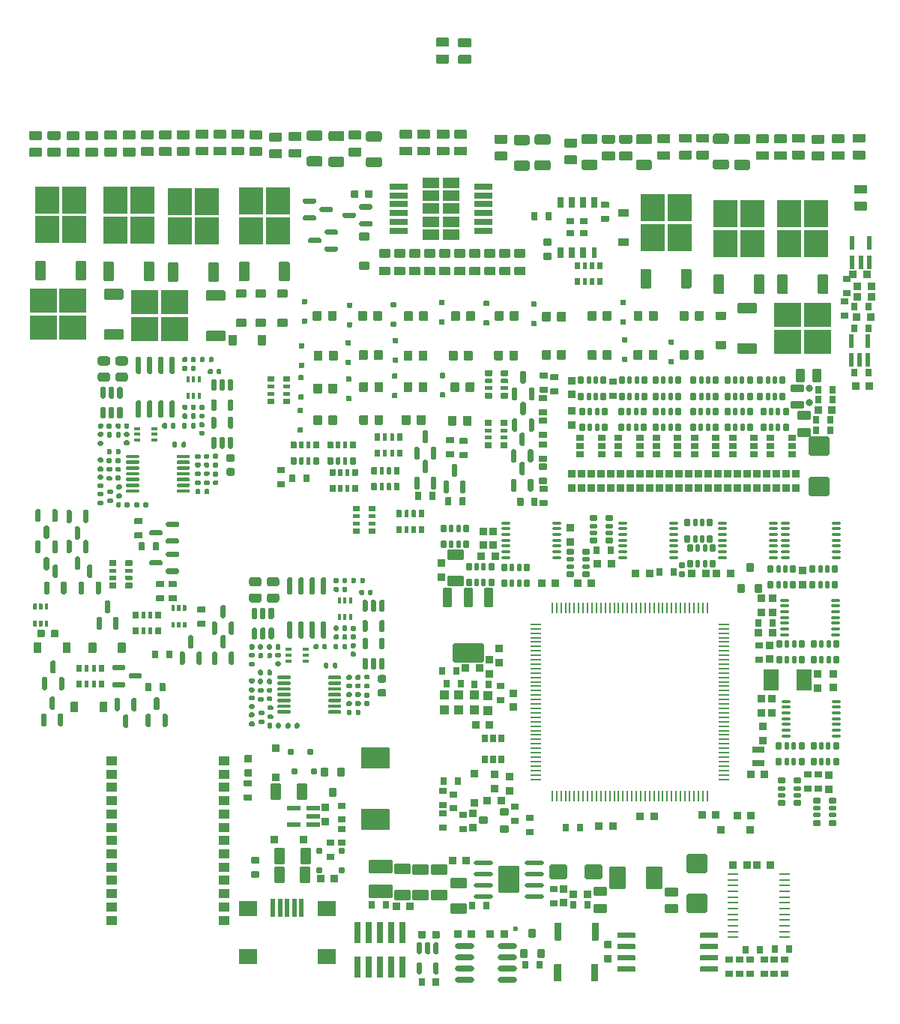
<source format=gtp>
G75*
G70*
%OFA0B0*%
%FSLAX25Y25*%
%IPPOS*%
%LPD*%
%AMOC8*
5,1,8,0,0,1.08239X$1,22.5*
%
%AMM111*
21,1,0.070870,0.036220,-0.000000,0.000000,90.000000*
21,1,0.061810,0.045280,-0.000000,0.000000,90.000000*
1,1,0.009060,0.018110,0.030910*
1,1,0.009060,0.018110,-0.030910*
1,1,0.009060,-0.018110,-0.030910*
1,1,0.009060,-0.018110,0.030910*
%
%AMM112*
21,1,0.033470,0.026770,-0.000000,0.000000,270.000000*
21,1,0.026770,0.033470,-0.000000,0.000000,270.000000*
1,1,0.006690,-0.013390,-0.013390*
1,1,0.006690,-0.013390,0.013390*
1,1,0.006690,0.013390,0.013390*
1,1,0.006690,0.013390,-0.013390*
%
%AMM113*
21,1,0.035430,0.030320,-0.000000,0.000000,180.000000*
21,1,0.028350,0.037400,-0.000000,0.000000,180.000000*
1,1,0.007090,-0.014170,0.015160*
1,1,0.007090,0.014170,0.015160*
1,1,0.007090,0.014170,-0.015160*
1,1,0.007090,-0.014170,-0.015160*
%
%AMM114*
21,1,0.021650,0.052760,-0.000000,0.000000,90.000000*
21,1,0.017320,0.057090,-0.000000,0.000000,90.000000*
1,1,0.004330,0.026380,0.008660*
1,1,0.004330,0.026380,-0.008660*
1,1,0.004330,-0.026380,-0.008660*
1,1,0.004330,-0.026380,0.008660*
%
%AMM115*
21,1,0.094490,0.111020,-0.000000,0.000000,270.000000*
21,1,0.075590,0.129920,-0.000000,0.000000,270.000000*
1,1,0.018900,-0.055510,-0.037800*
1,1,0.018900,-0.055510,0.037800*
1,1,0.018900,0.055510,0.037800*
1,1,0.018900,0.055510,-0.037800*
%
%AMM116*
21,1,0.023620,0.018900,-0.000000,0.000000,0.000000*
21,1,0.018900,0.023620,-0.000000,0.000000,0.000000*
1,1,0.004720,0.009450,-0.009450*
1,1,0.004720,-0.009450,-0.009450*
1,1,0.004720,-0.009450,0.009450*
1,1,0.004720,0.009450,0.009450*
%
%AMM117*
21,1,0.035830,0.026770,-0.000000,0.000000,90.000000*
21,1,0.029130,0.033470,-0.000000,0.000000,90.000000*
1,1,0.006690,0.013390,0.014570*
1,1,0.006690,0.013390,-0.014570*
1,1,0.006690,-0.013390,-0.014570*
1,1,0.006690,-0.013390,0.014570*
%
%AMM118*
21,1,0.023620,0.018900,-0.000000,0.000000,270.000000*
21,1,0.018900,0.023620,-0.000000,0.000000,270.000000*
1,1,0.004720,-0.009450,-0.009450*
1,1,0.004720,-0.009450,0.009450*
1,1,0.004720,0.009450,0.009450*
1,1,0.004720,0.009450,-0.009450*
%
%AMM119*
21,1,0.027560,0.030710,-0.000000,0.000000,90.000000*
21,1,0.022050,0.036220,-0.000000,0.000000,90.000000*
1,1,0.005510,0.015350,0.011020*
1,1,0.005510,0.015350,-0.011020*
1,1,0.005510,-0.015350,-0.011020*
1,1,0.005510,-0.015350,0.011020*
%
%AMM120*
21,1,0.033470,0.026770,-0.000000,0.000000,180.000000*
21,1,0.026770,0.033470,-0.000000,0.000000,180.000000*
1,1,0.006690,-0.013390,0.013390*
1,1,0.006690,0.013390,0.013390*
1,1,0.006690,0.013390,-0.013390*
1,1,0.006690,-0.013390,-0.013390*
%
%AMM121*
21,1,0.035830,0.026770,-0.000000,0.000000,180.000000*
21,1,0.029130,0.033470,-0.000000,0.000000,180.000000*
1,1,0.006690,-0.014570,0.013390*
1,1,0.006690,0.014570,0.013390*
1,1,0.006690,0.014570,-0.013390*
1,1,0.006690,-0.014570,-0.013390*
%
%AMM137*
21,1,0.027560,0.030710,-0.000000,0.000000,270.000000*
21,1,0.022050,0.036220,-0.000000,0.000000,270.000000*
1,1,0.005510,-0.015350,-0.011020*
1,1,0.005510,-0.015350,0.011020*
1,1,0.005510,0.015350,0.011020*
1,1,0.005510,0.015350,-0.011020*
%
%AMM138*
21,1,0.033470,0.026770,-0.000000,0.000000,0.000000*
21,1,0.026770,0.033470,-0.000000,0.000000,0.000000*
1,1,0.006690,0.013390,-0.013390*
1,1,0.006690,-0.013390,-0.013390*
1,1,0.006690,-0.013390,0.013390*
1,1,0.006690,0.013390,0.013390*
%
%AMM154*
21,1,0.039370,0.049210,-0.000000,-0.000000,270.000000*
21,1,0.031500,0.057090,-0.000000,-0.000000,270.000000*
1,1,0.007870,-0.024610,-0.015750*
1,1,0.007870,-0.024610,0.015750*
1,1,0.007870,0.024610,0.015750*
1,1,0.007870,0.024610,-0.015750*
%
%AMM155*
21,1,0.106300,0.050390,-0.000000,-0.000000,180.000000*
21,1,0.093700,0.062990,-0.000000,-0.000000,180.000000*
1,1,0.012600,-0.046850,0.025200*
1,1,0.012600,0.046850,0.025200*
1,1,0.012600,0.046850,-0.025200*
1,1,0.012600,-0.046850,-0.025200*
%
%AMM156*
21,1,0.074800,0.083460,-0.000000,-0.000000,0.000000*
21,1,0.059840,0.098430,-0.000000,-0.000000,0.000000*
1,1,0.014960,0.029920,-0.041730*
1,1,0.014960,-0.029920,-0.041730*
1,1,0.014960,-0.029920,0.041730*
1,1,0.014960,0.029920,0.041730*
%
%AMM157*
21,1,0.027560,0.030710,-0.000000,-0.000000,0.000000*
21,1,0.022050,0.036220,-0.000000,-0.000000,0.000000*
1,1,0.005510,0.011020,-0.015350*
1,1,0.005510,-0.011020,-0.015350*
1,1,0.005510,-0.011020,0.015350*
1,1,0.005510,0.011020,0.015350*
%
%AMM158*
21,1,0.033470,0.026770,-0.000000,-0.000000,0.000000*
21,1,0.026770,0.033470,-0.000000,-0.000000,0.000000*
1,1,0.006690,0.013390,-0.013390*
1,1,0.006690,-0.013390,-0.013390*
1,1,0.006690,-0.013390,0.013390*
1,1,0.006690,0.013390,0.013390*
%
%AMM159*
21,1,0.033470,0.026770,-0.000000,-0.000000,90.000000*
21,1,0.026770,0.033470,-0.000000,-0.000000,90.000000*
1,1,0.006690,0.013390,0.013390*
1,1,0.006690,0.013390,-0.013390*
1,1,0.006690,-0.013390,-0.013390*
1,1,0.006690,-0.013390,0.013390*
%
%AMM160*
21,1,0.122050,0.075590,-0.000000,-0.000000,90.000000*
21,1,0.103150,0.094490,-0.000000,-0.000000,90.000000*
1,1,0.018900,0.037800,0.051580*
1,1,0.018900,0.037800,-0.051580*
1,1,0.018900,-0.037800,-0.051580*
1,1,0.018900,-0.037800,0.051580*
%
%AMM161*
21,1,0.078740,0.053540,-0.000000,-0.000000,0.000000*
21,1,0.065350,0.066930,-0.000000,-0.000000,0.000000*
1,1,0.013390,0.032680,-0.026770*
1,1,0.013390,-0.032680,-0.026770*
1,1,0.013390,-0.032680,0.026770*
1,1,0.013390,0.032680,0.026770*
%
%AMM162*
21,1,0.070870,0.036220,-0.000000,-0.000000,0.000000*
21,1,0.061810,0.045280,-0.000000,-0.000000,0.000000*
1,1,0.009060,0.030910,-0.018110*
1,1,0.009060,-0.030910,-0.018110*
1,1,0.009060,-0.030910,0.018110*
1,1,0.009060,0.030910,0.018110*
%
%AMM163*
21,1,0.086610,0.073230,-0.000000,-0.000000,270.000000*
21,1,0.069290,0.090550,-0.000000,-0.000000,270.000000*
1,1,0.017320,-0.036610,-0.034650*
1,1,0.017320,-0.036610,0.034650*
1,1,0.017320,0.036610,0.034650*
1,1,0.017320,0.036610,-0.034650*
%
%AMM164*
21,1,0.027560,0.030710,-0.000000,-0.000000,270.000000*
21,1,0.022050,0.036220,-0.000000,-0.000000,270.000000*
1,1,0.005510,-0.015350,-0.011020*
1,1,0.005510,-0.015350,0.011020*
1,1,0.005510,0.015350,0.011020*
1,1,0.005510,0.015350,-0.011020*
%
%AMM195*
21,1,0.035430,0.050000,-0.000000,-0.000000,90.000000*
21,1,0.028350,0.057090,-0.000000,-0.000000,90.000000*
1,1,0.007090,0.025000,0.014170*
1,1,0.007090,0.025000,-0.014170*
1,1,0.007090,-0.025000,-0.014170*
1,1,0.007090,-0.025000,0.014170*
%
%AMM196*
21,1,0.086610,0.073230,-0.000000,-0.000000,90.000000*
21,1,0.069290,0.090550,-0.000000,-0.000000,90.000000*
1,1,0.017320,0.036610,0.034650*
1,1,0.017320,0.036610,-0.034650*
1,1,0.017320,-0.036610,-0.034650*
1,1,0.017320,-0.036610,0.034650*
%
%AMM197*
21,1,0.039370,0.049210,-0.000000,-0.000000,0.000000*
21,1,0.031500,0.057090,-0.000000,-0.000000,0.000000*
1,1,0.007870,0.015750,-0.024610*
1,1,0.007870,-0.015750,-0.024610*
1,1,0.007870,-0.015750,0.024610*
1,1,0.007870,0.015750,0.024610*
%
%AMM198*
21,1,0.023620,0.030710,-0.000000,-0.000000,270.000000*
21,1,0.018900,0.035430,-0.000000,-0.000000,270.000000*
1,1,0.004720,-0.015350,-0.009450*
1,1,0.004720,-0.015350,0.009450*
1,1,0.004720,0.015350,0.009450*
1,1,0.004720,0.015350,-0.009450*
%
%AMM199*
21,1,0.025590,0.026380,-0.000000,-0.000000,180.000000*
21,1,0.020470,0.031500,-0.000000,-0.000000,180.000000*
1,1,0.005120,-0.010240,0.013190*
1,1,0.005120,0.010240,0.013190*
1,1,0.005120,0.010240,-0.013190*
1,1,0.005120,-0.010240,-0.013190*
%
%AMM200*
21,1,0.017720,0.027950,-0.000000,-0.000000,180.000000*
21,1,0.014170,0.031500,-0.000000,-0.000000,180.000000*
1,1,0.003540,-0.007090,0.013980*
1,1,0.003540,0.007090,0.013980*
1,1,0.003540,0.007090,-0.013980*
1,1,0.003540,-0.007090,-0.013980*
%
%AMM201*
21,1,0.027560,0.030710,-0.000000,-0.000000,180.000000*
21,1,0.022050,0.036220,-0.000000,-0.000000,180.000000*
1,1,0.005510,-0.011020,0.015350*
1,1,0.005510,0.011020,0.015350*
1,1,0.005510,0.011020,-0.015350*
1,1,0.005510,-0.011020,-0.015350*
%
%AMM216*
21,1,0.027560,0.030710,-0.000000,0.000000,0.000000*
21,1,0.022050,0.036220,-0.000000,0.000000,0.000000*
1,1,0.005510,0.011020,-0.015350*
1,1,0.005510,-0.011020,-0.015350*
1,1,0.005510,-0.011020,0.015350*
1,1,0.005510,0.011020,0.015350*
%
%AMM259*
21,1,0.070870,0.036220,-0.000000,-0.000000,180.000000*
21,1,0.061810,0.045280,-0.000000,-0.000000,180.000000*
1,1,0.009060,-0.030910,0.018110*
1,1,0.009060,0.030910,0.018110*
1,1,0.009060,0.030910,-0.018110*
1,1,0.009060,-0.030910,-0.018110*
%
%AMM260*
21,1,0.027560,0.030710,-0.000000,-0.000000,90.000000*
21,1,0.022050,0.036220,-0.000000,-0.000000,90.000000*
1,1,0.005510,0.015350,0.011020*
1,1,0.005510,0.015350,-0.011020*
1,1,0.005510,-0.015350,-0.011020*
1,1,0.005510,-0.015350,0.011020*
%
%AMM261*
21,1,0.033470,0.026770,-0.000000,-0.000000,270.000000*
21,1,0.026770,0.033470,-0.000000,-0.000000,270.000000*
1,1,0.006690,-0.013390,-0.013390*
1,1,0.006690,-0.013390,0.013390*
1,1,0.006690,0.013390,0.013390*
1,1,0.006690,0.013390,-0.013390*
%
%AMM262*
21,1,0.023620,0.030710,-0.000000,-0.000000,0.000000*
21,1,0.018900,0.035430,-0.000000,-0.000000,0.000000*
1,1,0.004720,0.009450,-0.015350*
1,1,0.004720,-0.009450,-0.015350*
1,1,0.004720,-0.009450,0.015350*
1,1,0.004720,0.009450,0.015350*
%
%AMM263*
21,1,0.027560,0.018900,-0.000000,-0.000000,0.000000*
21,1,0.022840,0.023620,-0.000000,-0.000000,0.000000*
1,1,0.004720,0.011420,-0.009450*
1,1,0.004720,-0.011420,-0.009450*
1,1,0.004720,-0.011420,0.009450*
1,1,0.004720,0.011420,0.009450*
%
%AMM264*
21,1,0.137800,0.067720,-0.000000,-0.000000,180.000000*
21,1,0.120870,0.084650,-0.000000,-0.000000,180.000000*
1,1,0.016930,-0.060430,0.033860*
1,1,0.016930,0.060430,0.033860*
1,1,0.016930,0.060430,-0.033860*
1,1,0.016930,-0.060430,-0.033860*
%
%AMM265*
21,1,0.043310,0.075980,-0.000000,-0.000000,180.000000*
21,1,0.034650,0.084650,-0.000000,-0.000000,180.000000*
1,1,0.008660,-0.017320,0.037990*
1,1,0.008660,0.017320,0.037990*
1,1,0.008660,0.017320,-0.037990*
1,1,0.008660,-0.017320,-0.037990*
%
%AMM266*
21,1,0.043310,0.075990,-0.000000,-0.000000,180.000000*
21,1,0.034650,0.084650,-0.000000,-0.000000,180.000000*
1,1,0.008660,-0.017320,0.037990*
1,1,0.008660,0.017320,0.037990*
1,1,0.008660,0.017320,-0.037990*
1,1,0.008660,-0.017320,-0.037990*
%
%AMM267*
21,1,0.039370,0.035430,-0.000000,-0.000000,90.000000*
21,1,0.031500,0.043310,-0.000000,-0.000000,90.000000*
1,1,0.007870,0.017720,0.015750*
1,1,0.007870,0.017720,-0.015750*
1,1,0.007870,-0.017720,-0.015750*
1,1,0.007870,-0.017720,0.015750*
%
%AMM268*
21,1,0.035430,0.030320,-0.000000,-0.000000,90.000000*
21,1,0.028350,0.037400,-0.000000,-0.000000,90.000000*
1,1,0.007090,0.015160,0.014170*
1,1,0.007090,0.015160,-0.014170*
1,1,0.007090,-0.015160,-0.014170*
1,1,0.007090,-0.015160,0.014170*
%
%AMM269*
21,1,0.035830,0.026770,-0.000000,-0.000000,90.000000*
21,1,0.029130,0.033470,-0.000000,-0.000000,90.000000*
1,1,0.006690,0.013390,0.014570*
1,1,0.006690,0.013390,-0.014570*
1,1,0.006690,-0.013390,-0.014570*
1,1,0.006690,-0.013390,0.014570*
%
%AMM270*
21,1,0.035430,0.030320,-0.000000,-0.000000,0.000000*
21,1,0.028350,0.037400,-0.000000,-0.000000,0.000000*
1,1,0.007090,0.014170,-0.015160*
1,1,0.007090,-0.014170,-0.015160*
1,1,0.007090,-0.014170,0.015160*
1,1,0.007090,0.014170,0.015160*
%
%AMM271*
21,1,0.025590,0.026380,-0.000000,-0.000000,90.000000*
21,1,0.020470,0.031500,-0.000000,-0.000000,90.000000*
1,1,0.005120,0.013190,0.010240*
1,1,0.005120,0.013190,-0.010240*
1,1,0.005120,-0.013190,-0.010240*
1,1,0.005120,-0.013190,0.010240*
%
%AMM272*
21,1,0.017720,0.027950,-0.000000,-0.000000,90.000000*
21,1,0.014170,0.031500,-0.000000,-0.000000,90.000000*
1,1,0.003540,0.013980,0.007090*
1,1,0.003540,0.013980,-0.007090*
1,1,0.003540,-0.013980,-0.007090*
1,1,0.003540,-0.013980,0.007090*
%
%AMM273*
21,1,0.027560,0.049610,-0.000000,-0.000000,90.000000*
21,1,0.022050,0.055120,-0.000000,-0.000000,90.000000*
1,1,0.005510,0.024800,0.011020*
1,1,0.005510,0.024800,-0.011020*
1,1,0.005510,-0.024800,-0.011020*
1,1,0.005510,-0.024800,0.011020*
%
%AMM274*
21,1,0.035830,0.026770,-0.000000,-0.000000,0.000000*
21,1,0.029130,0.033470,-0.000000,-0.000000,0.000000*
1,1,0.006690,0.014570,-0.013390*
1,1,0.006690,-0.014570,-0.013390*
1,1,0.006690,-0.014570,0.013390*
1,1,0.006690,0.014570,0.013390*
%
%AMM308*
21,1,0.033470,0.026770,-0.000000,-0.000000,180.000000*
21,1,0.026770,0.033470,-0.000000,-0.000000,180.000000*
1,1,0.006690,-0.013390,0.013390*
1,1,0.006690,0.013390,0.013390*
1,1,0.006690,0.013390,-0.013390*
1,1,0.006690,-0.013390,-0.013390*
%
%AMM310*
21,1,0.021650,0.052760,-0.000000,0.000000,0.000000*
21,1,0.017320,0.057090,-0.000000,0.000000,0.000000*
1,1,0.004330,0.008660,-0.026380*
1,1,0.004330,-0.008660,-0.026380*
1,1,0.004330,-0.008660,0.026380*
1,1,0.004330,0.008660,0.026380*
%
%AMM44*
21,1,0.033470,0.026770,0.000000,0.000000,0.000000*
21,1,0.026770,0.033470,0.000000,0.000000,0.000000*
1,1,0.006690,0.013390,-0.013390*
1,1,0.006690,-0.013390,-0.013390*
1,1,0.006690,-0.013390,0.013390*
1,1,0.006690,0.013390,0.013390*
%
%AMM45*
21,1,0.027560,0.030710,0.000000,0.000000,270.000000*
21,1,0.022050,0.036220,0.000000,0.000000,270.000000*
1,1,0.005510,-0.015350,-0.011020*
1,1,0.005510,-0.015350,0.011020*
1,1,0.005510,0.015350,0.011020*
1,1,0.005510,0.015350,-0.011020*
%
%AMM9*
21,1,0.027560,0.030710,0.000000,0.000000,0.000000*
21,1,0.022050,0.036220,0.000000,0.000000,0.000000*
1,1,0.005510,0.011020,-0.015350*
1,1,0.005510,-0.011020,-0.015350*
1,1,0.005510,-0.011020,0.015350*
1,1,0.005510,0.011020,0.015350*
%
%ADD10C,0.02362*%
%ADD127O,0.08661X0.01968*%
%ADD133O,0.01968X0.03937*%
%ADD148R,0.02559X0.01575*%
%ADD155R,0.01575X0.02559*%
%ADD157O,0.04961X0.00984*%
%ADD158M44*%
%ADD159M45*%
%ADD188O,0.05118X0.00866*%
%ADD189O,0.00866X0.05118*%
%ADD194O,0.04331X0.01181*%
%ADD197R,0.06693X0.09449*%
%ADD20R,0.01969X0.07874*%
%ADD21R,0.07874X0.06693*%
%ADD23R,0.07874X0.02559*%
%ADD242O,0.08661X0.02362*%
%ADD250M111*%
%ADD251M112*%
%ADD252M113*%
%ADD253M114*%
%ADD254M115*%
%ADD255M116*%
%ADD256M117*%
%ADD257M118*%
%ADD258M119*%
%ADD259M120*%
%ADD260M121*%
%ADD280M137*%
%ADD281M138*%
%ADD305M154*%
%ADD306M155*%
%ADD307M156*%
%ADD308M157*%
%ADD309M158*%
%ADD310M159*%
%ADD311M160*%
%ADD312M161*%
%ADD313M162*%
%ADD314M163*%
%ADD315M164*%
%ADD346M195*%
%ADD347M196*%
%ADD348M197*%
%ADD349M198*%
%ADD350M199*%
%ADD351M200*%
%ADD352M201*%
%ADD367M216*%
%ADD414M259*%
%ADD415M260*%
%ADD416M261*%
%ADD417M262*%
%ADD418M263*%
%ADD419M264*%
%ADD420M265*%
%ADD421M266*%
%ADD422M267*%
%ADD423M268*%
%ADD424M269*%
%ADD425M270*%
%ADD426M271*%
%ADD427M272*%
%ADD428M273*%
%ADD429M274*%
%ADD45R,0.02559X0.05157*%
%ADD46R,0.02362X0.05157*%
%ADD469M308*%
%ADD471M310*%
%ADD48R,0.05118X0.03937*%
%ADD56R,0.02913X0.09449*%
%ADD67C,0.03150*%
%ADD71R,0.10827X0.12008*%
%ADD72R,0.12008X0.10827*%
%ADD73R,0.07677X0.04567*%
%ADD74O,0.00000X0.00000*%
%ADD75R,0.03543X0.03130*%
%ADD95M9*%
X0000000Y0000000D02*
%LPD*%
G01*
G36*
G01*
X0182953Y0011870D02*
X0184134Y0011870D01*
G75*
G02*
X0184724Y0011280I0000000J-000591D01*
G01*
X0184724Y0007244D01*
G75*
G02*
X0184134Y0006654I-000591J0000000D01*
G01*
X0182953Y0006654D01*
G75*
G02*
X0182362Y0007244I0000000J0000591D01*
G01*
X0182362Y0011280D01*
G75*
G02*
X0182953Y0011870I0000591J0000000D01*
G01*
G37*
G36*
G01*
X0175472Y0011870D02*
X0176654Y0011870D01*
G75*
G02*
X0177244Y0011280I0000000J-000591D01*
G01*
X0177244Y0007244D01*
G75*
G02*
X0176654Y0006654I-000591J0000000D01*
G01*
X0175472Y0006654D01*
G75*
G02*
X0174882Y0007244I0000000J0000591D01*
G01*
X0174882Y0011280D01*
G75*
G02*
X0175472Y0011870I0000591J0000000D01*
G01*
G37*
G36*
G01*
X0175472Y0020827D02*
X0176654Y0020827D01*
G75*
G02*
X0177244Y0020236I0000000J-000591D01*
G01*
X0177244Y0016201D01*
G75*
G02*
X0176654Y0015610I-000591J0000000D01*
G01*
X0175472Y0015610D01*
G75*
G02*
X0174882Y0016201I0000000J0000591D01*
G01*
X0174882Y0020236D01*
G75*
G02*
X0175472Y0020827I0000591J0000000D01*
G01*
G37*
G36*
G01*
X0179213Y0020827D02*
X0180394Y0020827D01*
G75*
G02*
X0180984Y0020236I0000000J-000591D01*
G01*
X0180984Y0016201D01*
G75*
G02*
X0180394Y0015610I-000591J0000000D01*
G01*
X0179213Y0015610D01*
G75*
G02*
X0178622Y0016201I0000000J0000591D01*
G01*
X0178622Y0020236D01*
G75*
G02*
X0179213Y0020827I0000591J0000000D01*
G01*
G37*
G36*
G01*
X0182953Y0020827D02*
X0184134Y0020827D01*
G75*
G02*
X0184724Y0020236I0000000J-000591D01*
G01*
X0184724Y0016201D01*
G75*
G02*
X0184134Y0015610I-000591J0000000D01*
G01*
X0182953Y0015610D01*
G75*
G02*
X0182362Y0016201I0000000J0000591D01*
G01*
X0182362Y0020236D01*
G75*
G02*
X0182953Y0020827I0000591J0000000D01*
G01*
G37*
G36*
G01*
X0098858Y0294508D02*
X0094843Y0294508D01*
G75*
G02*
X0094488Y0294862I0000000J0000354D01*
G01*
X0094488Y0297697D01*
G75*
G02*
X0094843Y0298051I0000354J0000000D01*
G01*
X0098858Y0298051D01*
G75*
G02*
X0099213Y0297697I0000000J-000354D01*
G01*
X0099213Y0294862D01*
G75*
G02*
X0098858Y0294508I-000354J0000000D01*
G01*
G37*
G36*
G01*
X0098858Y0307500D02*
X0094843Y0307500D01*
G75*
G02*
X0094488Y0307854I0000000J0000354D01*
G01*
X0094488Y0310689D01*
G75*
G02*
X0094843Y0311043I0000354J0000000D01*
G01*
X0098858Y0311043D01*
G75*
G02*
X0099213Y0310689I0000000J-000354D01*
G01*
X0099213Y0307854D01*
G75*
G02*
X0098858Y0307500I-000354J0000000D01*
G01*
G37*
G36*
G01*
X0304626Y0368898D02*
X0299705Y0368898D01*
G75*
G02*
X0299311Y0369291I0000000J0000394D01*
G01*
X0299311Y0372441D01*
G75*
G02*
X0299705Y0372835I0000394J0000000D01*
G01*
X0304626Y0372835D01*
G75*
G02*
X0305020Y0372441I0000000J-000394D01*
G01*
X0305020Y0369291D01*
G75*
G02*
X0304626Y0368898I-000394J0000000D01*
G01*
G37*
G36*
G01*
X0304626Y0376378D02*
X0299705Y0376378D01*
G75*
G02*
X0299311Y0376772I0000000J0000394D01*
G01*
X0299311Y0379921D01*
G75*
G02*
X0299705Y0380315I0000394J0000000D01*
G01*
X0304626Y0380315D01*
G75*
G02*
X0305020Y0379921I0000000J-000394D01*
G01*
X0305020Y0376772D01*
G75*
G02*
X0304626Y0376378I-000394J0000000D01*
G01*
G37*
G36*
G01*
X0049646Y0209449D02*
X0052717Y0209449D01*
G75*
G02*
X0052992Y0209173I0000000J-000276D01*
G01*
X0052992Y0206969D01*
G75*
G02*
X0052717Y0206693I-000276J0000000D01*
G01*
X0049646Y0206693D01*
G75*
G02*
X0049370Y0206969I0000000J0000276D01*
G01*
X0049370Y0209173D01*
G75*
G02*
X0049646Y0209449I0000276J0000000D01*
G01*
G37*
G36*
G01*
X0049646Y0203150D02*
X0052717Y0203150D01*
G75*
G02*
X0052992Y0202874I0000000J-000276D01*
G01*
X0052992Y0200669D01*
G75*
G02*
X0052717Y0200394I-000276J0000000D01*
G01*
X0049646Y0200394D01*
G75*
G02*
X0049370Y0200669I0000000J0000276D01*
G01*
X0049370Y0202874D01*
G75*
G02*
X0049646Y0203150I0000276J0000000D01*
G01*
G37*
G36*
G01*
X0101614Y0058661D02*
X0104685Y0058661D01*
G75*
G02*
X0104961Y0058386I0000000J-000276D01*
G01*
X0104961Y0056181D01*
G75*
G02*
X0104685Y0055906I-000276J0000000D01*
G01*
X0101614Y0055906D01*
G75*
G02*
X0101339Y0056181I0000000J0000276D01*
G01*
X0101339Y0058386D01*
G75*
G02*
X0101614Y0058661I0000276J0000000D01*
G01*
G37*
G36*
G01*
X0101614Y0052362D02*
X0104685Y0052362D01*
G75*
G02*
X0104961Y0052087I0000000J-000276D01*
G01*
X0104961Y0049882D01*
G75*
G02*
X0104685Y0049606I-000276J0000000D01*
G01*
X0101614Y0049606D01*
G75*
G02*
X0101339Y0049882I0000000J0000276D01*
G01*
X0101339Y0052087D01*
G75*
G02*
X0101614Y0052362I0000276J0000000D01*
G01*
G37*
G36*
G01*
X0136220Y0221319D02*
X0136220Y0223957D01*
G75*
G02*
X0136476Y0224213I0000256J0000000D01*
G01*
X0138524Y0224213D01*
G75*
G02*
X0138780Y0223957I0000000J-000256D01*
G01*
X0138780Y0221319D01*
G75*
G02*
X0138524Y0221063I-000256J0000000D01*
G01*
X0136476Y0221063D01*
G75*
G02*
X0136220Y0221319I0000000J0000256D01*
G01*
G37*
G36*
G01*
X0140059Y0221240D02*
X0140059Y0224035D01*
G75*
G02*
X0140236Y0224213I0000177J0000000D01*
G01*
X0141654Y0224213D01*
G75*
G02*
X0141831Y0224035I0000000J-000177D01*
G01*
X0141831Y0221240D01*
G75*
G02*
X0141654Y0221063I-000177J0000000D01*
G01*
X0140236Y0221063D01*
G75*
G02*
X0140059Y0221240I0000000J0000177D01*
G01*
G37*
G36*
G01*
X0143209Y0221240D02*
X0143209Y0224035D01*
G75*
G02*
X0143386Y0224213I0000177J0000000D01*
G01*
X0144803Y0224213D01*
G75*
G02*
X0144980Y0224035I0000000J-000177D01*
G01*
X0144980Y0221240D01*
G75*
G02*
X0144803Y0221063I-000177J0000000D01*
G01*
X0143386Y0221063D01*
G75*
G02*
X0143209Y0221240I0000000J0000177D01*
G01*
G37*
G36*
G01*
X0146260Y0221319D02*
X0146260Y0223957D01*
G75*
G02*
X0146516Y0224213I0000256J0000000D01*
G01*
X0148563Y0224213D01*
G75*
G02*
X0148819Y0223957I0000000J-000256D01*
G01*
X0148819Y0221319D01*
G75*
G02*
X0148563Y0221063I-000256J0000000D01*
G01*
X0146516Y0221063D01*
G75*
G02*
X0146260Y0221319I0000000J0000256D01*
G01*
G37*
G36*
G01*
X0146260Y0228406D02*
X0146260Y0231043D01*
G75*
G02*
X0146516Y0231299I0000256J0000000D01*
G01*
X0148563Y0231299D01*
G75*
G02*
X0148819Y0231043I0000000J-000256D01*
G01*
X0148819Y0228406D01*
G75*
G02*
X0148563Y0228150I-000256J0000000D01*
G01*
X0146516Y0228150D01*
G75*
G02*
X0146260Y0228406I0000000J0000256D01*
G01*
G37*
G36*
G01*
X0143209Y0228327D02*
X0143209Y0231122D01*
G75*
G02*
X0143386Y0231299I0000177J0000000D01*
G01*
X0144803Y0231299D01*
G75*
G02*
X0144980Y0231122I0000000J-000177D01*
G01*
X0144980Y0228327D01*
G75*
G02*
X0144803Y0228150I-000177J0000000D01*
G01*
X0143386Y0228150D01*
G75*
G02*
X0143209Y0228327I0000000J0000177D01*
G01*
G37*
G36*
G01*
X0140059Y0228327D02*
X0140059Y0231122D01*
G75*
G02*
X0140236Y0231299I0000177J0000000D01*
G01*
X0141654Y0231299D01*
G75*
G02*
X0141831Y0231122I0000000J-000177D01*
G01*
X0141831Y0228327D01*
G75*
G02*
X0141654Y0228150I-000177J0000000D01*
G01*
X0140236Y0228150D01*
G75*
G02*
X0140059Y0228327I0000000J0000177D01*
G01*
G37*
G36*
G01*
X0136220Y0228406D02*
X0136220Y0231043D01*
G75*
G02*
X0136476Y0231299I0000256J0000000D01*
G01*
X0138524Y0231299D01*
G75*
G02*
X0138780Y0231043I0000000J-000256D01*
G01*
X0138780Y0228406D01*
G75*
G02*
X0138524Y0228150I-000256J0000000D01*
G01*
X0136476Y0228150D01*
G75*
G02*
X0136220Y0228406I0000000J0000256D01*
G01*
G37*
G36*
G01*
X0199409Y0254528D02*
X0199409Y0250984D01*
G75*
G02*
X0199016Y0250591I-000394J0000000D01*
G01*
X0195866Y0250591D01*
G75*
G02*
X0195472Y0250984I0000000J0000394D01*
G01*
X0195472Y0254528D01*
G75*
G02*
X0195866Y0254921I0000394J0000000D01*
G01*
X0199016Y0254921D01*
G75*
G02*
X0199409Y0254528I0000000J-000394D01*
G01*
G37*
G36*
G01*
X0192717Y0254528D02*
X0192717Y0250984D01*
G75*
G02*
X0192323Y0250591I-000394J0000000D01*
G01*
X0189173Y0250591D01*
G75*
G02*
X0188780Y0250984I0000000J0000394D01*
G01*
X0188780Y0254528D01*
G75*
G02*
X0189173Y0254921I0000394J0000000D01*
G01*
X0192323Y0254921D01*
G75*
G02*
X0192717Y0254528I0000000J-000394D01*
G01*
G37*
G36*
G01*
X0215295Y0262598D02*
X0212657Y0262598D01*
G75*
G02*
X0212402Y0262854I0000000J0000256D01*
G01*
X0212402Y0264902D01*
G75*
G02*
X0212657Y0265157I0000256J0000000D01*
G01*
X0215295Y0265157D01*
G75*
G02*
X0215551Y0264902I0000000J-000256D01*
G01*
X0215551Y0262854D01*
G75*
G02*
X0215295Y0262598I-000256J0000000D01*
G01*
G37*
G36*
G01*
X0215374Y0266437D02*
X0212579Y0266437D01*
G75*
G02*
X0212402Y0266614I0000000J0000177D01*
G01*
X0212402Y0268031D01*
G75*
G02*
X0212579Y0268209I0000177J0000000D01*
G01*
X0215374Y0268209D01*
G75*
G02*
X0215551Y0268031I0000000J-000177D01*
G01*
X0215551Y0266614D01*
G75*
G02*
X0215374Y0266437I-000177J0000000D01*
G01*
G37*
G36*
G01*
X0215374Y0269587D02*
X0212579Y0269587D01*
G75*
G02*
X0212402Y0269764I0000000J0000177D01*
G01*
X0212402Y0271181D01*
G75*
G02*
X0212579Y0271358I0000177J0000000D01*
G01*
X0215374Y0271358D01*
G75*
G02*
X0215551Y0271181I0000000J-000177D01*
G01*
X0215551Y0269764D01*
G75*
G02*
X0215374Y0269587I-000177J0000000D01*
G01*
G37*
G36*
G01*
X0215295Y0272638D02*
X0212657Y0272638D01*
G75*
G02*
X0212402Y0272894I0000000J0000256D01*
G01*
X0212402Y0274941D01*
G75*
G02*
X0212657Y0275197I0000256J0000000D01*
G01*
X0215295Y0275197D01*
G75*
G02*
X0215551Y0274941I0000000J-000256D01*
G01*
X0215551Y0272894D01*
G75*
G02*
X0215295Y0272638I-000256J0000000D01*
G01*
G37*
G36*
G01*
X0208209Y0272638D02*
X0205571Y0272638D01*
G75*
G02*
X0205315Y0272894I0000000J0000256D01*
G01*
X0205315Y0274941D01*
G75*
G02*
X0205571Y0275197I0000256J0000000D01*
G01*
X0208209Y0275197D01*
G75*
G02*
X0208465Y0274941I0000000J-000256D01*
G01*
X0208465Y0272894D01*
G75*
G02*
X0208209Y0272638I-000256J0000000D01*
G01*
G37*
G36*
G01*
X0208287Y0269587D02*
X0205492Y0269587D01*
G75*
G02*
X0205315Y0269764I0000000J0000177D01*
G01*
X0205315Y0271181D01*
G75*
G02*
X0205492Y0271358I0000177J0000000D01*
G01*
X0208287Y0271358D01*
G75*
G02*
X0208465Y0271181I0000000J-000177D01*
G01*
X0208465Y0269764D01*
G75*
G02*
X0208287Y0269587I-000177J0000000D01*
G01*
G37*
G36*
G01*
X0208287Y0266437D02*
X0205492Y0266437D01*
G75*
G02*
X0205315Y0266614I0000000J0000177D01*
G01*
X0205315Y0268031D01*
G75*
G02*
X0205492Y0268209I0000177J0000000D01*
G01*
X0208287Y0268209D01*
G75*
G02*
X0208465Y0268031I0000000J-000177D01*
G01*
X0208465Y0266614D01*
G75*
G02*
X0208287Y0266437I-000177J0000000D01*
G01*
G37*
G36*
G01*
X0208209Y0262598D02*
X0205571Y0262598D01*
G75*
G02*
X0205315Y0262854I0000000J0000256D01*
G01*
X0205315Y0264902D01*
G75*
G02*
X0205571Y0265157I0000256J0000000D01*
G01*
X0208209Y0265157D01*
G75*
G02*
X0208465Y0264902I0000000J-000256D01*
G01*
X0208465Y0262854D01*
G75*
G02*
X0208209Y0262598I-000256J0000000D01*
G01*
G37*
G36*
G01*
X0265551Y0295715D02*
X0265551Y0297604D01*
G75*
G02*
X0265787Y0297841I0000236J0000000D01*
G01*
X0267677Y0297841D01*
G75*
G02*
X0267913Y0297604I0000000J-000236D01*
G01*
X0267913Y0295715D01*
G75*
G02*
X0267677Y0295478I-000236J0000000D01*
G01*
X0265787Y0295478D01*
G75*
G02*
X0265551Y0295715I0000000J0000236D01*
G01*
G37*
G36*
G01*
X0265551Y0304376D02*
X0265551Y0306266D01*
G75*
G02*
X0265787Y0306502I0000236J0000000D01*
G01*
X0267677Y0306502D01*
G75*
G02*
X0267913Y0306266I0000000J-000236D01*
G01*
X0267913Y0304376D01*
G75*
G02*
X0267677Y0304140I-000236J0000000D01*
G01*
X0265787Y0304140D01*
G75*
G02*
X0265551Y0304376I0000000J0000236D01*
G01*
G37*
G36*
G01*
X0098661Y0104075D02*
X0101339Y0104075D01*
G75*
G02*
X0101673Y0103740I0000000J-000335D01*
G01*
X0101673Y0101063D01*
G75*
G02*
X0101339Y0100728I-000335J0000000D01*
G01*
X0098661Y0100728D01*
G75*
G02*
X0098327Y0101063I0000000J0000335D01*
G01*
X0098327Y0103740D01*
G75*
G02*
X0098661Y0104075I0000335J0000000D01*
G01*
G37*
G36*
G01*
X0098661Y0097854D02*
X0101339Y0097854D01*
G75*
G02*
X0101673Y0097520I0000000J-000335D01*
G01*
X0101673Y0094843D01*
G75*
G02*
X0101339Y0094508I-000335J0000000D01*
G01*
X0098661Y0094508D01*
G75*
G02*
X0098327Y0094843I0000000J0000335D01*
G01*
X0098327Y0097520D01*
G75*
G02*
X0098661Y0097854I0000335J0000000D01*
G01*
G37*
G36*
G01*
X0124606Y0272795D02*
X0124606Y0270906D01*
G75*
G02*
X0124370Y0270669I-000236J0000000D01*
G01*
X0122480Y0270669D01*
G75*
G02*
X0122244Y0270906I0000000J0000236D01*
G01*
X0122244Y0272795D01*
G75*
G02*
X0122480Y0273031I0000236J0000000D01*
G01*
X0124370Y0273031D01*
G75*
G02*
X0124606Y0272795I0000000J-000236D01*
G01*
G37*
G36*
G01*
X0124606Y0264134D02*
X0124606Y0262244D01*
G75*
G02*
X0124370Y0262008I-000236J0000000D01*
G01*
X0122480Y0262008D01*
G75*
G02*
X0122244Y0262244I0000000J0000236D01*
G01*
X0122244Y0264134D01*
G75*
G02*
X0122480Y0264370I0000236J0000000D01*
G01*
X0124370Y0264370D01*
G75*
G02*
X0124606Y0264134I0000000J-000236D01*
G01*
G37*
G36*
G01*
X0229567Y0243504D02*
X0232638Y0243504D01*
G75*
G02*
X0232913Y0243228I0000000J-000276D01*
G01*
X0232913Y0241024D01*
G75*
G02*
X0232638Y0240748I-000276J0000000D01*
G01*
X0229567Y0240748D01*
G75*
G02*
X0229291Y0241024I0000000J0000276D01*
G01*
X0229291Y0243228D01*
G75*
G02*
X0229567Y0243504I0000276J0000000D01*
G01*
G37*
G36*
G01*
X0229567Y0237205D02*
X0232638Y0237205D01*
G75*
G02*
X0232913Y0236929I0000000J-000276D01*
G01*
X0232913Y0234724D01*
G75*
G02*
X0232638Y0234449I-000276J0000000D01*
G01*
X0229567Y0234449D01*
G75*
G02*
X0229291Y0234724I0000000J0000276D01*
G01*
X0229291Y0236929D01*
G75*
G02*
X0229567Y0237205I0000276J0000000D01*
G01*
G37*
G36*
G01*
X0160039Y0254921D02*
X0160039Y0251378D01*
G75*
G02*
X0159646Y0250984I-000394J0000000D01*
G01*
X0156496Y0250984D01*
G75*
G02*
X0156102Y0251378I0000000J0000394D01*
G01*
X0156102Y0254921D01*
G75*
G02*
X0156496Y0255315I0000394J0000000D01*
G01*
X0159646Y0255315D01*
G75*
G02*
X0160039Y0254921I0000000J-000394D01*
G01*
G37*
G36*
G01*
X0153346Y0254921D02*
X0153346Y0251378D01*
G75*
G02*
X0152953Y0250984I-000394J0000000D01*
G01*
X0149803Y0250984D01*
G75*
G02*
X0149409Y0251378I0000000J0000394D01*
G01*
X0149409Y0254921D01*
G75*
G02*
X0149803Y0255315I0000394J0000000D01*
G01*
X0152953Y0255315D01*
G75*
G02*
X0153346Y0254921I0000000J-000394D01*
G01*
G37*
G36*
G01*
X0175492Y0382087D02*
X0180413Y0382087D01*
G75*
G02*
X0180807Y0381693I0000000J-000394D01*
G01*
X0180807Y0378543D01*
G75*
G02*
X0180413Y0378150I-000394J0000000D01*
G01*
X0175492Y0378150D01*
G75*
G02*
X0175098Y0378543I0000000J0000394D01*
G01*
X0175098Y0381693D01*
G75*
G02*
X0175492Y0382087I0000394J0000000D01*
G01*
G37*
G36*
G01*
X0175492Y0374606D02*
X0180413Y0374606D01*
G75*
G02*
X0180807Y0374213I0000000J-000394D01*
G01*
X0180807Y0371063D01*
G75*
G02*
X0180413Y0370669I-000394J0000000D01*
G01*
X0175492Y0370669D01*
G75*
G02*
X0175098Y0371063I0000000J0000394D01*
G01*
X0175098Y0374213D01*
G75*
G02*
X0175492Y0374606I0000394J0000000D01*
G01*
G37*
G36*
G01*
X0296949Y0368898D02*
X0292028Y0368898D01*
G75*
G02*
X0291634Y0369291I0000000J0000394D01*
G01*
X0291634Y0372441D01*
G75*
G02*
X0292028Y0372835I0000394J0000000D01*
G01*
X0296949Y0372835D01*
G75*
G02*
X0297343Y0372441I0000000J-000394D01*
G01*
X0297343Y0369291D01*
G75*
G02*
X0296949Y0368898I-000394J0000000D01*
G01*
G37*
G36*
G01*
X0296949Y0376378D02*
X0292028Y0376378D01*
G75*
G02*
X0291634Y0376772I0000000J0000394D01*
G01*
X0291634Y0379921D01*
G75*
G02*
X0292028Y0380315I0000394J0000000D01*
G01*
X0296949Y0380315D01*
G75*
G02*
X0297343Y0379921I0000000J-000394D01*
G01*
X0297343Y0376772D01*
G75*
G02*
X0296949Y0376378I-000394J0000000D01*
G01*
G37*
G36*
G01*
X0097736Y0370669D02*
X0092815Y0370669D01*
G75*
G02*
X0092421Y0371063I0000000J0000394D01*
G01*
X0092421Y0374213D01*
G75*
G02*
X0092815Y0374606I0000394J0000000D01*
G01*
X0097736Y0374606D01*
G75*
G02*
X0098130Y0374213I0000000J-000394D01*
G01*
X0098130Y0371063D01*
G75*
G02*
X0097736Y0370669I-000394J0000000D01*
G01*
G37*
G36*
G01*
X0097736Y0378150D02*
X0092815Y0378150D01*
G75*
G02*
X0092421Y0378543I0000000J0000394D01*
G01*
X0092421Y0381693D01*
G75*
G02*
X0092815Y0382087I0000394J0000000D01*
G01*
X0097736Y0382087D01*
G75*
G02*
X0098130Y0381693I0000000J-000394D01*
G01*
X0098130Y0378543D01*
G75*
G02*
X0097736Y0378150I-000394J0000000D01*
G01*
G37*
G36*
G01*
X0229961Y0274213D02*
X0233031Y0274213D01*
G75*
G02*
X0233307Y0273937I0000000J-000276D01*
G01*
X0233307Y0271732D01*
G75*
G02*
X0233031Y0271457I-000276J0000000D01*
G01*
X0229961Y0271457D01*
G75*
G02*
X0229685Y0271732I0000000J0000276D01*
G01*
X0229685Y0273937D01*
G75*
G02*
X0229961Y0274213I0000276J0000000D01*
G01*
G37*
G36*
G01*
X0229961Y0267913D02*
X0233031Y0267913D01*
G75*
G02*
X0233307Y0267638I0000000J-000276D01*
G01*
X0233307Y0265433D01*
G75*
G02*
X0233031Y0265157I-000276J0000000D01*
G01*
X0229961Y0265157D01*
G75*
G02*
X0229685Y0265433I0000000J0000276D01*
G01*
X0229685Y0267638D01*
G75*
G02*
X0229961Y0267913I0000276J0000000D01*
G01*
G37*
G36*
G01*
X0124311Y0349803D02*
X0124311Y0350984D01*
G75*
G02*
X0124902Y0351575I0000591J0000000D01*
G01*
X0129528Y0351575D01*
G75*
G02*
X0130118Y0350984I0000000J-000591D01*
G01*
X0130118Y0349803D01*
G75*
G02*
X0129528Y0349213I-000591J0000000D01*
G01*
X0124902Y0349213D01*
G75*
G02*
X0124311Y0349803I0000000J0000591D01*
G01*
G37*
G36*
G01*
X0131693Y0346063D02*
X0131693Y0347244D01*
G75*
G02*
X0132283Y0347835I0000591J0000000D01*
G01*
X0136909Y0347835D01*
G75*
G02*
X0137500Y0347244I0000000J-000591D01*
G01*
X0137500Y0346063D01*
G75*
G02*
X0136909Y0345472I-000591J0000000D01*
G01*
X0132283Y0345472D01*
G75*
G02*
X0131693Y0346063I0000000J0000591D01*
G01*
G37*
G36*
G01*
X0124311Y0342323D02*
X0124311Y0343504D01*
G75*
G02*
X0124902Y0344094I0000591J0000000D01*
G01*
X0129528Y0344094D01*
G75*
G02*
X0130118Y0343504I0000000J-000591D01*
G01*
X0130118Y0342323D01*
G75*
G02*
X0129528Y0341732I-000591J0000000D01*
G01*
X0124902Y0341732D01*
G75*
G02*
X0124311Y0342323I0000000J0000591D01*
G01*
G37*
G36*
G01*
X0248228Y0376595D02*
X0248228Y0379311D01*
G75*
G02*
X0249134Y0380217I0000906J0000000D01*
G01*
X0254409Y0380217D01*
G75*
G02*
X0255315Y0379311I0000000J-000906D01*
G01*
X0255315Y0376595D01*
G75*
G02*
X0254409Y0375689I-000906J0000000D01*
G01*
X0249134Y0375689D01*
G75*
G02*
X0248228Y0376595I0000000J0000906D01*
G01*
G37*
G36*
G01*
X0248228Y0365177D02*
X0248228Y0367894D01*
G75*
G02*
X0249134Y0368799I0000906J0000000D01*
G01*
X0254409Y0368799D01*
G75*
G02*
X0255315Y0367894I0000000J-000906D01*
G01*
X0255315Y0365177D01*
G75*
G02*
X0254409Y0364272I-000906J0000000D01*
G01*
X0249134Y0364272D01*
G75*
G02*
X0248228Y0365177I0000000J0000906D01*
G01*
G37*
G36*
G01*
X0188622Y0220374D02*
X0187441Y0220374D01*
G75*
G02*
X0186850Y0220965I0000000J0000591D01*
G01*
X0186850Y0225591D01*
G75*
G02*
X0187441Y0226181I0000591J0000000D01*
G01*
X0188622Y0226181D01*
G75*
G02*
X0189213Y0225591I0000000J-000591D01*
G01*
X0189213Y0220965D01*
G75*
G02*
X0188622Y0220374I-000591J0000000D01*
G01*
G37*
G36*
G01*
X0192362Y0227756D02*
X0191181Y0227756D01*
G75*
G02*
X0190591Y0228346I0000000J0000591D01*
G01*
X0190591Y0232972D01*
G75*
G02*
X0191181Y0233563I0000591J0000000D01*
G01*
X0192362Y0233563D01*
G75*
G02*
X0192953Y0232972I0000000J-000591D01*
G01*
X0192953Y0228346D01*
G75*
G02*
X0192362Y0227756I-000591J0000000D01*
G01*
G37*
G36*
G01*
X0196102Y0220374D02*
X0194921Y0220374D01*
G75*
G02*
X0194331Y0220965I0000000J0000591D01*
G01*
X0194331Y0225591D01*
G75*
G02*
X0194921Y0226181I0000591J0000000D01*
G01*
X0196102Y0226181D01*
G75*
G02*
X0196693Y0225591I0000000J-000591D01*
G01*
X0196693Y0220965D01*
G75*
G02*
X0196102Y0220374I-000591J0000000D01*
G01*
G37*
G36*
G01*
X0374823Y0346220D02*
X0369902Y0346220D01*
G75*
G02*
X0369508Y0346614I0000000J0000394D01*
G01*
X0369508Y0349764D01*
G75*
G02*
X0369902Y0350157I0000394J0000000D01*
G01*
X0374823Y0350157D01*
G75*
G02*
X0375217Y0349764I0000000J-000394D01*
G01*
X0375217Y0346614D01*
G75*
G02*
X0374823Y0346220I-000394J0000000D01*
G01*
G37*
G36*
G01*
X0374823Y0353701D02*
X0369902Y0353701D01*
G75*
G02*
X0369508Y0354095I0000000J0000394D01*
G01*
X0369508Y0357244D01*
G75*
G02*
X0369902Y0357638I0000394J0000000D01*
G01*
X0374823Y0357638D01*
G75*
G02*
X0375217Y0357244I0000000J-000394D01*
G01*
X0375217Y0354095D01*
G75*
G02*
X0374823Y0353701I-000394J0000000D01*
G01*
G37*
G36*
G01*
X0266339Y0279173D02*
X0266339Y0281063D01*
G75*
G02*
X0266575Y0281299I0000236J0000000D01*
G01*
X0268465Y0281299D01*
G75*
G02*
X0268701Y0281063I0000000J-000236D01*
G01*
X0268701Y0279173D01*
G75*
G02*
X0268465Y0278937I-000236J0000000D01*
G01*
X0266575Y0278937D01*
G75*
G02*
X0266339Y0279173I0000000J0000236D01*
G01*
G37*
G36*
G01*
X0266339Y0287835D02*
X0266339Y0289724D01*
G75*
G02*
X0266575Y0289961I0000236J0000000D01*
G01*
X0268465Y0289961D01*
G75*
G02*
X0268701Y0289724I0000000J-000236D01*
G01*
X0268701Y0287835D01*
G75*
G02*
X0268465Y0287598I-000236J0000000D01*
G01*
X0266575Y0287598D01*
G75*
G02*
X0266339Y0287835I0000000J0000236D01*
G01*
G37*
G36*
G01*
X0159449Y0301181D02*
X0159449Y0297638D01*
G75*
G02*
X0159055Y0297244I-000394J0000000D01*
G01*
X0155906Y0297244D01*
G75*
G02*
X0155512Y0297638I0000000J0000394D01*
G01*
X0155512Y0301181D01*
G75*
G02*
X0155906Y0301575I0000394J0000000D01*
G01*
X0159055Y0301575D01*
G75*
G02*
X0159449Y0301181I0000000J-000394D01*
G01*
G37*
G36*
G01*
X0152756Y0301181D02*
X0152756Y0297638D01*
G75*
G02*
X0152362Y0297244I-000394J0000000D01*
G01*
X0149213Y0297244D01*
G75*
G02*
X0148819Y0297638I0000000J0000394D01*
G01*
X0148819Y0301181D01*
G75*
G02*
X0149213Y0301575I0000394J0000000D01*
G01*
X0152362Y0301575D01*
G75*
G02*
X0152756Y0301181I0000000J-000394D01*
G01*
G37*
G36*
G01*
X0231732Y0333720D02*
X0234409Y0333720D01*
G75*
G02*
X0234744Y0333386I0000000J-000335D01*
G01*
X0234744Y0330709D01*
G75*
G02*
X0234409Y0330374I-000335J0000000D01*
G01*
X0231732Y0330374D01*
G75*
G02*
X0231398Y0330709I0000000J0000335D01*
G01*
X0231398Y0333386D01*
G75*
G02*
X0231732Y0333720I0000335J0000000D01*
G01*
G37*
G36*
G01*
X0231732Y0327500D02*
X0234409Y0327500D01*
G75*
G02*
X0234744Y0327165I0000000J-000335D01*
G01*
X0234744Y0324488D01*
G75*
G02*
X0234409Y0324154I-000335J0000000D01*
G01*
X0231732Y0324154D01*
G75*
G02*
X0231398Y0324488I0000000J0000335D01*
G01*
X0231398Y0327165D01*
G75*
G02*
X0231732Y0327500I0000335J0000000D01*
G01*
G37*
D71*
X0113091Y0337303D03*
X0101083Y0337303D03*
X0101083Y0350492D03*
X0113091Y0350492D03*
G36*
G01*
X0100000Y0314764D02*
X0096220Y0314764D01*
G75*
G02*
X0095748Y0315236I0000000J0000472D01*
G01*
X0095748Y0322953D01*
G75*
G02*
X0096220Y0323425I0000472J0000000D01*
G01*
X0100000Y0323425D01*
G75*
G02*
X0100472Y0322953I0000000J-000472D01*
G01*
X0100472Y0315236D01*
G75*
G02*
X0100000Y0314764I-000472J0000000D01*
G01*
G37*
G36*
G01*
X0117953Y0314764D02*
X0114173Y0314764D01*
G75*
G02*
X0113701Y0315236I0000000J0000472D01*
G01*
X0113701Y0322953D01*
G75*
G02*
X0114173Y0323425I0000472J0000000D01*
G01*
X0117953Y0323425D01*
G75*
G02*
X0118425Y0322953I0000000J-000472D01*
G01*
X0118425Y0315236D01*
G75*
G02*
X0117953Y0314764I-000472J0000000D01*
G01*
G37*
G36*
G01*
X0255709Y0010906D02*
X0255709Y0003661D01*
G75*
G02*
X0255394Y0003346I-000315J0000000D01*
G01*
X0252874Y0003346D01*
G75*
G02*
X0252559Y0003661I0000000J0000315D01*
G01*
X0252559Y0010906D01*
G75*
G02*
X0252874Y0011220I0000315J0000000D01*
G01*
X0255394Y0011220D01*
G75*
G02*
X0255709Y0010906I0000000J-000315D01*
G01*
G37*
G36*
G01*
X0239173Y0010906D02*
X0239173Y0003661D01*
G75*
G02*
X0238858Y0003346I-000315J0000000D01*
G01*
X0236339Y0003346D01*
G75*
G02*
X0236024Y0003661I0000000J0000315D01*
G01*
X0236024Y0010906D01*
G75*
G02*
X0236339Y0011220I0000315J0000000D01*
G01*
X0238858Y0011220D01*
G75*
G02*
X0239173Y0010906I0000000J-000315D01*
G01*
G37*
G36*
G01*
X0164370Y0278780D02*
X0164370Y0280669D01*
G75*
G02*
X0164606Y0280906I0000236J0000000D01*
G01*
X0166496Y0280906D01*
G75*
G02*
X0166732Y0280669I0000000J-000236D01*
G01*
X0166732Y0278780D01*
G75*
G02*
X0166496Y0278543I-000236J0000000D01*
G01*
X0164606Y0278543D01*
G75*
G02*
X0164370Y0278780I0000000J0000236D01*
G01*
G37*
G36*
G01*
X0164370Y0287441D02*
X0164370Y0289331D01*
G75*
G02*
X0164606Y0289567I0000236J0000000D01*
G01*
X0166496Y0289567D01*
G75*
G02*
X0166732Y0289331I0000000J-000236D01*
G01*
X0166732Y0287441D01*
G75*
G02*
X0166496Y0287205I-000236J0000000D01*
G01*
X0164606Y0287205D01*
G75*
G02*
X0164370Y0287441I0000000J0000236D01*
G01*
G37*
G36*
G01*
X0185098Y0025551D02*
X0185098Y0022874D01*
G75*
G02*
X0184764Y0022539I-000335J0000000D01*
G01*
X0182087Y0022539D01*
G75*
G02*
X0181752Y0022874I0000000J0000335D01*
G01*
X0181752Y0025551D01*
G75*
G02*
X0182087Y0025886I0000335J0000000D01*
G01*
X0184764Y0025886D01*
G75*
G02*
X0185098Y0025551I0000000J-000335D01*
G01*
G37*
G36*
G01*
X0178878Y0025551D02*
X0178878Y0022874D01*
G75*
G02*
X0178543Y0022539I-000335J0000000D01*
G01*
X0175866Y0022539D01*
G75*
G02*
X0175531Y0022874I0000000J0000335D01*
G01*
X0175531Y0025551D01*
G75*
G02*
X0175866Y0025886I0000335J0000000D01*
G01*
X0178543Y0025886D01*
G75*
G02*
X0178878Y0025551I0000000J-000335D01*
G01*
G37*
G36*
G01*
X0009646Y0116831D02*
X0008465Y0116831D01*
G75*
G02*
X0007874Y0117421I0000000J0000591D01*
G01*
X0007874Y0122047D01*
G75*
G02*
X0008465Y0122638I0000591J0000000D01*
G01*
X0009646Y0122638D01*
G75*
G02*
X0010236Y0122047I0000000J-000591D01*
G01*
X0010236Y0117421D01*
G75*
G02*
X0009646Y0116831I-000591J0000000D01*
G01*
G37*
G36*
G01*
X0013386Y0124213D02*
X0012205Y0124213D01*
G75*
G02*
X0011614Y0124803I0000000J0000591D01*
G01*
X0011614Y0129429D01*
G75*
G02*
X0012205Y0130020I0000591J0000000D01*
G01*
X0013386Y0130020D01*
G75*
G02*
X0013976Y0129429I0000000J-000591D01*
G01*
X0013976Y0124803D01*
G75*
G02*
X0013386Y0124213I-000591J0000000D01*
G01*
G37*
G36*
G01*
X0017126Y0116831D02*
X0015945Y0116831D01*
G75*
G02*
X0015354Y0117421I0000000J0000591D01*
G01*
X0015354Y0122047D01*
G75*
G02*
X0015945Y0122638I0000591J0000000D01*
G01*
X0017126Y0122638D01*
G75*
G02*
X0017717Y0122047I0000000J-000591D01*
G01*
X0017717Y0117421D01*
G75*
G02*
X0017126Y0116831I-000591J0000000D01*
G01*
G37*
G36*
G01*
X0135236Y0233524D02*
X0135236Y0236161D01*
G75*
G02*
X0135492Y0236417I0000256J0000000D01*
G01*
X0137539Y0236417D01*
G75*
G02*
X0137795Y0236161I0000000J-000256D01*
G01*
X0137795Y0233524D01*
G75*
G02*
X0137539Y0233268I-000256J0000000D01*
G01*
X0135492Y0233268D01*
G75*
G02*
X0135236Y0233524I0000000J0000256D01*
G01*
G37*
G36*
G01*
X0139075Y0233445D02*
X0139075Y0236240D01*
G75*
G02*
X0139252Y0236417I0000177J0000000D01*
G01*
X0140669Y0236417D01*
G75*
G02*
X0140846Y0236240I0000000J-000177D01*
G01*
X0140846Y0233445D01*
G75*
G02*
X0140669Y0233268I-000177J0000000D01*
G01*
X0139252Y0233268D01*
G75*
G02*
X0139075Y0233445I0000000J0000177D01*
G01*
G37*
G36*
G01*
X0142224Y0233445D02*
X0142224Y0236240D01*
G75*
G02*
X0142402Y0236417I0000177J0000000D01*
G01*
X0143819Y0236417D01*
G75*
G02*
X0143996Y0236240I0000000J-000177D01*
G01*
X0143996Y0233445D01*
G75*
G02*
X0143819Y0233268I-000177J0000000D01*
G01*
X0142402Y0233268D01*
G75*
G02*
X0142224Y0233445I0000000J0000177D01*
G01*
G37*
G36*
G01*
X0145276Y0233524D02*
X0145276Y0236161D01*
G75*
G02*
X0145531Y0236417I0000256J0000000D01*
G01*
X0147579Y0236417D01*
G75*
G02*
X0147835Y0236161I0000000J-000256D01*
G01*
X0147835Y0233524D01*
G75*
G02*
X0147579Y0233268I-000256J0000000D01*
G01*
X0145531Y0233268D01*
G75*
G02*
X0145276Y0233524I0000000J0000256D01*
G01*
G37*
G36*
G01*
X0145276Y0240610D02*
X0145276Y0243248D01*
G75*
G02*
X0145531Y0243504I0000256J0000000D01*
G01*
X0147579Y0243504D01*
G75*
G02*
X0147835Y0243248I0000000J-000256D01*
G01*
X0147835Y0240610D01*
G75*
G02*
X0147579Y0240354I-000256J0000000D01*
G01*
X0145531Y0240354D01*
G75*
G02*
X0145276Y0240610I0000000J0000256D01*
G01*
G37*
G36*
G01*
X0142224Y0240531D02*
X0142224Y0243327D01*
G75*
G02*
X0142402Y0243504I0000177J0000000D01*
G01*
X0143819Y0243504D01*
G75*
G02*
X0143996Y0243327I0000000J-000177D01*
G01*
X0143996Y0240531D01*
G75*
G02*
X0143819Y0240354I-000177J0000000D01*
G01*
X0142402Y0240354D01*
G75*
G02*
X0142224Y0240531I0000000J0000177D01*
G01*
G37*
G36*
G01*
X0139075Y0240531D02*
X0139075Y0243327D01*
G75*
G02*
X0139252Y0243504I0000177J0000000D01*
G01*
X0140669Y0243504D01*
G75*
G02*
X0140846Y0243327I0000000J-000177D01*
G01*
X0140846Y0240531D01*
G75*
G02*
X0140669Y0240354I-000177J0000000D01*
G01*
X0139252Y0240354D01*
G75*
G02*
X0139075Y0240531I0000000J0000177D01*
G01*
G37*
G36*
G01*
X0135236Y0240610D02*
X0135236Y0243248D01*
G75*
G02*
X0135492Y0243504I0000256J0000000D01*
G01*
X0137539Y0243504D01*
G75*
G02*
X0137795Y0243248I0000000J-000256D01*
G01*
X0137795Y0240610D01*
G75*
G02*
X0137539Y0240354I-000256J0000000D01*
G01*
X0135492Y0240354D01*
G75*
G02*
X0135236Y0240610I0000000J0000256D01*
G01*
G37*
G36*
G01*
X0071024Y0170768D02*
X0072283Y0170768D01*
G75*
G02*
X0072441Y0170610I0000000J-000157D01*
G01*
X0072441Y0168366D01*
G75*
G02*
X0072283Y0168209I-000157J0000000D01*
G01*
X0071024Y0168209D01*
G75*
G02*
X0070866Y0168366I0000000J0000157D01*
G01*
X0070866Y0170610D01*
G75*
G02*
X0071024Y0170768I0000157J0000000D01*
G01*
G37*
G36*
G01*
X0068465Y0170768D02*
X0069724Y0170768D01*
G75*
G02*
X0069882Y0170610I0000000J-000157D01*
G01*
X0069882Y0168366D01*
G75*
G02*
X0069724Y0168209I-000157J0000000D01*
G01*
X0068465Y0168209D01*
G75*
G02*
X0068307Y0168366I0000000J0000157D01*
G01*
X0068307Y0170610D01*
G75*
G02*
X0068465Y0170768I0000157J0000000D01*
G01*
G37*
G36*
G01*
X0065906Y0170768D02*
X0067165Y0170768D01*
G75*
G02*
X0067323Y0170610I0000000J-000157D01*
G01*
X0067323Y0168366D01*
G75*
G02*
X0067165Y0168209I-000157J0000000D01*
G01*
X0065906Y0168209D01*
G75*
G02*
X0065748Y0168366I0000000J0000157D01*
G01*
X0065748Y0170610D01*
G75*
G02*
X0065906Y0170768I0000157J0000000D01*
G01*
G37*
G36*
G01*
X0065906Y0163287D02*
X0067165Y0163287D01*
G75*
G02*
X0067323Y0163130I0000000J-000157D01*
G01*
X0067323Y0160886D01*
G75*
G02*
X0067165Y0160728I-000157J0000000D01*
G01*
X0065906Y0160728D01*
G75*
G02*
X0065748Y0160886I0000000J0000157D01*
G01*
X0065748Y0163130D01*
G75*
G02*
X0065906Y0163287I0000157J0000000D01*
G01*
G37*
G36*
G01*
X0068465Y0163287D02*
X0069724Y0163287D01*
G75*
G02*
X0069882Y0163130I0000000J-000157D01*
G01*
X0069882Y0160886D01*
G75*
G02*
X0069724Y0160728I-000157J0000000D01*
G01*
X0068465Y0160728D01*
G75*
G02*
X0068307Y0160886I0000000J0000157D01*
G01*
X0068307Y0163130D01*
G75*
G02*
X0068465Y0163287I0000157J0000000D01*
G01*
G37*
G36*
G01*
X0071024Y0163287D02*
X0072283Y0163287D01*
G75*
G02*
X0072441Y0163130I0000000J-000157D01*
G01*
X0072441Y0160886D01*
G75*
G02*
X0072283Y0160728I-000157J0000000D01*
G01*
X0071024Y0160728D01*
G75*
G02*
X0070866Y0160886I0000000J0000157D01*
G01*
X0070866Y0163130D01*
G75*
G02*
X0071024Y0163287I0000157J0000000D01*
G01*
G37*
G36*
G01*
X0021063Y0153780D02*
X0021063Y0149764D01*
G75*
G02*
X0020709Y0149409I-000354J0000000D01*
G01*
X0017874Y0149409D01*
G75*
G02*
X0017520Y0149764I0000000J0000354D01*
G01*
X0017520Y0153780D01*
G75*
G02*
X0017874Y0154134I0000354J0000000D01*
G01*
X0020709Y0154134D01*
G75*
G02*
X0021063Y0153780I0000000J-000354D01*
G01*
G37*
G36*
G01*
X0008071Y0153780D02*
X0008071Y0149764D01*
G75*
G02*
X0007717Y0149409I-000354J0000000D01*
G01*
X0004882Y0149409D01*
G75*
G02*
X0004528Y0149764I0000000J0000354D01*
G01*
X0004528Y0153780D01*
G75*
G02*
X0004882Y0154134I0000354J0000000D01*
G01*
X0007717Y0154134D01*
G75*
G02*
X0008071Y0153780I0000000J-000354D01*
G01*
G37*
G36*
G01*
X0241339Y0300787D02*
X0241339Y0297244D01*
G75*
G02*
X0240945Y0296850I-000394J0000000D01*
G01*
X0237795Y0296850D01*
G75*
G02*
X0237402Y0297244I0000000J0000394D01*
G01*
X0237402Y0300787D01*
G75*
G02*
X0237795Y0301181I0000394J0000000D01*
G01*
X0240945Y0301181D01*
G75*
G02*
X0241339Y0300787I0000000J-000394D01*
G01*
G37*
G36*
G01*
X0234646Y0300787D02*
X0234646Y0297244D01*
G75*
G02*
X0234252Y0296850I-000394J0000000D01*
G01*
X0231102Y0296850D01*
G75*
G02*
X0230709Y0297244I0000000J0000394D01*
G01*
X0230709Y0300787D01*
G75*
G02*
X0231102Y0301181I0000394J0000000D01*
G01*
X0234252Y0301181D01*
G75*
G02*
X0234646Y0300787I0000000J-000394D01*
G01*
G37*
G36*
G01*
X0101417Y0083898D02*
X0098346Y0083898D01*
G75*
G02*
X0098071Y0084173I0000000J0000276D01*
G01*
X0098071Y0086378D01*
G75*
G02*
X0098346Y0086654I0000276J0000000D01*
G01*
X0101417Y0086654D01*
G75*
G02*
X0101693Y0086378I0000000J-000276D01*
G01*
X0101693Y0084173D01*
G75*
G02*
X0101417Y0083898I-000276J0000000D01*
G01*
G37*
G36*
G01*
X0101417Y0090197D02*
X0098346Y0090197D01*
G75*
G02*
X0098071Y0090472I0000000J0000276D01*
G01*
X0098071Y0092677D01*
G75*
G02*
X0098346Y0092953I0000276J0000000D01*
G01*
X0101417Y0092953D01*
G75*
G02*
X0101693Y0092677I0000000J-000276D01*
G01*
X0101693Y0090472D01*
G75*
G02*
X0101417Y0090197I-000276J0000000D01*
G01*
G37*
G36*
G01*
X0124360Y0258234D02*
X0124360Y0256344D01*
G75*
G02*
X0124124Y0256108I-000236J0000000D01*
G01*
X0122234Y0256108D01*
G75*
G02*
X0121998Y0256344I0000000J0000236D01*
G01*
X0121998Y0258234D01*
G75*
G02*
X0122234Y0258470I0000236J0000000D01*
G01*
X0124124Y0258470D01*
G75*
G02*
X0124360Y0258234I0000000J-000236D01*
G01*
G37*
G36*
G01*
X0124360Y0249573D02*
X0124360Y0247683D01*
G75*
G02*
X0124124Y0247447I-000236J0000000D01*
G01*
X0122234Y0247447D01*
G75*
G02*
X0121998Y0247683I0000000J0000236D01*
G01*
X0121998Y0249573D01*
G75*
G02*
X0122234Y0249809I0000236J0000000D01*
G01*
X0124124Y0249809D01*
G75*
G02*
X0124360Y0249573I0000000J-000236D01*
G01*
G37*
G36*
G01*
X0191299Y0236417D02*
X0188228Y0236417D01*
G75*
G02*
X0187953Y0236693I0000000J0000276D01*
G01*
X0187953Y0238898D01*
G75*
G02*
X0188228Y0239173I0000276J0000000D01*
G01*
X0191299Y0239173D01*
G75*
G02*
X0191575Y0238898I0000000J-000276D01*
G01*
X0191575Y0236693D01*
G75*
G02*
X0191299Y0236417I-000276J0000000D01*
G01*
G37*
G36*
G01*
X0191299Y0242717D02*
X0188228Y0242717D01*
G75*
G02*
X0187953Y0242992I0000000J0000276D01*
G01*
X0187953Y0245197D01*
G75*
G02*
X0188228Y0245472I0000276J0000000D01*
G01*
X0191299Y0245472D01*
G75*
G02*
X0191575Y0245197I0000000J-000276D01*
G01*
X0191575Y0242992D01*
G75*
G02*
X0191299Y0242717I-000276J0000000D01*
G01*
G37*
G36*
G01*
X0282087Y0301181D02*
X0282087Y0297638D01*
G75*
G02*
X0281693Y0297244I-000394J0000000D01*
G01*
X0278543Y0297244D01*
G75*
G02*
X0278150Y0297638I0000000J0000394D01*
G01*
X0278150Y0301181D01*
G75*
G02*
X0278543Y0301575I0000394J0000000D01*
G01*
X0281693Y0301575D01*
G75*
G02*
X0282087Y0301181I0000000J-000394D01*
G01*
G37*
G36*
G01*
X0275394Y0301181D02*
X0275394Y0297638D01*
G75*
G02*
X0275000Y0297244I-000394J0000000D01*
G01*
X0271850Y0297244D01*
G75*
G02*
X0271457Y0297638I0000000J0000394D01*
G01*
X0271457Y0301181D01*
G75*
G02*
X0271850Y0301575I0000394J0000000D01*
G01*
X0275000Y0301575D01*
G75*
G02*
X0275394Y0301181I0000000J-000394D01*
G01*
G37*
G36*
G01*
X0204724Y0295315D02*
X0204724Y0297205D01*
G75*
G02*
X0204961Y0297441I0000236J0000000D01*
G01*
X0206850Y0297441D01*
G75*
G02*
X0207087Y0297205I0000000J-000236D01*
G01*
X0207087Y0295315D01*
G75*
G02*
X0206850Y0295079I-000236J0000000D01*
G01*
X0204961Y0295079D01*
G75*
G02*
X0204724Y0295315I0000000J0000236D01*
G01*
G37*
G36*
G01*
X0204724Y0303976D02*
X0204724Y0305866D01*
G75*
G02*
X0204961Y0306102I0000236J0000000D01*
G01*
X0206850Y0306102D01*
G75*
G02*
X0207087Y0305866I0000000J-000236D01*
G01*
X0207087Y0303976D01*
G75*
G02*
X0206850Y0303740I-000236J0000000D01*
G01*
X0204961Y0303740D01*
G75*
G02*
X0204724Y0303976I0000000J0000236D01*
G01*
G37*
G36*
G01*
X0198720Y0329134D02*
X0202854Y0329134D01*
G75*
G02*
X0203248Y0328740I0000000J-000394D01*
G01*
X0203248Y0325591D01*
G75*
G02*
X0202854Y0325197I-000394J0000000D01*
G01*
X0198720Y0325197D01*
G75*
G02*
X0198327Y0325591I0000000J0000394D01*
G01*
X0198327Y0328740D01*
G75*
G02*
X0198720Y0329134I0000394J0000000D01*
G01*
G37*
G36*
G01*
X0198720Y0321260D02*
X0202854Y0321260D01*
G75*
G02*
X0203248Y0320866I0000000J-000394D01*
G01*
X0203248Y0317717D01*
G75*
G02*
X0202854Y0317323I-000394J0000000D01*
G01*
X0198720Y0317323D01*
G75*
G02*
X0198327Y0317717I0000000J0000394D01*
G01*
X0198327Y0320866D01*
G75*
G02*
X0198720Y0321260I0000394J0000000D01*
G01*
G37*
G36*
G01*
X0188878Y0411614D02*
X0183957Y0411614D01*
G75*
G02*
X0183563Y0412008I0000000J0000394D01*
G01*
X0183563Y0415157D01*
G75*
G02*
X0183957Y0415551I0000394J0000000D01*
G01*
X0188878Y0415551D01*
G75*
G02*
X0189272Y0415157I0000000J-000394D01*
G01*
X0189272Y0412008D01*
G75*
G02*
X0188878Y0411614I-000394J0000000D01*
G01*
G37*
G36*
G01*
X0188878Y0419095D02*
X0183957Y0419095D01*
G75*
G02*
X0183563Y0419488I0000000J0000394D01*
G01*
X0183563Y0422638D01*
G75*
G02*
X0183957Y0423032I0000394J0000000D01*
G01*
X0188878Y0423032D01*
G75*
G02*
X0189272Y0422638I0000000J-000394D01*
G01*
X0189272Y0419488D01*
G75*
G02*
X0188878Y0419095I-000394J0000000D01*
G01*
G37*
G36*
G01*
X0364862Y0368701D02*
X0359941Y0368701D01*
G75*
G02*
X0359547Y0369094I0000000J0000394D01*
G01*
X0359547Y0372244D01*
G75*
G02*
X0359941Y0372638I0000394J0000000D01*
G01*
X0364862Y0372638D01*
G75*
G02*
X0365256Y0372244I0000000J-000394D01*
G01*
X0365256Y0369094D01*
G75*
G02*
X0364862Y0368701I-000394J0000000D01*
G01*
G37*
G36*
G01*
X0364862Y0376181D02*
X0359941Y0376181D01*
G75*
G02*
X0359547Y0376575I0000000J0000394D01*
G01*
X0359547Y0379724D01*
G75*
G02*
X0359941Y0380118I0000394J0000000D01*
G01*
X0364862Y0380118D01*
G75*
G02*
X0365256Y0379724I0000000J-000394D01*
G01*
X0365256Y0376575D01*
G75*
G02*
X0364862Y0376181I-000394J0000000D01*
G01*
G37*
G36*
G01*
X0219094Y0247933D02*
X0217913Y0247933D01*
G75*
G02*
X0217323Y0248524I0000000J0000591D01*
G01*
X0217323Y0253150D01*
G75*
G02*
X0217913Y0253740I0000591J0000000D01*
G01*
X0219094Y0253740D01*
G75*
G02*
X0219685Y0253150I0000000J-000591D01*
G01*
X0219685Y0248524D01*
G75*
G02*
X0219094Y0247933I-000591J0000000D01*
G01*
G37*
G36*
G01*
X0222835Y0255315D02*
X0221654Y0255315D01*
G75*
G02*
X0221063Y0255906I0000000J0000591D01*
G01*
X0221063Y0260531D01*
G75*
G02*
X0221654Y0261122I0000591J0000000D01*
G01*
X0222835Y0261122D01*
G75*
G02*
X0223425Y0260531I0000000J-000591D01*
G01*
X0223425Y0255906D01*
G75*
G02*
X0222835Y0255315I-000591J0000000D01*
G01*
G37*
G36*
G01*
X0226575Y0247933D02*
X0225394Y0247933D01*
G75*
G02*
X0224803Y0248524I0000000J0000591D01*
G01*
X0224803Y0253150D01*
G75*
G02*
X0225394Y0253740I0000591J0000000D01*
G01*
X0226575Y0253740D01*
G75*
G02*
X0227165Y0253150I0000000J-000591D01*
G01*
X0227165Y0248524D01*
G75*
G02*
X0226575Y0247933I-000591J0000000D01*
G01*
G37*
G36*
G01*
X0172539Y0370669D02*
X0167618Y0370669D01*
G75*
G02*
X0167224Y0371063I0000000J0000394D01*
G01*
X0167224Y0374213D01*
G75*
G02*
X0167618Y0374606I0000394J0000000D01*
G01*
X0172539Y0374606D01*
G75*
G02*
X0172933Y0374213I0000000J-000394D01*
G01*
X0172933Y0371063D01*
G75*
G02*
X0172539Y0370669I-000394J0000000D01*
G01*
G37*
G36*
G01*
X0172539Y0378150D02*
X0167618Y0378150D01*
G75*
G02*
X0167224Y0378543I0000000J0000394D01*
G01*
X0167224Y0381693D01*
G75*
G02*
X0167618Y0382087I0000394J0000000D01*
G01*
X0172539Y0382087D01*
G75*
G02*
X0172933Y0381693I0000000J-000394D01*
G01*
X0172933Y0378543D01*
G75*
G02*
X0172539Y0378150I-000394J0000000D01*
G01*
G37*
D20*
X0111024Y0036220D03*
X0114173Y0036220D03*
X0117323Y0036220D03*
X0120472Y0036220D03*
X0123622Y0036220D03*
D21*
X0099803Y0035827D03*
X0134843Y0035827D03*
X0099803Y0014370D03*
X0134843Y0014370D03*
G36*
G01*
X0232638Y0245079D02*
X0229567Y0245079D01*
G75*
G02*
X0229291Y0245354I0000000J0000276D01*
G01*
X0229291Y0247559D01*
G75*
G02*
X0229567Y0247835I0000276J0000000D01*
G01*
X0232638Y0247835D01*
G75*
G02*
X0232913Y0247559I0000000J-000276D01*
G01*
X0232913Y0245354D01*
G75*
G02*
X0232638Y0245079I-000276J0000000D01*
G01*
G37*
G36*
G01*
X0232638Y0251378D02*
X0229567Y0251378D01*
G75*
G02*
X0229291Y0251654I0000000J0000276D01*
G01*
X0229291Y0253858D01*
G75*
G02*
X0229567Y0254134I0000276J0000000D01*
G01*
X0232638Y0254134D01*
G75*
G02*
X0232913Y0253858I0000000J-000276D01*
G01*
X0232913Y0251654D01*
G75*
G02*
X0232638Y0251378I-000276J0000000D01*
G01*
G37*
D72*
X0353248Y0287894D03*
X0340059Y0287894D03*
X0340059Y0299902D03*
X0353248Y0299902D03*
G36*
G01*
X0317520Y0300984D02*
X0317520Y0304764D01*
G75*
G02*
X0317992Y0305236I0000472J0000000D01*
G01*
X0325709Y0305236D01*
G75*
G02*
X0326181Y0304764I0000000J-000472D01*
G01*
X0326181Y0300984D01*
G75*
G02*
X0325709Y0300512I-000472J0000000D01*
G01*
X0317992Y0300512D01*
G75*
G02*
X0317520Y0300984I0000000J0000472D01*
G01*
G37*
G36*
G01*
X0317520Y0283031D02*
X0317520Y0286811D01*
G75*
G02*
X0317992Y0287283I0000472J0000000D01*
G01*
X0325709Y0287283D01*
G75*
G02*
X0326181Y0286811I0000000J-000472D01*
G01*
X0326181Y0283031D01*
G75*
G02*
X0325709Y0282559I-000472J0000000D01*
G01*
X0317992Y0282559D01*
G75*
G02*
X0317520Y0283031I0000000J0000472D01*
G01*
G37*
G36*
G01*
X0013386Y0199508D02*
X0014567Y0199508D01*
G75*
G02*
X0015157Y0198917I0000000J-000591D01*
G01*
X0015157Y0194291D01*
G75*
G02*
X0014567Y0193701I-000591J0000000D01*
G01*
X0013386Y0193701D01*
G75*
G02*
X0012795Y0194291I0000000J0000591D01*
G01*
X0012795Y0198917D01*
G75*
G02*
X0013386Y0199508I0000591J0000000D01*
G01*
G37*
G36*
G01*
X0009646Y0192126D02*
X0010827Y0192126D01*
G75*
G02*
X0011417Y0191535I0000000J-000591D01*
G01*
X0011417Y0186909D01*
G75*
G02*
X0010827Y0186319I-000591J0000000D01*
G01*
X0009646Y0186319D01*
G75*
G02*
X0009055Y0186909I0000000J0000591D01*
G01*
X0009055Y0191535D01*
G75*
G02*
X0009646Y0192126I0000591J0000000D01*
G01*
G37*
G36*
G01*
X0005906Y0199508D02*
X0007087Y0199508D01*
G75*
G02*
X0007677Y0198917I0000000J-000591D01*
G01*
X0007677Y0194291D01*
G75*
G02*
X0007087Y0193701I-000591J0000000D01*
G01*
X0005906Y0193701D01*
G75*
G02*
X0005315Y0194291I0000000J0000591D01*
G01*
X0005315Y0198917D01*
G75*
G02*
X0005906Y0199508I0000591J0000000D01*
G01*
G37*
G36*
G01*
X0010039Y0132972D02*
X0008858Y0132972D01*
G75*
G02*
X0008268Y0133563I0000000J0000591D01*
G01*
X0008268Y0138189D01*
G75*
G02*
X0008858Y0138780I0000591J0000000D01*
G01*
X0010039Y0138780D01*
G75*
G02*
X0010630Y0138189I0000000J-000591D01*
G01*
X0010630Y0133563D01*
G75*
G02*
X0010039Y0132972I-000591J0000000D01*
G01*
G37*
G36*
G01*
X0013780Y0140354D02*
X0012598Y0140354D01*
G75*
G02*
X0012008Y0140945I0000000J0000591D01*
G01*
X0012008Y0145571D01*
G75*
G02*
X0012598Y0146161I0000591J0000000D01*
G01*
X0013780Y0146161D01*
G75*
G02*
X0014370Y0145571I0000000J-000591D01*
G01*
X0014370Y0140945D01*
G75*
G02*
X0013780Y0140354I-000591J0000000D01*
G01*
G37*
G36*
G01*
X0017520Y0132972D02*
X0016339Y0132972D01*
G75*
G02*
X0015748Y0133563I0000000J0000591D01*
G01*
X0015748Y0138189D01*
G75*
G02*
X0016339Y0138780I0000591J0000000D01*
G01*
X0017520Y0138780D01*
G75*
G02*
X0018110Y0138189I0000000J-000591D01*
G01*
X0018110Y0133563D01*
G75*
G02*
X0017520Y0132972I-000591J0000000D01*
G01*
G37*
D73*
X0190256Y0341299D03*
X0190256Y0358543D03*
X0190256Y0335551D03*
X0181398Y0358543D03*
X0181398Y0352795D03*
X0181398Y0347047D03*
X0181398Y0335551D03*
X0190256Y0347047D03*
X0190256Y0352795D03*
X0181398Y0341299D03*
D23*
X0166929Y0356890D03*
X0166929Y0352953D03*
X0166929Y0349016D03*
X0166929Y0345079D03*
X0166929Y0341142D03*
X0166929Y0337205D03*
X0204724Y0337205D03*
X0204724Y0341142D03*
X0204724Y0345079D03*
X0204724Y0349016D03*
X0204724Y0352953D03*
X0204724Y0356890D03*
G36*
G01*
X0085630Y0144193D02*
X0084449Y0144193D01*
G75*
G02*
X0083858Y0144783I0000000J0000591D01*
G01*
X0083858Y0149409D01*
G75*
G02*
X0084449Y0150000I0000591J0000000D01*
G01*
X0085630Y0150000D01*
G75*
G02*
X0086220Y0149409I0000000J-000591D01*
G01*
X0086220Y0144783D01*
G75*
G02*
X0085630Y0144193I-000591J0000000D01*
G01*
G37*
G36*
G01*
X0089370Y0151575D02*
X0088189Y0151575D01*
G75*
G02*
X0087598Y0152165I0000000J0000591D01*
G01*
X0087598Y0156791D01*
G75*
G02*
X0088189Y0157382I0000591J0000000D01*
G01*
X0089370Y0157382D01*
G75*
G02*
X0089961Y0156791I0000000J-000591D01*
G01*
X0089961Y0152165D01*
G75*
G02*
X0089370Y0151575I-000591J0000000D01*
G01*
G37*
G36*
G01*
X0093110Y0144193D02*
X0091929Y0144193D01*
G75*
G02*
X0091339Y0144783I0000000J0000591D01*
G01*
X0091339Y0149409D01*
G75*
G02*
X0091929Y0150000I0000591J0000000D01*
G01*
X0093110Y0150000D01*
G75*
G02*
X0093701Y0149409I0000000J-000591D01*
G01*
X0093701Y0144783D01*
G75*
G02*
X0093110Y0144193I-000591J0000000D01*
G01*
G37*
G36*
G01*
X0222933Y0317323D02*
X0218799Y0317323D01*
G75*
G02*
X0218406Y0317717I0000000J0000394D01*
G01*
X0218406Y0320866D01*
G75*
G02*
X0218799Y0321260I0000394J0000000D01*
G01*
X0222933Y0321260D01*
G75*
G02*
X0223327Y0320866I0000000J-000394D01*
G01*
X0223327Y0317717D01*
G75*
G02*
X0222933Y0317323I-000394J0000000D01*
G01*
G37*
G36*
G01*
X0222933Y0325197D02*
X0218799Y0325197D01*
G75*
G02*
X0218406Y0325591I0000000J0000394D01*
G01*
X0218406Y0328740D01*
G75*
G02*
X0218799Y0329134I0000394J0000000D01*
G01*
X0222933Y0329134D01*
G75*
G02*
X0223327Y0328740I0000000J-000394D01*
G01*
X0223327Y0325591D01*
G75*
G02*
X0222933Y0325197I-000394J0000000D01*
G01*
G37*
G36*
G01*
X0174213Y0217756D02*
X0174213Y0220827D01*
G75*
G02*
X0174488Y0221102I0000276J0000000D01*
G01*
X0176693Y0221102D01*
G75*
G02*
X0176969Y0220827I0000000J-000276D01*
G01*
X0176969Y0217756D01*
G75*
G02*
X0176693Y0217480I-000276J0000000D01*
G01*
X0174488Y0217480D01*
G75*
G02*
X0174213Y0217756I0000000J0000276D01*
G01*
G37*
G36*
G01*
X0180512Y0217756D02*
X0180512Y0220827D01*
G75*
G02*
X0180787Y0221102I0000276J0000000D01*
G01*
X0182992Y0221102D01*
G75*
G02*
X0183268Y0220827I0000000J-000276D01*
G01*
X0183268Y0217756D01*
G75*
G02*
X0182992Y0217480I-000276J0000000D01*
G01*
X0180787Y0217480D01*
G75*
G02*
X0180512Y0217756I0000000J0000276D01*
G01*
G37*
G36*
G01*
X0059291Y0181496D02*
X0062362Y0181496D01*
G75*
G02*
X0062638Y0181220I0000000J-000276D01*
G01*
X0062638Y0179016D01*
G75*
G02*
X0062362Y0178740I-000276J0000000D01*
G01*
X0059291Y0178740D01*
G75*
G02*
X0059016Y0179016I0000000J0000276D01*
G01*
X0059016Y0181220D01*
G75*
G02*
X0059291Y0181496I0000276J0000000D01*
G01*
G37*
G36*
G01*
X0059291Y0175197D02*
X0062362Y0175197D01*
G75*
G02*
X0062638Y0174921I0000000J-000276D01*
G01*
X0062638Y0172717D01*
G75*
G02*
X0062362Y0172441I-000276J0000000D01*
G01*
X0059291Y0172441D01*
G75*
G02*
X0059016Y0172717I0000000J0000276D01*
G01*
X0059016Y0174921D01*
G75*
G02*
X0059291Y0175197I0000276J0000000D01*
G01*
G37*
G36*
G01*
X0009606Y0171358D02*
X0010866Y0171358D01*
G75*
G02*
X0011024Y0171201I0000000J-000157D01*
G01*
X0011024Y0168957D01*
G75*
G02*
X0010866Y0168799I-000157J0000000D01*
G01*
X0009606Y0168799D01*
G75*
G02*
X0009449Y0168957I0000000J0000157D01*
G01*
X0009449Y0171201D01*
G75*
G02*
X0009606Y0171358I0000157J0000000D01*
G01*
G37*
G36*
G01*
X0007047Y0171358D02*
X0008307Y0171358D01*
G75*
G02*
X0008465Y0171201I0000000J-000157D01*
G01*
X0008465Y0168957D01*
G75*
G02*
X0008307Y0168799I-000157J0000000D01*
G01*
X0007047Y0168799D01*
G75*
G02*
X0006890Y0168957I0000000J0000157D01*
G01*
X0006890Y0171201D01*
G75*
G02*
X0007047Y0171358I0000157J0000000D01*
G01*
G37*
G36*
G01*
X0004488Y0171358D02*
X0005748Y0171358D01*
G75*
G02*
X0005906Y0171201I0000000J-000157D01*
G01*
X0005906Y0168957D01*
G75*
G02*
X0005748Y0168799I-000157J0000000D01*
G01*
X0004488Y0168799D01*
G75*
G02*
X0004331Y0168957I0000000J0000157D01*
G01*
X0004331Y0171201D01*
G75*
G02*
X0004488Y0171358I0000157J0000000D01*
G01*
G37*
G36*
G01*
X0004488Y0163878D02*
X0005748Y0163878D01*
G75*
G02*
X0005906Y0163721I0000000J-000157D01*
G01*
X0005906Y0161476D01*
G75*
G02*
X0005748Y0161319I-000157J0000000D01*
G01*
X0004488Y0161319D01*
G75*
G02*
X0004331Y0161476I0000000J0000157D01*
G01*
X0004331Y0163721D01*
G75*
G02*
X0004488Y0163878I0000157J0000000D01*
G01*
G37*
G36*
G01*
X0007047Y0163878D02*
X0008307Y0163878D01*
G75*
G02*
X0008465Y0163721I0000000J-000157D01*
G01*
X0008465Y0161476D01*
G75*
G02*
X0008307Y0161319I-000157J0000000D01*
G01*
X0007047Y0161319D01*
G75*
G02*
X0006890Y0161476I0000000J0000157D01*
G01*
X0006890Y0163721D01*
G75*
G02*
X0007047Y0163878I0000157J0000000D01*
G01*
G37*
G36*
G01*
X0009606Y0163878D02*
X0010866Y0163878D01*
G75*
G02*
X0011024Y0163721I0000000J-000157D01*
G01*
X0011024Y0161476D01*
G75*
G02*
X0010866Y0161319I-000157J0000000D01*
G01*
X0009606Y0161319D01*
G75*
G02*
X0009449Y0161476I0000000J0000157D01*
G01*
X0009449Y0163721D01*
G75*
G02*
X0009606Y0163878I0000157J0000000D01*
G01*
G37*
G36*
G01*
X0016043Y0370144D02*
X0011122Y0370144D01*
G75*
G02*
X0010728Y0370538I0000000J0000394D01*
G01*
X0010728Y0373688D01*
G75*
G02*
X0011122Y0374081I0000394J0000000D01*
G01*
X0016043Y0374081D01*
G75*
G02*
X0016437Y0373688I0000000J-000394D01*
G01*
X0016437Y0370538D01*
G75*
G02*
X0016043Y0370144I-000394J0000000D01*
G01*
G37*
G36*
G01*
X0016043Y0377625D02*
X0011122Y0377625D01*
G75*
G02*
X0010728Y0378019I0000000J0000394D01*
G01*
X0010728Y0381168D01*
G75*
G02*
X0011122Y0381562I0000394J0000000D01*
G01*
X0016043Y0381562D01*
G75*
G02*
X0016437Y0381168I0000000J-000394D01*
G01*
X0016437Y0378019D01*
G75*
G02*
X0016043Y0377625I-000394J0000000D01*
G01*
G37*
G36*
G01*
X0026378Y0175492D02*
X0025197Y0175492D01*
G75*
G02*
X0024606Y0176083I0000000J0000591D01*
G01*
X0024606Y0180709D01*
G75*
G02*
X0025197Y0181299I0000591J0000000D01*
G01*
X0026378Y0181299D01*
G75*
G02*
X0026969Y0180709I0000000J-000591D01*
G01*
X0026969Y0176083D01*
G75*
G02*
X0026378Y0175492I-000591J0000000D01*
G01*
G37*
G36*
G01*
X0030118Y0182874D02*
X0028937Y0182874D01*
G75*
G02*
X0028346Y0183465I0000000J0000591D01*
G01*
X0028346Y0188091D01*
G75*
G02*
X0028937Y0188681I0000591J0000000D01*
G01*
X0030118Y0188681D01*
G75*
G02*
X0030709Y0188091I0000000J-000591D01*
G01*
X0030709Y0183465D01*
G75*
G02*
X0030118Y0182874I-000591J0000000D01*
G01*
G37*
G36*
G01*
X0033858Y0175492D02*
X0032677Y0175492D01*
G75*
G02*
X0032087Y0176083I0000000J0000591D01*
G01*
X0032087Y0180709D01*
G75*
G02*
X0032677Y0181299I0000591J0000000D01*
G01*
X0033858Y0181299D01*
G75*
G02*
X0034449Y0180709I0000000J-000591D01*
G01*
X0034449Y0176083D01*
G75*
G02*
X0033858Y0175492I-000591J0000000D01*
G01*
G37*
G36*
G01*
X0270374Y0368504D02*
X0265453Y0368504D01*
G75*
G02*
X0265059Y0368898I0000000J0000394D01*
G01*
X0265059Y0372047D01*
G75*
G02*
X0265453Y0372441I0000394J0000000D01*
G01*
X0270374Y0372441D01*
G75*
G02*
X0270768Y0372047I0000000J-000394D01*
G01*
X0270768Y0368898D01*
G75*
G02*
X0270374Y0368504I-000394J0000000D01*
G01*
G37*
G36*
G01*
X0270374Y0375984D02*
X0265453Y0375984D01*
G75*
G02*
X0265059Y0376378I0000000J0000394D01*
G01*
X0265059Y0379528D01*
G75*
G02*
X0265453Y0379921I0000394J0000000D01*
G01*
X0270374Y0379921D01*
G75*
G02*
X0270768Y0379528I0000000J-000394D01*
G01*
X0270768Y0376378D01*
G75*
G02*
X0270374Y0375984I-000394J0000000D01*
G01*
G37*
G36*
G01*
X0232835Y0214764D02*
X0229764Y0214764D01*
G75*
G02*
X0229488Y0215039I0000000J0000276D01*
G01*
X0229488Y0217244D01*
G75*
G02*
X0229764Y0217520I0000276J0000000D01*
G01*
X0232835Y0217520D01*
G75*
G02*
X0233110Y0217244I0000000J-000276D01*
G01*
X0233110Y0215039D01*
G75*
G02*
X0232835Y0214764I-000276J0000000D01*
G01*
G37*
G36*
G01*
X0232835Y0221063D02*
X0229764Y0221063D01*
G75*
G02*
X0229488Y0221339I0000000J0000276D01*
G01*
X0229488Y0223543D01*
G75*
G02*
X0229764Y0223819I0000276J0000000D01*
G01*
X0232835Y0223819D01*
G75*
G02*
X0233110Y0223543I0000000J-000276D01*
G01*
X0233110Y0221339D01*
G75*
G02*
X0232835Y0221063I-000276J0000000D01*
G01*
G37*
G36*
G01*
X0197299Y0236024D02*
X0194228Y0236024D01*
G75*
G02*
X0193953Y0236299I0000000J0000276D01*
G01*
X0193953Y0238504D01*
G75*
G02*
X0194228Y0238780I0000276J0000000D01*
G01*
X0197299Y0238780D01*
G75*
G02*
X0197575Y0238504I0000000J-000276D01*
G01*
X0197575Y0236299D01*
G75*
G02*
X0197299Y0236024I-000276J0000000D01*
G01*
G37*
G36*
G01*
X0197299Y0242323D02*
X0194228Y0242323D01*
G75*
G02*
X0193953Y0242598I0000000J0000276D01*
G01*
X0193953Y0244803D01*
G75*
G02*
X0194228Y0245079I0000276J0000000D01*
G01*
X0197299Y0245079D01*
G75*
G02*
X0197575Y0244803I0000000J-000276D01*
G01*
X0197575Y0242598D01*
G75*
G02*
X0197299Y0242323I-000276J0000000D01*
G01*
G37*
G36*
G01*
X0232638Y0255118D02*
X0229567Y0255118D01*
G75*
G02*
X0229291Y0255394I0000000J0000276D01*
G01*
X0229291Y0257598D01*
G75*
G02*
X0229567Y0257874I0000276J0000000D01*
G01*
X0232638Y0257874D01*
G75*
G02*
X0232913Y0257598I0000000J-000276D01*
G01*
X0232913Y0255394D01*
G75*
G02*
X0232638Y0255118I-000276J0000000D01*
G01*
G37*
G36*
G01*
X0232638Y0261417D02*
X0229567Y0261417D01*
G75*
G02*
X0229291Y0261693I0000000J0000276D01*
G01*
X0229291Y0263898D01*
G75*
G02*
X0229567Y0264173I0000276J0000000D01*
G01*
X0232638Y0264173D01*
G75*
G02*
X0232913Y0263898I0000000J-000276D01*
G01*
X0232913Y0261693D01*
G75*
G02*
X0232638Y0261417I-000276J0000000D01*
G01*
G37*
G36*
G01*
X0218701Y0221161D02*
X0217520Y0221161D01*
G75*
G02*
X0216929Y0221752I0000000J0000591D01*
G01*
X0216929Y0226378D01*
G75*
G02*
X0217520Y0226969I0000591J0000000D01*
G01*
X0218701Y0226969D01*
G75*
G02*
X0219291Y0226378I0000000J-000591D01*
G01*
X0219291Y0221752D01*
G75*
G02*
X0218701Y0221161I-000591J0000000D01*
G01*
G37*
G36*
G01*
X0222441Y0228543D02*
X0221260Y0228543D01*
G75*
G02*
X0220669Y0229134I0000000J0000591D01*
G01*
X0220669Y0233760D01*
G75*
G02*
X0221260Y0234350I0000591J0000000D01*
G01*
X0222441Y0234350D01*
G75*
G02*
X0223031Y0233760I0000000J-000591D01*
G01*
X0223031Y0229134D01*
G75*
G02*
X0222441Y0228543I-000591J0000000D01*
G01*
G37*
G36*
G01*
X0226181Y0221161D02*
X0225000Y0221161D01*
G75*
G02*
X0224409Y0221752I0000000J0000591D01*
G01*
X0224409Y0226378D01*
G75*
G02*
X0225000Y0226969I0000591J0000000D01*
G01*
X0226181Y0226969D01*
G75*
G02*
X0226772Y0226378I0000000J-000591D01*
G01*
X0226772Y0221752D01*
G75*
G02*
X0226181Y0221161I-000591J0000000D01*
G01*
G37*
G36*
G01*
X0056102Y0116634D02*
X0054921Y0116634D01*
G75*
G02*
X0054331Y0117224I0000000J0000591D01*
G01*
X0054331Y0121850D01*
G75*
G02*
X0054921Y0122441I0000591J0000000D01*
G01*
X0056102Y0122441D01*
G75*
G02*
X0056693Y0121850I0000000J-000591D01*
G01*
X0056693Y0117224D01*
G75*
G02*
X0056102Y0116634I-000591J0000000D01*
G01*
G37*
G36*
G01*
X0059843Y0124016D02*
X0058661Y0124016D01*
G75*
G02*
X0058071Y0124606I0000000J0000591D01*
G01*
X0058071Y0129232D01*
G75*
G02*
X0058661Y0129823I0000591J0000000D01*
G01*
X0059843Y0129823D01*
G75*
G02*
X0060433Y0129232I0000000J-000591D01*
G01*
X0060433Y0124606D01*
G75*
G02*
X0059843Y0124016I-000591J0000000D01*
G01*
G37*
G36*
G01*
X0063583Y0116634D02*
X0062402Y0116634D01*
G75*
G02*
X0061811Y0117224I0000000J0000591D01*
G01*
X0061811Y0121850D01*
G75*
G02*
X0062402Y0122441I0000591J0000000D01*
G01*
X0063583Y0122441D01*
G75*
G02*
X0064173Y0121850I0000000J-000591D01*
G01*
X0064173Y0117224D01*
G75*
G02*
X0063583Y0116634I-000591J0000000D01*
G01*
G37*
G36*
G01*
X0255906Y0029213D02*
X0255906Y0021969D01*
G75*
G02*
X0255591Y0021654I-000315J0000000D01*
G01*
X0253071Y0021654D01*
G75*
G02*
X0252756Y0021969I0000000J0000315D01*
G01*
X0252756Y0029213D01*
G75*
G02*
X0253071Y0029528I0000315J0000000D01*
G01*
X0255591Y0029528D01*
G75*
G02*
X0255906Y0029213I0000000J-000315D01*
G01*
G37*
G36*
G01*
X0239370Y0029213D02*
X0239370Y0021969D01*
G75*
G02*
X0239055Y0021654I-000315J0000000D01*
G01*
X0236535Y0021654D01*
G75*
G02*
X0236220Y0021969I0000000J0000315D01*
G01*
X0236220Y0029213D01*
G75*
G02*
X0236535Y0029528I0000315J0000000D01*
G01*
X0239055Y0029528D01*
G75*
G02*
X0239370Y0029213I0000000J-000315D01*
G01*
G37*
G36*
G01*
X0200787Y0300984D02*
X0200787Y0297441D01*
G75*
G02*
X0200394Y0297047I-000394J0000000D01*
G01*
X0197244Y0297047D01*
G75*
G02*
X0196850Y0297441I0000000J0000394D01*
G01*
X0196850Y0300984D01*
G75*
G02*
X0197244Y0301378I0000394J0000000D01*
G01*
X0200394Y0301378D01*
G75*
G02*
X0200787Y0300984I0000000J-000394D01*
G01*
G37*
G36*
G01*
X0194094Y0300984D02*
X0194094Y0297441D01*
G75*
G02*
X0193701Y0297047I-000394J0000000D01*
G01*
X0190551Y0297047D01*
G75*
G02*
X0190157Y0297441I0000000J0000394D01*
G01*
X0190157Y0300984D01*
G75*
G02*
X0190551Y0301378I0000394J0000000D01*
G01*
X0193701Y0301378D01*
G75*
G02*
X0194094Y0300984I0000000J-000394D01*
G01*
G37*
G36*
G01*
X0085630Y0157579D02*
X0084449Y0157579D01*
G75*
G02*
X0083858Y0158169I0000000J0000591D01*
G01*
X0083858Y0162795D01*
G75*
G02*
X0084449Y0163386I0000591J0000000D01*
G01*
X0085630Y0163386D01*
G75*
G02*
X0086220Y0162795I0000000J-000591D01*
G01*
X0086220Y0158169D01*
G75*
G02*
X0085630Y0157579I-000591J0000000D01*
G01*
G37*
G36*
G01*
X0089370Y0164961D02*
X0088189Y0164961D01*
G75*
G02*
X0087598Y0165551I0000000J0000591D01*
G01*
X0087598Y0170177D01*
G75*
G02*
X0088189Y0170768I0000591J0000000D01*
G01*
X0089370Y0170768D01*
G75*
G02*
X0089961Y0170177I0000000J-000591D01*
G01*
X0089961Y0165551D01*
G75*
G02*
X0089370Y0164961I-000591J0000000D01*
G01*
G37*
G36*
G01*
X0093110Y0157579D02*
X0091929Y0157579D01*
G75*
G02*
X0091339Y0158169I0000000J0000591D01*
G01*
X0091339Y0162795D01*
G75*
G02*
X0091929Y0163386I0000591J0000000D01*
G01*
X0093110Y0163386D01*
G75*
G02*
X0093701Y0162795I0000000J-000591D01*
G01*
X0093701Y0158169D01*
G75*
G02*
X0093110Y0157579I-000591J0000000D01*
G01*
G37*
G36*
G01*
X0139764Y0283465D02*
X0139764Y0279921D01*
G75*
G02*
X0139370Y0279528I-000394J0000000D01*
G01*
X0136220Y0279528D01*
G75*
G02*
X0135827Y0279921I0000000J0000394D01*
G01*
X0135827Y0283465D01*
G75*
G02*
X0136220Y0283858I0000394J0000000D01*
G01*
X0139370Y0283858D01*
G75*
G02*
X0139764Y0283465I0000000J-000394D01*
G01*
G37*
G36*
G01*
X0133071Y0283465D02*
X0133071Y0279921D01*
G75*
G02*
X0132677Y0279528I-000394J0000000D01*
G01*
X0129528Y0279528D01*
G75*
G02*
X0129134Y0279921I0000000J0000394D01*
G01*
X0129134Y0283465D01*
G75*
G02*
X0129528Y0283858I0000394J0000000D01*
G01*
X0132677Y0283858D01*
G75*
G02*
X0133071Y0283465I0000000J-000394D01*
G01*
G37*
G36*
G01*
X0089862Y0370669D02*
X0084941Y0370669D01*
G75*
G02*
X0084547Y0371063I0000000J0000394D01*
G01*
X0084547Y0374213D01*
G75*
G02*
X0084941Y0374606I0000394J0000000D01*
G01*
X0089862Y0374606D01*
G75*
G02*
X0090256Y0374213I0000000J-000394D01*
G01*
X0090256Y0371063D01*
G75*
G02*
X0089862Y0370669I-000394J0000000D01*
G01*
G37*
G36*
G01*
X0089862Y0378150D02*
X0084941Y0378150D01*
G75*
G02*
X0084547Y0378543I0000000J0000394D01*
G01*
X0084547Y0381693D01*
G75*
G02*
X0084941Y0382087I0000394J0000000D01*
G01*
X0089862Y0382087D01*
G75*
G02*
X0090256Y0381693I0000000J-000394D01*
G01*
X0090256Y0378543D01*
G75*
G02*
X0089862Y0378150I-000394J0000000D01*
G01*
G37*
G36*
G01*
X0048622Y0129429D02*
X0049803Y0129429D01*
G75*
G02*
X0050394Y0128839I0000000J-000591D01*
G01*
X0050394Y0124213D01*
G75*
G02*
X0049803Y0123622I-000591J0000000D01*
G01*
X0048622Y0123622D01*
G75*
G02*
X0048031Y0124213I0000000J0000591D01*
G01*
X0048031Y0128839D01*
G75*
G02*
X0048622Y0129429I0000591J0000000D01*
G01*
G37*
G36*
G01*
X0044882Y0122047D02*
X0046063Y0122047D01*
G75*
G02*
X0046654Y0121457I0000000J-000591D01*
G01*
X0046654Y0116831D01*
G75*
G02*
X0046063Y0116240I-000591J0000000D01*
G01*
X0044882Y0116240D01*
G75*
G02*
X0044291Y0116831I0000000J0000591D01*
G01*
X0044291Y0121457D01*
G75*
G02*
X0044882Y0122047I0000591J0000000D01*
G01*
G37*
G36*
G01*
X0041142Y0129429D02*
X0042323Y0129429D01*
G75*
G02*
X0042913Y0128839I0000000J-000591D01*
G01*
X0042913Y0124213D01*
G75*
G02*
X0042323Y0123622I-000591J0000000D01*
G01*
X0041142Y0123622D01*
G75*
G02*
X0040551Y0124213I0000000J0000591D01*
G01*
X0040551Y0128839D01*
G75*
G02*
X0041142Y0129429I0000591J0000000D01*
G01*
G37*
G36*
G01*
X0066339Y0150354D02*
X0066339Y0147283D01*
G75*
G02*
X0066063Y0147008I-000276J0000000D01*
G01*
X0063858Y0147008D01*
G75*
G02*
X0063583Y0147283I0000000J0000276D01*
G01*
X0063583Y0150354D01*
G75*
G02*
X0063858Y0150630I0000276J0000000D01*
G01*
X0066063Y0150630D01*
G75*
G02*
X0066339Y0150354I0000000J-000276D01*
G01*
G37*
G36*
G01*
X0060039Y0150354D02*
X0060039Y0147283D01*
G75*
G02*
X0059764Y0147008I-000276J0000000D01*
G01*
X0057559Y0147008D01*
G75*
G02*
X0057283Y0147283I0000000J0000276D01*
G01*
X0057283Y0150354D01*
G75*
G02*
X0057559Y0150630I0000276J0000000D01*
G01*
X0059764Y0150630D01*
G75*
G02*
X0060039Y0150354I0000000J-000276D01*
G01*
G37*
G36*
G01*
X0220276Y0301181D02*
X0220276Y0297638D01*
G75*
G02*
X0219882Y0297244I-000394J0000000D01*
G01*
X0216732Y0297244D01*
G75*
G02*
X0216339Y0297638I0000000J0000394D01*
G01*
X0216339Y0301181D01*
G75*
G02*
X0216732Y0301575I0000394J0000000D01*
G01*
X0219882Y0301575D01*
G75*
G02*
X0220276Y0301181I0000000J-000394D01*
G01*
G37*
G36*
G01*
X0213583Y0301181D02*
X0213583Y0297638D01*
G75*
G02*
X0213189Y0297244I-000394J0000000D01*
G01*
X0210039Y0297244D01*
G75*
G02*
X0209646Y0297638I0000000J0000394D01*
G01*
X0209646Y0301181D01*
G75*
G02*
X0210039Y0301575I0000394J0000000D01*
G01*
X0213189Y0301575D01*
G75*
G02*
X0213583Y0301181I0000000J-000394D01*
G01*
G37*
G36*
G01*
X0264921Y0346870D02*
X0268937Y0346870D01*
G75*
G02*
X0269291Y0346516I0000000J-000354D01*
G01*
X0269291Y0343681D01*
G75*
G02*
X0268937Y0343327I-000354J0000000D01*
G01*
X0264921Y0343327D01*
G75*
G02*
X0264567Y0343681I0000000J0000354D01*
G01*
X0264567Y0346516D01*
G75*
G02*
X0264921Y0346870I0000354J0000000D01*
G01*
G37*
G36*
G01*
X0264921Y0333878D02*
X0268937Y0333878D01*
G75*
G02*
X0269291Y0333524I0000000J-000354D01*
G01*
X0269291Y0330689D01*
G75*
G02*
X0268937Y0330335I-000354J0000000D01*
G01*
X0264921Y0330335D01*
G75*
G02*
X0264567Y0330689I0000000J0000354D01*
G01*
X0264567Y0333524D01*
G75*
G02*
X0264921Y0333878I0000354J0000000D01*
G01*
G37*
G36*
G01*
X0287303Y0368701D02*
X0282382Y0368701D01*
G75*
G02*
X0281988Y0369094I0000000J0000394D01*
G01*
X0281988Y0372244D01*
G75*
G02*
X0282382Y0372638I0000394J0000000D01*
G01*
X0287303Y0372638D01*
G75*
G02*
X0287697Y0372244I0000000J-000394D01*
G01*
X0287697Y0369094D01*
G75*
G02*
X0287303Y0368701I-000394J0000000D01*
G01*
G37*
G36*
G01*
X0287303Y0376181D02*
X0282382Y0376181D01*
G75*
G02*
X0281988Y0376575I0000000J0000394D01*
G01*
X0281988Y0379724D01*
G75*
G02*
X0282382Y0380118I0000394J0000000D01*
G01*
X0287303Y0380118D01*
G75*
G02*
X0287697Y0379724I0000000J-000394D01*
G01*
X0287697Y0376575D01*
G75*
G02*
X0287303Y0376181I-000394J0000000D01*
G01*
G37*
G36*
G01*
X0049508Y0370276D02*
X0044587Y0370276D01*
G75*
G02*
X0044193Y0370669I0000000J0000394D01*
G01*
X0044193Y0373819D01*
G75*
G02*
X0044587Y0374213I0000394J0000000D01*
G01*
X0049508Y0374213D01*
G75*
G02*
X0049902Y0373819I0000000J-000394D01*
G01*
X0049902Y0370669D01*
G75*
G02*
X0049508Y0370276I-000394J0000000D01*
G01*
G37*
G36*
G01*
X0049508Y0377756D02*
X0044587Y0377756D01*
G75*
G02*
X0044193Y0378150I0000000J0000394D01*
G01*
X0044193Y0381299D01*
G75*
G02*
X0044587Y0381693I0000394J0000000D01*
G01*
X0049508Y0381693D01*
G75*
G02*
X0049902Y0381299I0000000J-000394D01*
G01*
X0049902Y0378150D01*
G75*
G02*
X0049508Y0377756I-000394J0000000D01*
G01*
G37*
G36*
G01*
X0302559Y0301181D02*
X0302559Y0297638D01*
G75*
G02*
X0302165Y0297244I-000394J0000000D01*
G01*
X0299016Y0297244D01*
G75*
G02*
X0298622Y0297638I0000000J0000394D01*
G01*
X0298622Y0301181D01*
G75*
G02*
X0299016Y0301575I0000394J0000000D01*
G01*
X0302165Y0301575D01*
G75*
G02*
X0302559Y0301181I0000000J-000394D01*
G01*
G37*
G36*
G01*
X0295866Y0301181D02*
X0295866Y0297638D01*
G75*
G02*
X0295472Y0297244I-000394J0000000D01*
G01*
X0292323Y0297244D01*
G75*
G02*
X0291929Y0297638I0000000J0000394D01*
G01*
X0291929Y0301181D01*
G75*
G02*
X0292323Y0301575I0000394J0000000D01*
G01*
X0295472Y0301575D01*
G75*
G02*
X0295866Y0301181I0000000J-000394D01*
G01*
G37*
D74*
X0208957Y0027657D03*
G36*
G01*
X0282039Y0283756D02*
X0282039Y0280213D01*
G75*
G02*
X0281646Y0279819I-000394J0000000D01*
G01*
X0278496Y0279819D01*
G75*
G02*
X0278102Y0280213I0000000J0000394D01*
G01*
X0278102Y0283756D01*
G75*
G02*
X0278496Y0284150I0000394J0000000D01*
G01*
X0281646Y0284150D01*
G75*
G02*
X0282039Y0283756I0000000J-000394D01*
G01*
G37*
G36*
G01*
X0275346Y0283756D02*
X0275346Y0280213D01*
G75*
G02*
X0274953Y0279819I-000394J0000000D01*
G01*
X0271803Y0279819D01*
G75*
G02*
X0271409Y0280213I0000000J0000394D01*
G01*
X0271409Y0283756D01*
G75*
G02*
X0271803Y0284150I0000394J0000000D01*
G01*
X0274953Y0284150D01*
G75*
G02*
X0275346Y0283756I0000000J-000394D01*
G01*
G37*
G36*
G01*
X0139370Y0301181D02*
X0139370Y0297638D01*
G75*
G02*
X0138976Y0297244I-000394J0000000D01*
G01*
X0135827Y0297244D01*
G75*
G02*
X0135433Y0297638I0000000J0000394D01*
G01*
X0135433Y0301181D01*
G75*
G02*
X0135827Y0301575I0000394J0000000D01*
G01*
X0138976Y0301575D01*
G75*
G02*
X0139370Y0301181I0000000J-000394D01*
G01*
G37*
G36*
G01*
X0132677Y0301181D02*
X0132677Y0297638D01*
G75*
G02*
X0132283Y0297244I-000394J0000000D01*
G01*
X0129134Y0297244D01*
G75*
G02*
X0128740Y0297638I0000000J0000394D01*
G01*
X0128740Y0301181D01*
G75*
G02*
X0129134Y0301575I0000394J0000000D01*
G01*
X0132283Y0301575D01*
G75*
G02*
X0132677Y0301181I0000000J-000394D01*
G01*
G37*
D71*
X0010531Y0337697D03*
X0022539Y0337697D03*
X0010531Y0350886D03*
X0022539Y0350886D03*
G36*
G01*
X0009449Y0315157D02*
X0005669Y0315157D01*
G75*
G02*
X0005197Y0315630I0000000J0000472D01*
G01*
X0005197Y0323346D01*
G75*
G02*
X0005669Y0323819I0000472J0000000D01*
G01*
X0009449Y0323819D01*
G75*
G02*
X0009921Y0323346I0000000J-000472D01*
G01*
X0009921Y0315630D01*
G75*
G02*
X0009449Y0315157I-000472J0000000D01*
G01*
G37*
G36*
G01*
X0027402Y0315157D02*
X0023622Y0315157D01*
G75*
G02*
X0023150Y0315630I0000000J0000472D01*
G01*
X0023150Y0323346D01*
G75*
G02*
X0023622Y0323819I0000472J0000000D01*
G01*
X0027402Y0323819D01*
G75*
G02*
X0027874Y0323346I0000000J-000472D01*
G01*
X0027874Y0315630D01*
G75*
G02*
X0027402Y0315157I-000472J0000000D01*
G01*
G37*
G36*
G01*
X0163386Y0294724D02*
X0163386Y0296614D01*
G75*
G02*
X0163622Y0296850I0000236J0000000D01*
G01*
X0165512Y0296850D01*
G75*
G02*
X0165748Y0296614I0000000J-000236D01*
G01*
X0165748Y0294724D01*
G75*
G02*
X0165512Y0294488I-000236J0000000D01*
G01*
X0163622Y0294488D01*
G75*
G02*
X0163386Y0294724I0000000J0000236D01*
G01*
G37*
G36*
G01*
X0163386Y0303386D02*
X0163386Y0305276D01*
G75*
G02*
X0163622Y0305512I0000236J0000000D01*
G01*
X0165512Y0305512D01*
G75*
G02*
X0165748Y0305276I0000000J-000236D01*
G01*
X0165748Y0303386D01*
G75*
G02*
X0165512Y0303150I-000236J0000000D01*
G01*
X0163622Y0303150D01*
G75*
G02*
X0163386Y0303386I0000000J0000236D01*
G01*
G37*
G36*
G01*
X0154724Y0222106D02*
X0154724Y0224744D01*
G75*
G02*
X0154980Y0225000I0000256J0000000D01*
G01*
X0157028Y0225000D01*
G75*
G02*
X0157283Y0224744I0000000J-000256D01*
G01*
X0157283Y0222106D01*
G75*
G02*
X0157028Y0221850I-000256J0000000D01*
G01*
X0154980Y0221850D01*
G75*
G02*
X0154724Y0222106I0000000J0000256D01*
G01*
G37*
G36*
G01*
X0158563Y0222028D02*
X0158563Y0224823D01*
G75*
G02*
X0158740Y0225000I0000177J0000000D01*
G01*
X0160157Y0225000D01*
G75*
G02*
X0160335Y0224823I0000000J-000177D01*
G01*
X0160335Y0222028D01*
G75*
G02*
X0160157Y0221850I-000177J0000000D01*
G01*
X0158740Y0221850D01*
G75*
G02*
X0158563Y0222028I0000000J0000177D01*
G01*
G37*
G36*
G01*
X0161713Y0222028D02*
X0161713Y0224823D01*
G75*
G02*
X0161890Y0225000I0000177J0000000D01*
G01*
X0163307Y0225000D01*
G75*
G02*
X0163484Y0224823I0000000J-000177D01*
G01*
X0163484Y0222028D01*
G75*
G02*
X0163307Y0221850I-000177J0000000D01*
G01*
X0161890Y0221850D01*
G75*
G02*
X0161713Y0222028I0000000J0000177D01*
G01*
G37*
G36*
G01*
X0164764Y0222106D02*
X0164764Y0224744D01*
G75*
G02*
X0165020Y0225000I0000256J0000000D01*
G01*
X0167067Y0225000D01*
G75*
G02*
X0167323Y0224744I0000000J-000256D01*
G01*
X0167323Y0222106D01*
G75*
G02*
X0167067Y0221850I-000256J0000000D01*
G01*
X0165020Y0221850D01*
G75*
G02*
X0164764Y0222106I0000000J0000256D01*
G01*
G37*
G36*
G01*
X0164764Y0229193D02*
X0164764Y0231831D01*
G75*
G02*
X0165020Y0232087I0000256J0000000D01*
G01*
X0167067Y0232087D01*
G75*
G02*
X0167323Y0231831I0000000J-000256D01*
G01*
X0167323Y0229193D01*
G75*
G02*
X0167067Y0228937I-000256J0000000D01*
G01*
X0165020Y0228937D01*
G75*
G02*
X0164764Y0229193I0000000J0000256D01*
G01*
G37*
G36*
G01*
X0161713Y0229114D02*
X0161713Y0231909D01*
G75*
G02*
X0161890Y0232087I0000177J0000000D01*
G01*
X0163307Y0232087D01*
G75*
G02*
X0163484Y0231909I0000000J-000177D01*
G01*
X0163484Y0229114D01*
G75*
G02*
X0163307Y0228937I-000177J0000000D01*
G01*
X0161890Y0228937D01*
G75*
G02*
X0161713Y0229114I0000000J0000177D01*
G01*
G37*
G36*
G01*
X0158563Y0229114D02*
X0158563Y0231909D01*
G75*
G02*
X0158740Y0232087I0000177J0000000D01*
G01*
X0160157Y0232087D01*
G75*
G02*
X0160335Y0231909I0000000J-000177D01*
G01*
X0160335Y0229114D01*
G75*
G02*
X0160157Y0228937I-000177J0000000D01*
G01*
X0158740Y0228937D01*
G75*
G02*
X0158563Y0229114I0000000J0000177D01*
G01*
G37*
G36*
G01*
X0154724Y0229193D02*
X0154724Y0231831D01*
G75*
G02*
X0154980Y0232087I0000256J0000000D01*
G01*
X0157028Y0232087D01*
G75*
G02*
X0157283Y0231831I0000000J-000256D01*
G01*
X0157283Y0229193D01*
G75*
G02*
X0157028Y0228937I-000256J0000000D01*
G01*
X0154980Y0228937D01*
G75*
G02*
X0154724Y0229193I0000000J0000256D01*
G01*
G37*
G36*
G01*
X0179724Y0283465D02*
X0179724Y0279921D01*
G75*
G02*
X0179331Y0279528I-000394J0000000D01*
G01*
X0176181Y0279528D01*
G75*
G02*
X0175787Y0279921I0000000J0000394D01*
G01*
X0175787Y0283465D01*
G75*
G02*
X0176181Y0283858I0000394J0000000D01*
G01*
X0179331Y0283858D01*
G75*
G02*
X0179724Y0283465I0000000J-000394D01*
G01*
G37*
G36*
G01*
X0173031Y0283465D02*
X0173031Y0279921D01*
G75*
G02*
X0172638Y0279528I-000394J0000000D01*
G01*
X0169488Y0279528D01*
G75*
G02*
X0169094Y0279921I0000000J0000394D01*
G01*
X0169094Y0283465D01*
G75*
G02*
X0169488Y0283858I0000394J0000000D01*
G01*
X0172638Y0283858D01*
G75*
G02*
X0173031Y0283465I0000000J-000394D01*
G01*
G37*
D74*
X0127708Y0107319D03*
X0149372Y0106983D03*
G36*
G01*
X0166783Y0072575D02*
X0166783Y0072575D01*
X0166783Y0072575D01*
X0166783Y0072575D01*
X0166783Y0072575D01*
G37*
X0154972Y0070606D03*
G36*
G01*
X0175591Y0235335D02*
X0174409Y0235335D01*
G75*
G02*
X0173819Y0235925I0000000J0000591D01*
G01*
X0173819Y0240551D01*
G75*
G02*
X0174409Y0241142I0000591J0000000D01*
G01*
X0175591Y0241142D01*
G75*
G02*
X0176181Y0240551I0000000J-000591D01*
G01*
X0176181Y0235925D01*
G75*
G02*
X0175591Y0235335I-000591J0000000D01*
G01*
G37*
G36*
G01*
X0179331Y0242717D02*
X0178150Y0242717D01*
G75*
G02*
X0177559Y0243307I0000000J0000591D01*
G01*
X0177559Y0247933D01*
G75*
G02*
X0178150Y0248524I0000591J0000000D01*
G01*
X0179331Y0248524D01*
G75*
G02*
X0179921Y0247933I0000000J-000591D01*
G01*
X0179921Y0243307D01*
G75*
G02*
X0179331Y0242717I-000591J0000000D01*
G01*
G37*
G36*
G01*
X0183071Y0235335D02*
X0181890Y0235335D01*
G75*
G02*
X0181299Y0235925I0000000J0000591D01*
G01*
X0181299Y0240551D01*
G75*
G02*
X0181890Y0241142I0000591J0000000D01*
G01*
X0183071Y0241142D01*
G75*
G02*
X0183661Y0240551I0000000J-000591D01*
G01*
X0183661Y0235925D01*
G75*
G02*
X0183071Y0235335I-000591J0000000D01*
G01*
G37*
G36*
G01*
X0155217Y0340945D02*
X0155217Y0339764D01*
G75*
G02*
X0154626Y0339173I-000591J0000000D01*
G01*
X0150000Y0339173D01*
G75*
G02*
X0149409Y0339764I0000000J0000591D01*
G01*
X0149409Y0340945D01*
G75*
G02*
X0150000Y0341535I0000591J0000000D01*
G01*
X0154626Y0341535D01*
G75*
G02*
X0155217Y0340945I0000000J-000591D01*
G01*
G37*
G36*
G01*
X0147835Y0344685D02*
X0147835Y0343504D01*
G75*
G02*
X0147244Y0342913I-000591J0000000D01*
G01*
X0142618Y0342913D01*
G75*
G02*
X0142028Y0343504I0000000J0000591D01*
G01*
X0142028Y0344685D01*
G75*
G02*
X0142618Y0345276I0000591J0000000D01*
G01*
X0147244Y0345276D01*
G75*
G02*
X0147835Y0344685I0000000J-000591D01*
G01*
G37*
G36*
G01*
X0155217Y0348425D02*
X0155217Y0347244D01*
G75*
G02*
X0154626Y0346654I-000591J0000000D01*
G01*
X0150000Y0346654D01*
G75*
G02*
X0149409Y0347244I0000000J0000591D01*
G01*
X0149409Y0348425D01*
G75*
G02*
X0150000Y0349016I0000591J0000000D01*
G01*
X0154626Y0349016D01*
G75*
G02*
X0155217Y0348425I0000000J-000591D01*
G01*
G37*
G36*
G01*
X0020866Y0123386D02*
X0020866Y0127402D01*
G75*
G02*
X0021220Y0127756I0000354J0000000D01*
G01*
X0024055Y0127756D01*
G75*
G02*
X0024409Y0127402I0000000J-000354D01*
G01*
X0024409Y0123386D01*
G75*
G02*
X0024055Y0123031I-000354J0000000D01*
G01*
X0021220Y0123031D01*
G75*
G02*
X0020866Y0123386I0000000J0000354D01*
G01*
G37*
G36*
G01*
X0033858Y0123386D02*
X0033858Y0127402D01*
G75*
G02*
X0034213Y0127756I0000354J0000000D01*
G01*
X0037047Y0127756D01*
G75*
G02*
X0037402Y0127402I0000000J-000354D01*
G01*
X0037402Y0123386D01*
G75*
G02*
X0037047Y0123031I-000354J0000000D01*
G01*
X0034213Y0123031D01*
G75*
G02*
X0033858Y0123386I0000000J0000354D01*
G01*
G37*
G36*
G01*
X0218701Y0234203D02*
X0217520Y0234203D01*
G75*
G02*
X0216929Y0234793I0000000J0000591D01*
G01*
X0216929Y0239419D01*
G75*
G02*
X0217520Y0240010I0000591J0000000D01*
G01*
X0218701Y0240010D01*
G75*
G02*
X0219291Y0239419I0000000J-000591D01*
G01*
X0219291Y0234793D01*
G75*
G02*
X0218701Y0234203I-000591J0000000D01*
G01*
G37*
G36*
G01*
X0222441Y0241585D02*
X0221260Y0241585D01*
G75*
G02*
X0220669Y0242175I0000000J0000591D01*
G01*
X0220669Y0246801D01*
G75*
G02*
X0221260Y0247392I0000591J0000000D01*
G01*
X0222441Y0247392D01*
G75*
G02*
X0223031Y0246801I0000000J-000591D01*
G01*
X0223031Y0242175D01*
G75*
G02*
X0222441Y0241585I-000591J0000000D01*
G01*
G37*
G36*
G01*
X0226181Y0234203D02*
X0225000Y0234203D01*
G75*
G02*
X0224409Y0234793I0000000J0000591D01*
G01*
X0224409Y0239419D01*
G75*
G02*
X0225000Y0240010I0000591J0000000D01*
G01*
X0226181Y0240010D01*
G75*
G02*
X0226772Y0239419I0000000J-000591D01*
G01*
X0226772Y0234793D01*
G75*
G02*
X0226181Y0234203I-000591J0000000D01*
G01*
G37*
G36*
G01*
X0200591Y0269488D02*
X0200591Y0265945D01*
G75*
G02*
X0200197Y0265551I-000394J0000000D01*
G01*
X0197047Y0265551D01*
G75*
G02*
X0196654Y0265945I0000000J0000394D01*
G01*
X0196654Y0269488D01*
G75*
G02*
X0197047Y0269882I0000394J0000000D01*
G01*
X0200197Y0269882D01*
G75*
G02*
X0200591Y0269488I0000000J-000394D01*
G01*
G37*
G36*
G01*
X0193898Y0269488D02*
X0193898Y0265945D01*
G75*
G02*
X0193504Y0265551I-000394J0000000D01*
G01*
X0190354Y0265551D01*
G75*
G02*
X0189961Y0265945I0000000J0000394D01*
G01*
X0189961Y0269488D01*
G75*
G02*
X0190354Y0269882I0000394J0000000D01*
G01*
X0193504Y0269882D01*
G75*
G02*
X0193898Y0269488I0000000J-000394D01*
G01*
G37*
G36*
G01*
X0158563Y0329134D02*
X0162697Y0329134D01*
G75*
G02*
X0163091Y0328740I0000000J-000394D01*
G01*
X0163091Y0325591D01*
G75*
G02*
X0162697Y0325197I-000394J0000000D01*
G01*
X0158563Y0325197D01*
G75*
G02*
X0158169Y0325591I0000000J0000394D01*
G01*
X0158169Y0328740D01*
G75*
G02*
X0158563Y0329134I0000394J0000000D01*
G01*
G37*
G36*
G01*
X0158563Y0321260D02*
X0162697Y0321260D01*
G75*
G02*
X0163091Y0320866I0000000J-000394D01*
G01*
X0163091Y0317717D01*
G75*
G02*
X0162697Y0317323I-000394J0000000D01*
G01*
X0158563Y0317323D01*
G75*
G02*
X0158169Y0317717I0000000J0000394D01*
G01*
X0158169Y0320866D01*
G75*
G02*
X0158563Y0321260I0000394J0000000D01*
G01*
G37*
G36*
G01*
X0015650Y0159362D02*
X0015650Y0156685D01*
G75*
G02*
X0015315Y0156350I-000335J0000000D01*
G01*
X0012638Y0156350D01*
G75*
G02*
X0012303Y0156685I0000000J0000335D01*
G01*
X0012303Y0159362D01*
G75*
G02*
X0012638Y0159697I0000335J0000000D01*
G01*
X0015315Y0159697D01*
G75*
G02*
X0015650Y0159362I0000000J-000335D01*
G01*
G37*
G36*
G01*
X0009429Y0159362D02*
X0009429Y0156685D01*
G75*
G02*
X0009094Y0156350I-000335J0000000D01*
G01*
X0006417Y0156350D01*
G75*
G02*
X0006083Y0156685I0000000J0000335D01*
G01*
X0006083Y0159362D01*
G75*
G02*
X0006417Y0159697I0000335J0000000D01*
G01*
X0009094Y0159697D01*
G75*
G02*
X0009429Y0159362I0000000J-000335D01*
G01*
G37*
G36*
G01*
X0179921Y0300984D02*
X0179921Y0297441D01*
G75*
G02*
X0179528Y0297047I-000394J0000000D01*
G01*
X0176378Y0297047D01*
G75*
G02*
X0175984Y0297441I0000000J0000394D01*
G01*
X0175984Y0300984D01*
G75*
G02*
X0176378Y0301378I0000394J0000000D01*
G01*
X0179528Y0301378D01*
G75*
G02*
X0179921Y0300984I0000000J-000394D01*
G01*
G37*
G36*
G01*
X0173228Y0300984D02*
X0173228Y0297441D01*
G75*
G02*
X0172835Y0297047I-000394J0000000D01*
G01*
X0169685Y0297047D01*
G75*
G02*
X0169291Y0297441I0000000J0000394D01*
G01*
X0169291Y0300984D01*
G75*
G02*
X0169685Y0301378I0000394J0000000D01*
G01*
X0172835Y0301378D01*
G75*
G02*
X0173228Y0300984I0000000J-000394D01*
G01*
G37*
G36*
G01*
X0261614Y0283661D02*
X0261614Y0280118D01*
G75*
G02*
X0261220Y0279724I-000394J0000000D01*
G01*
X0258071Y0279724D01*
G75*
G02*
X0257677Y0280118I0000000J0000394D01*
G01*
X0257677Y0283661D01*
G75*
G02*
X0258071Y0284055I0000394J0000000D01*
G01*
X0261220Y0284055D01*
G75*
G02*
X0261614Y0283661I0000000J-000394D01*
G01*
G37*
G36*
G01*
X0254921Y0283661D02*
X0254921Y0280118D01*
G75*
G02*
X0254528Y0279724I-000394J0000000D01*
G01*
X0251378Y0279724D01*
G75*
G02*
X0250984Y0280118I0000000J0000394D01*
G01*
X0250984Y0283661D01*
G75*
G02*
X0251378Y0284055I0000394J0000000D01*
G01*
X0254528Y0284055D01*
G75*
G02*
X0254921Y0283661I0000000J-000394D01*
G01*
G37*
G36*
G01*
X0257126Y0350197D02*
X0260197Y0350197D01*
G75*
G02*
X0260472Y0349921I0000000J-000276D01*
G01*
X0260472Y0347717D01*
G75*
G02*
X0260197Y0347441I-000276J0000000D01*
G01*
X0257126Y0347441D01*
G75*
G02*
X0256850Y0347717I0000000J0000276D01*
G01*
X0256850Y0349921D01*
G75*
G02*
X0257126Y0350197I0000276J0000000D01*
G01*
G37*
G36*
G01*
X0257126Y0343898D02*
X0260197Y0343898D01*
G75*
G02*
X0260472Y0343622I0000000J-000276D01*
G01*
X0260472Y0341417D01*
G75*
G02*
X0260197Y0341142I-000276J0000000D01*
G01*
X0257126Y0341142D01*
G75*
G02*
X0256850Y0341417I0000000J0000276D01*
G01*
X0256850Y0343622D01*
G75*
G02*
X0257126Y0343898I0000276J0000000D01*
G01*
G37*
G36*
G01*
X0107520Y0294488D02*
X0103504Y0294488D01*
G75*
G02*
X0103150Y0294843I0000000J0000354D01*
G01*
X0103150Y0297677D01*
G75*
G02*
X0103504Y0298031I0000354J0000000D01*
G01*
X0107520Y0298031D01*
G75*
G02*
X0107874Y0297677I0000000J-000354D01*
G01*
X0107874Y0294843D01*
G75*
G02*
X0107520Y0294488I-000354J0000000D01*
G01*
G37*
G36*
G01*
X0107520Y0307480D02*
X0103504Y0307480D01*
G75*
G02*
X0103150Y0307835I0000000J0000354D01*
G01*
X0103150Y0310669D01*
G75*
G02*
X0103504Y0311024I0000354J0000000D01*
G01*
X0107520Y0311024D01*
G75*
G02*
X0107874Y0310669I0000000J-000354D01*
G01*
X0107874Y0307835D01*
G75*
G02*
X0107520Y0307480I-000354J0000000D01*
G01*
G37*
G36*
G01*
X0262697Y0368504D02*
X0257776Y0368504D01*
G75*
G02*
X0257382Y0368898I0000000J0000394D01*
G01*
X0257382Y0372047D01*
G75*
G02*
X0257776Y0372441I0000394J0000000D01*
G01*
X0262697Y0372441D01*
G75*
G02*
X0263091Y0372047I0000000J-000394D01*
G01*
X0263091Y0368898D01*
G75*
G02*
X0262697Y0368504I-000394J0000000D01*
G01*
G37*
G36*
G01*
X0262697Y0375984D02*
X0257776Y0375984D01*
G75*
G02*
X0257382Y0376378I0000000J0000394D01*
G01*
X0257382Y0379528D01*
G75*
G02*
X0257776Y0379921I0000394J0000000D01*
G01*
X0262697Y0379921D01*
G75*
G02*
X0263091Y0379528I0000000J-000394D01*
G01*
X0263091Y0376378D01*
G75*
G02*
X0262697Y0375984I-000394J0000000D01*
G01*
G37*
G36*
G01*
X0080669Y0161024D02*
X0077598Y0161024D01*
G75*
G02*
X0077323Y0161299I0000000J0000276D01*
G01*
X0077323Y0163504D01*
G75*
G02*
X0077598Y0163780I0000276J0000000D01*
G01*
X0080669Y0163780D01*
G75*
G02*
X0080945Y0163504I0000000J-000276D01*
G01*
X0080945Y0161299D01*
G75*
G02*
X0080669Y0161024I-000276J0000000D01*
G01*
G37*
G36*
G01*
X0080669Y0167323D02*
X0077598Y0167323D01*
G75*
G02*
X0077323Y0167598I0000000J0000276D01*
G01*
X0077323Y0169803D01*
G75*
G02*
X0077598Y0170079I0000276J0000000D01*
G01*
X0080669Y0170079D01*
G75*
G02*
X0080945Y0169803I0000000J-000276D01*
G01*
X0080945Y0167598D01*
G75*
G02*
X0080669Y0167323I-000276J0000000D01*
G01*
G37*
G36*
G01*
X0220031Y0283559D02*
X0220031Y0280016D01*
G75*
G02*
X0219638Y0279622I-000394J0000000D01*
G01*
X0216488Y0279622D01*
G75*
G02*
X0216094Y0280016I0000000J0000394D01*
G01*
X0216094Y0283559D01*
G75*
G02*
X0216488Y0283953I0000394J0000000D01*
G01*
X0219638Y0283953D01*
G75*
G02*
X0220031Y0283559I0000000J-000394D01*
G01*
G37*
G36*
G01*
X0213339Y0283559D02*
X0213339Y0280016D01*
G75*
G02*
X0212945Y0279622I-000394J0000000D01*
G01*
X0209795Y0279622D01*
G75*
G02*
X0209402Y0280016I0000000J0000394D01*
G01*
X0209402Y0283559D01*
G75*
G02*
X0209795Y0283953I0000394J0000000D01*
G01*
X0212945Y0283953D01*
G75*
G02*
X0213339Y0283559I0000000J-000394D01*
G01*
G37*
G36*
G01*
X0143356Y0277801D02*
X0143356Y0279691D01*
G75*
G02*
X0143593Y0279927I0000236J0000000D01*
G01*
X0145482Y0279927D01*
G75*
G02*
X0145719Y0279691I0000000J-000236D01*
G01*
X0145719Y0277801D01*
G75*
G02*
X0145482Y0277565I-000236J0000000D01*
G01*
X0143593Y0277565D01*
G75*
G02*
X0143356Y0277801I0000000J0000236D01*
G01*
G37*
G36*
G01*
X0143356Y0286463D02*
X0143356Y0288352D01*
G75*
G02*
X0143593Y0288589I0000236J0000000D01*
G01*
X0145482Y0288589D01*
G75*
G02*
X0145719Y0288352I0000000J-000236D01*
G01*
X0145719Y0286463D01*
G75*
G02*
X0145482Y0286226I-000236J0000000D01*
G01*
X0143593Y0286226D01*
G75*
G02*
X0143356Y0286463I0000000J0000236D01*
G01*
G37*
G36*
G01*
X0114665Y0369488D02*
X0109744Y0369488D01*
G75*
G02*
X0109350Y0369882I0000000J0000394D01*
G01*
X0109350Y0373031D01*
G75*
G02*
X0109744Y0373425I0000394J0000000D01*
G01*
X0114665Y0373425D01*
G75*
G02*
X0115059Y0373031I0000000J-000394D01*
G01*
X0115059Y0369882D01*
G75*
G02*
X0114665Y0369488I-000394J0000000D01*
G01*
G37*
G36*
G01*
X0114665Y0376969D02*
X0109744Y0376969D01*
G75*
G02*
X0109350Y0377362I0000000J0000394D01*
G01*
X0109350Y0380512D01*
G75*
G02*
X0109744Y0380906I0000394J0000000D01*
G01*
X0114665Y0380906D01*
G75*
G02*
X0115059Y0380512I0000000J-000394D01*
G01*
X0115059Y0377362D01*
G75*
G02*
X0114665Y0376969I-000394J0000000D01*
G01*
G37*
G36*
G01*
X0241339Y0283858D02*
X0241339Y0280315D01*
G75*
G02*
X0240945Y0279921I-000394J0000000D01*
G01*
X0237795Y0279921D01*
G75*
G02*
X0237402Y0280315I0000000J0000394D01*
G01*
X0237402Y0283858D01*
G75*
G02*
X0237795Y0284252I0000394J0000000D01*
G01*
X0240945Y0284252D01*
G75*
G02*
X0241339Y0283858I0000000J-000394D01*
G01*
G37*
G36*
G01*
X0234646Y0283858D02*
X0234646Y0280315D01*
G75*
G02*
X0234252Y0279921I-000394J0000000D01*
G01*
X0231102Y0279921D01*
G75*
G02*
X0230709Y0280315I0000000J0000394D01*
G01*
X0230709Y0283858D01*
G75*
G02*
X0231102Y0284252I0000394J0000000D01*
G01*
X0234252Y0284252D01*
G75*
G02*
X0234646Y0283858I0000000J-000394D01*
G01*
G37*
G36*
G01*
X0041240Y0370276D02*
X0036319Y0370276D01*
G75*
G02*
X0035925Y0370669I0000000J0000394D01*
G01*
X0035925Y0373819D01*
G75*
G02*
X0036319Y0374213I0000394J0000000D01*
G01*
X0041240Y0374213D01*
G75*
G02*
X0041634Y0373819I0000000J-000394D01*
G01*
X0041634Y0370669D01*
G75*
G02*
X0041240Y0370276I-000394J0000000D01*
G01*
G37*
G36*
G01*
X0041240Y0377756D02*
X0036319Y0377756D01*
G75*
G02*
X0035925Y0378150I0000000J0000394D01*
G01*
X0035925Y0381299D01*
G75*
G02*
X0036319Y0381693I0000394J0000000D01*
G01*
X0041240Y0381693D01*
G75*
G02*
X0041634Y0381299I0000000J-000394D01*
G01*
X0041634Y0378150D01*
G75*
G02*
X0041240Y0377756I-000394J0000000D01*
G01*
G37*
G36*
G01*
X0184843Y0295715D02*
X0184843Y0297604D01*
G75*
G02*
X0185079Y0297841I0000236J0000000D01*
G01*
X0186969Y0297841D01*
G75*
G02*
X0187205Y0297604I0000000J-000236D01*
G01*
X0187205Y0295715D01*
G75*
G02*
X0186969Y0295478I-000236J0000000D01*
G01*
X0185079Y0295478D01*
G75*
G02*
X0184843Y0295715I0000000J0000236D01*
G01*
G37*
G36*
G01*
X0184843Y0304376D02*
X0184843Y0306266D01*
G75*
G02*
X0185079Y0306502I0000236J0000000D01*
G01*
X0186969Y0306502D01*
G75*
G02*
X0187205Y0306266I0000000J-000236D01*
G01*
X0187205Y0304376D01*
G75*
G02*
X0186969Y0304140I-000236J0000000D01*
G01*
X0185079Y0304140D01*
G75*
G02*
X0184843Y0304376I0000000J0000236D01*
G01*
G37*
G36*
G01*
X0187638Y0215394D02*
X0187638Y0218465D01*
G75*
G02*
X0187913Y0218740I0000276J0000000D01*
G01*
X0190118Y0218740D01*
G75*
G02*
X0190394Y0218465I0000000J-000276D01*
G01*
X0190394Y0215394D01*
G75*
G02*
X0190118Y0215118I-000276J0000000D01*
G01*
X0187913Y0215118D01*
G75*
G02*
X0187638Y0215394I0000000J0000276D01*
G01*
G37*
G36*
G01*
X0193937Y0215394D02*
X0193937Y0218465D01*
G75*
G02*
X0194213Y0218740I0000276J0000000D01*
G01*
X0196417Y0218740D01*
G75*
G02*
X0196693Y0218465I0000000J-000276D01*
G01*
X0196693Y0215394D01*
G75*
G02*
X0196417Y0215118I-000276J0000000D01*
G01*
X0194213Y0215118D01*
G75*
G02*
X0193937Y0215394I0000000J0000276D01*
G01*
G37*
G36*
G01*
X0125984Y0378169D02*
X0125984Y0380886D01*
G75*
G02*
X0126890Y0381791I0000906J0000000D01*
G01*
X0132165Y0381791D01*
G75*
G02*
X0133071Y0380886I0000000J-000906D01*
G01*
X0133071Y0378169D01*
G75*
G02*
X0132165Y0377264I-000906J0000000D01*
G01*
X0126890Y0377264D01*
G75*
G02*
X0125984Y0378169I0000000J0000906D01*
G01*
G37*
G36*
G01*
X0125984Y0366752D02*
X0125984Y0369468D01*
G75*
G02*
X0126890Y0370374I0000906J0000000D01*
G01*
X0132165Y0370374D01*
G75*
G02*
X0133071Y0369468I0000000J-000906D01*
G01*
X0133071Y0366752D01*
G75*
G02*
X0132165Y0365846I-000906J0000000D01*
G01*
X0126890Y0365846D01*
G75*
G02*
X0125984Y0366752I0000000J0000906D01*
G01*
G37*
D45*
X0238760Y0327579D03*
X0243760Y0327579D03*
X0248760Y0327579D03*
D46*
X0253760Y0327579D03*
D45*
X0253760Y0349980D03*
X0248760Y0349980D03*
X0243760Y0349980D03*
X0238760Y0349980D03*
D75*
X0243307Y0341388D03*
X0249213Y0336171D03*
X0243307Y0336171D03*
X0249213Y0341388D03*
G36*
G01*
X0027165Y0213091D02*
X0028346Y0213091D01*
G75*
G02*
X0028937Y0212500I0000000J-000591D01*
G01*
X0028937Y0207874D01*
G75*
G02*
X0028346Y0207284I-000591J0000000D01*
G01*
X0027165Y0207284D01*
G75*
G02*
X0026575Y0207874I0000000J0000591D01*
G01*
X0026575Y0212500D01*
G75*
G02*
X0027165Y0213091I0000591J0000000D01*
G01*
G37*
G36*
G01*
X0023425Y0205709D02*
X0024606Y0205709D01*
G75*
G02*
X0025197Y0205118I0000000J-000591D01*
G01*
X0025197Y0200492D01*
G75*
G02*
X0024606Y0199902I-000591J0000000D01*
G01*
X0023425Y0199902D01*
G75*
G02*
X0022835Y0200492I0000000J0000591D01*
G01*
X0022835Y0205118D01*
G75*
G02*
X0023425Y0205709I0000591J0000000D01*
G01*
G37*
G36*
G01*
X0019685Y0213091D02*
X0020866Y0213091D01*
G75*
G02*
X0021457Y0212500I0000000J-000591D01*
G01*
X0021457Y0207874D01*
G75*
G02*
X0020866Y0207284I-000591J0000000D01*
G01*
X0019685Y0207284D01*
G75*
G02*
X0019094Y0207874I0000000J0000591D01*
G01*
X0019094Y0212500D01*
G75*
G02*
X0019685Y0213091I0000591J0000000D01*
G01*
G37*
G36*
G01*
X0108720Y0272638D02*
X0111358Y0272638D01*
G75*
G02*
X0111614Y0272382I0000000J-000256D01*
G01*
X0111614Y0270335D01*
G75*
G02*
X0111358Y0270079I-000256J0000000D01*
G01*
X0108720Y0270079D01*
G75*
G02*
X0108465Y0270335I0000000J0000256D01*
G01*
X0108465Y0272382D01*
G75*
G02*
X0108720Y0272638I0000256J0000000D01*
G01*
G37*
G36*
G01*
X0108642Y0268799D02*
X0111437Y0268799D01*
G75*
G02*
X0111614Y0268622I0000000J-000177D01*
G01*
X0111614Y0267205D01*
G75*
G02*
X0111437Y0267028I-000177J0000000D01*
G01*
X0108642Y0267028D01*
G75*
G02*
X0108465Y0267205I0000000J0000177D01*
G01*
X0108465Y0268622D01*
G75*
G02*
X0108642Y0268799I0000177J0000000D01*
G01*
G37*
G36*
G01*
X0108642Y0265650D02*
X0111437Y0265650D01*
G75*
G02*
X0111614Y0265472I0000000J-000177D01*
G01*
X0111614Y0264055D01*
G75*
G02*
X0111437Y0263878I-000177J0000000D01*
G01*
X0108642Y0263878D01*
G75*
G02*
X0108465Y0264055I0000000J0000177D01*
G01*
X0108465Y0265472D01*
G75*
G02*
X0108642Y0265650I0000177J0000000D01*
G01*
G37*
G36*
G01*
X0108720Y0262598D02*
X0111358Y0262598D01*
G75*
G02*
X0111614Y0262343I0000000J-000256D01*
G01*
X0111614Y0260295D01*
G75*
G02*
X0111358Y0260039I-000256J0000000D01*
G01*
X0108720Y0260039D01*
G75*
G02*
X0108465Y0260295I0000000J0000256D01*
G01*
X0108465Y0262343D01*
G75*
G02*
X0108720Y0262598I0000256J0000000D01*
G01*
G37*
G36*
G01*
X0115807Y0262598D02*
X0118445Y0262598D01*
G75*
G02*
X0118701Y0262343I0000000J-000256D01*
G01*
X0118701Y0260295D01*
G75*
G02*
X0118445Y0260039I-000256J0000000D01*
G01*
X0115807Y0260039D01*
G75*
G02*
X0115551Y0260295I0000000J0000256D01*
G01*
X0115551Y0262343D01*
G75*
G02*
X0115807Y0262598I0000256J0000000D01*
G01*
G37*
G36*
G01*
X0115728Y0265650D02*
X0118524Y0265650D01*
G75*
G02*
X0118701Y0265472I0000000J-000177D01*
G01*
X0118701Y0264055D01*
G75*
G02*
X0118524Y0263878I-000177J0000000D01*
G01*
X0115728Y0263878D01*
G75*
G02*
X0115551Y0264055I0000000J0000177D01*
G01*
X0115551Y0265472D01*
G75*
G02*
X0115728Y0265650I0000177J0000000D01*
G01*
G37*
G36*
G01*
X0115728Y0268799D02*
X0118524Y0268799D01*
G75*
G02*
X0118701Y0268622I0000000J-000177D01*
G01*
X0118701Y0267205D01*
G75*
G02*
X0118524Y0267028I-000177J0000000D01*
G01*
X0115728Y0267028D01*
G75*
G02*
X0115551Y0267205I0000000J0000177D01*
G01*
X0115551Y0268622D01*
G75*
G02*
X0115728Y0268799I0000177J0000000D01*
G01*
G37*
G36*
G01*
X0115807Y0272638D02*
X0118445Y0272638D01*
G75*
G02*
X0118701Y0272382I0000000J-000256D01*
G01*
X0118701Y0270335D01*
G75*
G02*
X0118445Y0270079I-000256J0000000D01*
G01*
X0115807Y0270079D01*
G75*
G02*
X0115551Y0270335I0000000J0000256D01*
G01*
X0115551Y0272382D01*
G75*
G02*
X0115807Y0272638I0000256J0000000D01*
G01*
G37*
G36*
G01*
X0166388Y0273583D02*
X0166388Y0271693D01*
G75*
G02*
X0166152Y0271457I-000236J0000000D01*
G01*
X0164262Y0271457D01*
G75*
G02*
X0164026Y0271693I0000000J0000236D01*
G01*
X0164026Y0273583D01*
G75*
G02*
X0164262Y0273819I0000236J0000000D01*
G01*
X0166152Y0273819D01*
G75*
G02*
X0166388Y0273583I0000000J-000236D01*
G01*
G37*
G36*
G01*
X0166388Y0264921D02*
X0166388Y0263031D01*
G75*
G02*
X0166152Y0262795I-000236J0000000D01*
G01*
X0164262Y0262795D01*
G75*
G02*
X0164026Y0263031I0000000J0000236D01*
G01*
X0164026Y0264921D01*
G75*
G02*
X0164262Y0265157I0000236J0000000D01*
G01*
X0166152Y0265157D01*
G75*
G02*
X0166388Y0264921I0000000J-000236D01*
G01*
G37*
G36*
G01*
X0064803Y0181496D02*
X0067874Y0181496D01*
G75*
G02*
X0068150Y0181220I0000000J-000276D01*
G01*
X0068150Y0179016D01*
G75*
G02*
X0067874Y0178740I-000276J0000000D01*
G01*
X0064803Y0178740D01*
G75*
G02*
X0064528Y0179016I0000000J0000276D01*
G01*
X0064528Y0181220D01*
G75*
G02*
X0064803Y0181496I0000276J0000000D01*
G01*
G37*
G36*
G01*
X0064803Y0175197D02*
X0067874Y0175197D01*
G75*
G02*
X0068150Y0174921I0000000J-000276D01*
G01*
X0068150Y0172717D01*
G75*
G02*
X0067874Y0172441I-000276J0000000D01*
G01*
X0064803Y0172441D01*
G75*
G02*
X0064528Y0172717I0000000J0000276D01*
G01*
X0064528Y0174921D01*
G75*
G02*
X0064803Y0175197I0000276J0000000D01*
G01*
G37*
G36*
G01*
X0007765Y0370144D02*
X0002844Y0370144D01*
G75*
G02*
X0002450Y0370538I0000000J0000394D01*
G01*
X0002450Y0373688D01*
G75*
G02*
X0002844Y0374081I0000394J0000000D01*
G01*
X0007765Y0374081D01*
G75*
G02*
X0008159Y0373688I0000000J-000394D01*
G01*
X0008159Y0370538D01*
G75*
G02*
X0007765Y0370144I-000394J0000000D01*
G01*
G37*
G36*
G01*
X0007765Y0377625D02*
X0002844Y0377625D01*
G75*
G02*
X0002450Y0378019I0000000J0000394D01*
G01*
X0002450Y0381168D01*
G75*
G02*
X0002844Y0381562I0000394J0000000D01*
G01*
X0007765Y0381562D01*
G75*
G02*
X0008159Y0381168I0000000J-000394D01*
G01*
X0008159Y0378019D01*
G75*
G02*
X0007765Y0377625I-000394J0000000D01*
G01*
G37*
G36*
G01*
X0160039Y0269488D02*
X0160039Y0265945D01*
G75*
G02*
X0159646Y0265551I-000394J0000000D01*
G01*
X0156496Y0265551D01*
G75*
G02*
X0156102Y0265945I0000000J0000394D01*
G01*
X0156102Y0269488D01*
G75*
G02*
X0156496Y0269882I0000394J0000000D01*
G01*
X0159646Y0269882D01*
G75*
G02*
X0160039Y0269488I0000000J-000394D01*
G01*
G37*
G36*
G01*
X0153346Y0269488D02*
X0153346Y0265945D01*
G75*
G02*
X0152953Y0265551I-000394J0000000D01*
G01*
X0149803Y0265551D01*
G75*
G02*
X0149409Y0265945I0000000J0000394D01*
G01*
X0149409Y0269488D01*
G75*
G02*
X0149803Y0269882I0000394J0000000D01*
G01*
X0152953Y0269882D01*
G75*
G02*
X0153346Y0269488I0000000J-000394D01*
G01*
G37*
G36*
G01*
X0261614Y0301181D02*
X0261614Y0297638D01*
G75*
G02*
X0261220Y0297244I-000394J0000000D01*
G01*
X0258071Y0297244D01*
G75*
G02*
X0257677Y0297638I0000000J0000394D01*
G01*
X0257677Y0301181D01*
G75*
G02*
X0258071Y0301575I0000394J0000000D01*
G01*
X0261220Y0301575D01*
G75*
G02*
X0261614Y0301181I0000000J-000394D01*
G01*
G37*
G36*
G01*
X0254921Y0301181D02*
X0254921Y0297638D01*
G75*
G02*
X0254528Y0297244I-000394J0000000D01*
G01*
X0251378Y0297244D01*
G75*
G02*
X0250984Y0297638I0000000J0000394D01*
G01*
X0250984Y0301181D01*
G75*
G02*
X0251378Y0301575I0000394J0000000D01*
G01*
X0254528Y0301575D01*
G75*
G02*
X0254921Y0301181I0000000J-000394D01*
G01*
G37*
G36*
G01*
X0057579Y0370472D02*
X0052657Y0370472D01*
G75*
G02*
X0052264Y0370866I0000000J0000394D01*
G01*
X0052264Y0374016D01*
G75*
G02*
X0052657Y0374409I0000394J0000000D01*
G01*
X0057579Y0374409D01*
G75*
G02*
X0057972Y0374016I0000000J-000394D01*
G01*
X0057972Y0370866D01*
G75*
G02*
X0057579Y0370472I-000394J0000000D01*
G01*
G37*
G36*
G01*
X0057579Y0377953D02*
X0052657Y0377953D01*
G75*
G02*
X0052264Y0378347I0000000J0000394D01*
G01*
X0052264Y0381496D01*
G75*
G02*
X0052657Y0381890I0000394J0000000D01*
G01*
X0057579Y0381890D01*
G75*
G02*
X0057972Y0381496I0000000J-000394D01*
G01*
X0057972Y0378347D01*
G75*
G02*
X0057579Y0377953I-000394J0000000D01*
G01*
G37*
G36*
G01*
X0069193Y0199803D02*
X0069193Y0198622D01*
G75*
G02*
X0068602Y0198032I-000591J0000000D01*
G01*
X0063976Y0198032D01*
G75*
G02*
X0063386Y0198622I0000000J0000591D01*
G01*
X0063386Y0199803D01*
G75*
G02*
X0063976Y0200394I0000591J0000000D01*
G01*
X0068602Y0200394D01*
G75*
G02*
X0069193Y0199803I0000000J-000591D01*
G01*
G37*
G36*
G01*
X0061811Y0203543D02*
X0061811Y0202362D01*
G75*
G02*
X0061220Y0201772I-000591J0000000D01*
G01*
X0056594Y0201772D01*
G75*
G02*
X0056004Y0202362I0000000J0000591D01*
G01*
X0056004Y0203543D01*
G75*
G02*
X0056594Y0204134I0000591J0000000D01*
G01*
X0061220Y0204134D01*
G75*
G02*
X0061811Y0203543I0000000J-000591D01*
G01*
G37*
G36*
G01*
X0069193Y0207284D02*
X0069193Y0206102D01*
G75*
G02*
X0068602Y0205512I-000591J0000000D01*
G01*
X0063976Y0205512D01*
G75*
G02*
X0063386Y0206102I0000000J0000591D01*
G01*
X0063386Y0207284D01*
G75*
G02*
X0063976Y0207874I0000591J0000000D01*
G01*
X0068602Y0207874D01*
G75*
G02*
X0069193Y0207284I0000000J-000591D01*
G01*
G37*
D71*
X0040846Y0337500D03*
X0040846Y0350689D03*
X0052854Y0337500D03*
X0052854Y0350689D03*
G36*
G01*
X0039764Y0314961D02*
X0035984Y0314961D01*
G75*
G02*
X0035512Y0315433I0000000J0000472D01*
G01*
X0035512Y0323150D01*
G75*
G02*
X0035984Y0323622I0000472J0000000D01*
G01*
X0039764Y0323622D01*
G75*
G02*
X0040236Y0323150I0000000J-000472D01*
G01*
X0040236Y0315433D01*
G75*
G02*
X0039764Y0314961I-000472J0000000D01*
G01*
G37*
G36*
G01*
X0057717Y0314961D02*
X0053937Y0314961D01*
G75*
G02*
X0053465Y0315433I0000000J0000472D01*
G01*
X0053465Y0323150D01*
G75*
G02*
X0053937Y0323622I0000472J0000000D01*
G01*
X0057717Y0323622D01*
G75*
G02*
X0058189Y0323150I0000000J-000472D01*
G01*
X0058189Y0315433D01*
G75*
G02*
X0057717Y0314961I-000472J0000000D01*
G01*
G37*
G36*
G01*
X0185335Y0329134D02*
X0189469Y0329134D01*
G75*
G02*
X0189862Y0328740I0000000J-000394D01*
G01*
X0189862Y0325591D01*
G75*
G02*
X0189469Y0325197I-000394J0000000D01*
G01*
X0185335Y0325197D01*
G75*
G02*
X0184941Y0325591I0000000J0000394D01*
G01*
X0184941Y0328740D01*
G75*
G02*
X0185335Y0329134I0000394J0000000D01*
G01*
G37*
G36*
G01*
X0185335Y0321260D02*
X0189469Y0321260D01*
G75*
G02*
X0189862Y0320866I0000000J-000394D01*
G01*
X0189862Y0317717D01*
G75*
G02*
X0189469Y0317323I-000394J0000000D01*
G01*
X0185335Y0317323D01*
G75*
G02*
X0184941Y0317717I0000000J0000394D01*
G01*
X0184941Y0320866D01*
G75*
G02*
X0185335Y0321260I0000394J0000000D01*
G01*
G37*
G36*
G01*
X0159843Y0283661D02*
X0159843Y0280118D01*
G75*
G02*
X0159449Y0279724I-000394J0000000D01*
G01*
X0156299Y0279724D01*
G75*
G02*
X0155906Y0280118I0000000J0000394D01*
G01*
X0155906Y0283661D01*
G75*
G02*
X0156299Y0284055I0000394J0000000D01*
G01*
X0159449Y0284055D01*
G75*
G02*
X0159843Y0283661I0000000J-000394D01*
G01*
G37*
G36*
G01*
X0153150Y0283661D02*
X0153150Y0280118D01*
G75*
G02*
X0152756Y0279724I-000394J0000000D01*
G01*
X0149606Y0279724D01*
G75*
G02*
X0149213Y0280118I0000000J0000394D01*
G01*
X0149213Y0283661D01*
G75*
G02*
X0149606Y0284055I0000394J0000000D01*
G01*
X0152756Y0284055D01*
G75*
G02*
X0153150Y0283661I0000000J-000394D01*
G01*
G37*
G36*
G01*
X0237756Y0264370D02*
X0234685Y0264370D01*
G75*
G02*
X0234409Y0264646I0000000J0000276D01*
G01*
X0234409Y0266850D01*
G75*
G02*
X0234685Y0267126I0000276J0000000D01*
G01*
X0237756Y0267126D01*
G75*
G02*
X0238031Y0266850I0000000J-000276D01*
G01*
X0238031Y0264646D01*
G75*
G02*
X0237756Y0264370I-000276J0000000D01*
G01*
G37*
G36*
G01*
X0237756Y0270669D02*
X0234685Y0270669D01*
G75*
G02*
X0234409Y0270945I0000000J0000276D01*
G01*
X0234409Y0273150D01*
G75*
G02*
X0234685Y0273425I0000276J0000000D01*
G01*
X0237756Y0273425D01*
G75*
G02*
X0238031Y0273150I0000000J-000276D01*
G01*
X0238031Y0270945D01*
G75*
G02*
X0237756Y0270669I-000276J0000000D01*
G01*
G37*
G36*
G01*
X0214862Y0368504D02*
X0209941Y0368504D01*
G75*
G02*
X0209547Y0368898I0000000J0000394D01*
G01*
X0209547Y0372047D01*
G75*
G02*
X0209941Y0372441I0000394J0000000D01*
G01*
X0214862Y0372441D01*
G75*
G02*
X0215256Y0372047I0000000J-000394D01*
G01*
X0215256Y0368898D01*
G75*
G02*
X0214862Y0368504I-000394J0000000D01*
G01*
G37*
G36*
G01*
X0214862Y0375984D02*
X0209941Y0375984D01*
G75*
G02*
X0209547Y0376378I0000000J0000394D01*
G01*
X0209547Y0379528D01*
G75*
G02*
X0209941Y0379921I0000394J0000000D01*
G01*
X0214862Y0379921D01*
G75*
G02*
X0215256Y0379528I0000000J-000394D01*
G01*
X0215256Y0376378D01*
G75*
G02*
X0214862Y0375984I-000394J0000000D01*
G01*
G37*
G36*
G01*
X0013386Y0213484D02*
X0014567Y0213484D01*
G75*
G02*
X0015157Y0212894I0000000J-000591D01*
G01*
X0015157Y0208268D01*
G75*
G02*
X0014567Y0207677I-000591J0000000D01*
G01*
X0013386Y0207677D01*
G75*
G02*
X0012795Y0208268I0000000J0000591D01*
G01*
X0012795Y0212894D01*
G75*
G02*
X0013386Y0213484I0000591J0000000D01*
G01*
G37*
G36*
G01*
X0009646Y0206102D02*
X0010827Y0206102D01*
G75*
G02*
X0011417Y0205512I0000000J-000591D01*
G01*
X0011417Y0200886D01*
G75*
G02*
X0010827Y0200295I-000591J0000000D01*
G01*
X0009646Y0200295D01*
G75*
G02*
X0009055Y0200886I0000000J0000591D01*
G01*
X0009055Y0205512D01*
G75*
G02*
X0009646Y0206102I0000591J0000000D01*
G01*
G37*
G36*
G01*
X0005906Y0213484D02*
X0007087Y0213484D01*
G75*
G02*
X0007677Y0212894I0000000J-000591D01*
G01*
X0007677Y0208268D01*
G75*
G02*
X0007087Y0207677I-000591J0000000D01*
G01*
X0005906Y0207677D01*
G75*
G02*
X0005315Y0208268I0000000J0000591D01*
G01*
X0005315Y0212894D01*
G75*
G02*
X0005906Y0213484I0000591J0000000D01*
G01*
G37*
G36*
G01*
X0175591Y0222146D02*
X0174409Y0222146D01*
G75*
G02*
X0173819Y0222736I0000000J0000591D01*
G01*
X0173819Y0227362D01*
G75*
G02*
X0174409Y0227953I0000591J0000000D01*
G01*
X0175591Y0227953D01*
G75*
G02*
X0176181Y0227362I0000000J-000591D01*
G01*
X0176181Y0222736D01*
G75*
G02*
X0175591Y0222146I-000591J0000000D01*
G01*
G37*
G36*
G01*
X0179331Y0229528D02*
X0178150Y0229528D01*
G75*
G02*
X0177559Y0230118I0000000J0000591D01*
G01*
X0177559Y0234744D01*
G75*
G02*
X0178150Y0235335I0000591J0000000D01*
G01*
X0179331Y0235335D01*
G75*
G02*
X0179921Y0234744I0000000J-000591D01*
G01*
X0179921Y0230118D01*
G75*
G02*
X0179331Y0229528I-000591J0000000D01*
G01*
G37*
G36*
G01*
X0183071Y0222146D02*
X0181890Y0222146D01*
G75*
G02*
X0181299Y0222736I0000000J0000591D01*
G01*
X0181299Y0227362D01*
G75*
G02*
X0181890Y0227953I0000591J0000000D01*
G01*
X0183071Y0227953D01*
G75*
G02*
X0183661Y0227362I0000000J-000591D01*
G01*
X0183661Y0222736D01*
G75*
G02*
X0183071Y0222146I-000591J0000000D01*
G01*
G37*
G36*
G01*
X0205413Y0329134D02*
X0209547Y0329134D01*
G75*
G02*
X0209941Y0328740I0000000J-000394D01*
G01*
X0209941Y0325591D01*
G75*
G02*
X0209547Y0325197I-000394J0000000D01*
G01*
X0205413Y0325197D01*
G75*
G02*
X0205020Y0325591I0000000J0000394D01*
G01*
X0205020Y0328740D01*
G75*
G02*
X0205413Y0329134I0000394J0000000D01*
G01*
G37*
G36*
G01*
X0205413Y0321260D02*
X0209547Y0321260D01*
G75*
G02*
X0209941Y0320866I0000000J-000394D01*
G01*
X0209941Y0317717D01*
G75*
G02*
X0209547Y0317323I-000394J0000000D01*
G01*
X0205413Y0317323D01*
G75*
G02*
X0205020Y0317717I0000000J0000394D01*
G01*
X0205020Y0320866D01*
G75*
G02*
X0205413Y0321260I0000394J0000000D01*
G01*
G37*
G36*
G01*
X0011024Y0175492D02*
X0009843Y0175492D01*
G75*
G02*
X0009252Y0176083I0000000J0000591D01*
G01*
X0009252Y0180709D01*
G75*
G02*
X0009843Y0181299I0000591J0000000D01*
G01*
X0011024Y0181299D01*
G75*
G02*
X0011614Y0180709I0000000J-000591D01*
G01*
X0011614Y0176083D01*
G75*
G02*
X0011024Y0175492I-000591J0000000D01*
G01*
G37*
G36*
G01*
X0014764Y0182874D02*
X0013583Y0182874D01*
G75*
G02*
X0012992Y0183465I0000000J0000591D01*
G01*
X0012992Y0188091D01*
G75*
G02*
X0013583Y0188681I0000591J0000000D01*
G01*
X0014764Y0188681D01*
G75*
G02*
X0015354Y0188091I0000000J-000591D01*
G01*
X0015354Y0183465D01*
G75*
G02*
X0014764Y0182874I-000591J0000000D01*
G01*
G37*
G36*
G01*
X0018504Y0175492D02*
X0017323Y0175492D01*
G75*
G02*
X0016732Y0176083I0000000J0000591D01*
G01*
X0016732Y0180709D01*
G75*
G02*
X0017323Y0181299I0000591J0000000D01*
G01*
X0018504Y0181299D01*
G75*
G02*
X0019094Y0180709I0000000J-000591D01*
G01*
X0019094Y0176083D01*
G75*
G02*
X0018504Y0175492I-000591J0000000D01*
G01*
G37*
G36*
G01*
X0123819Y0296102D02*
X0123819Y0297992D01*
G75*
G02*
X0124055Y0298228I0000236J0000000D01*
G01*
X0125945Y0298228D01*
G75*
G02*
X0126181Y0297992I0000000J-000236D01*
G01*
X0126181Y0296102D01*
G75*
G02*
X0125945Y0295866I-000236J0000000D01*
G01*
X0124055Y0295866D01*
G75*
G02*
X0123819Y0296102I0000000J0000236D01*
G01*
G37*
G36*
G01*
X0123819Y0304764D02*
X0123819Y0306654D01*
G75*
G02*
X0124055Y0306890I0000236J0000000D01*
G01*
X0125945Y0306890D01*
G75*
G02*
X0126181Y0306654I0000000J-000236D01*
G01*
X0126181Y0304764D01*
G75*
G02*
X0125945Y0304528I-000236J0000000D01*
G01*
X0124055Y0304528D01*
G75*
G02*
X0123819Y0304764I0000000J0000236D01*
G01*
G37*
G36*
G01*
X0185236Y0263228D02*
X0185236Y0265118D01*
G75*
G02*
X0185472Y0265354I0000236J0000000D01*
G01*
X0187362Y0265354D01*
G75*
G02*
X0187598Y0265118I0000000J-000236D01*
G01*
X0187598Y0263228D01*
G75*
G02*
X0187362Y0262992I-000236J0000000D01*
G01*
X0185472Y0262992D01*
G75*
G02*
X0185236Y0263228I0000000J0000236D01*
G01*
G37*
G36*
G01*
X0185236Y0271890D02*
X0185236Y0273780D01*
G75*
G02*
X0185472Y0274016I0000236J0000000D01*
G01*
X0187362Y0274016D01*
G75*
G02*
X0187598Y0273780I0000000J-000236D01*
G01*
X0187598Y0271890D01*
G75*
G02*
X0187362Y0271654I-000236J0000000D01*
G01*
X0185472Y0271654D01*
G75*
G02*
X0185236Y0271890I0000000J0000236D01*
G01*
G37*
G36*
G01*
X0264213Y0022840D02*
X0264213Y0024837D01*
G75*
G02*
X0264375Y0025000I0000163J0000000D01*
G01*
X0272003Y0025000D01*
G75*
G02*
X0272165Y0024837I0000000J-000163D01*
G01*
X0272165Y0022840D01*
G75*
G02*
X0272003Y0022677I-000163J0000000D01*
G01*
X0264375Y0022677D01*
G75*
G02*
X0264213Y0022840I0000000J0000163D01*
G01*
G37*
G36*
G01*
X0264213Y0017840D02*
X0264213Y0019837D01*
G75*
G02*
X0264375Y0020000I0000163J0000000D01*
G01*
X0272003Y0020000D01*
G75*
G02*
X0272165Y0019837I0000000J-000163D01*
G01*
X0272165Y0017840D01*
G75*
G02*
X0272003Y0017677I-000163J0000000D01*
G01*
X0264375Y0017677D01*
G75*
G02*
X0264213Y0017840I0000000J0000163D01*
G01*
G37*
G36*
G01*
X0264213Y0012840D02*
X0264213Y0014837D01*
G75*
G02*
X0264375Y0015000I0000163J0000000D01*
G01*
X0272003Y0015000D01*
G75*
G02*
X0272165Y0014837I0000000J-000163D01*
G01*
X0272165Y0012840D01*
G75*
G02*
X0272003Y0012677I-000163J0000000D01*
G01*
X0264375Y0012677D01*
G75*
G02*
X0264213Y0012840I0000000J0000163D01*
G01*
G37*
G36*
G01*
X0264213Y0007840D02*
X0264213Y0009837D01*
G75*
G02*
X0264375Y0010000I0000163J0000000D01*
G01*
X0272003Y0010000D01*
G75*
G02*
X0272165Y0009837I0000000J-000163D01*
G01*
X0272165Y0007840D01*
G75*
G02*
X0272003Y0007677I-000163J0000000D01*
G01*
X0264375Y0007677D01*
G75*
G02*
X0264213Y0007840I0000000J0000163D01*
G01*
G37*
G36*
G01*
X0301063Y0007840D02*
X0301063Y0009837D01*
G75*
G02*
X0301226Y0010000I0000163J0000000D01*
G01*
X0308853Y0010000D01*
G75*
G02*
X0309016Y0009837I0000000J-000163D01*
G01*
X0309016Y0007840D01*
G75*
G02*
X0308853Y0007677I-000163J0000000D01*
G01*
X0301226Y0007677D01*
G75*
G02*
X0301063Y0007840I0000000J0000163D01*
G01*
G37*
G36*
G01*
X0301063Y0012840D02*
X0301063Y0014837D01*
G75*
G02*
X0301226Y0015000I0000163J0000000D01*
G01*
X0308853Y0015000D01*
G75*
G02*
X0309016Y0014837I0000000J-000163D01*
G01*
X0309016Y0012840D01*
G75*
G02*
X0308853Y0012677I-000163J0000000D01*
G01*
X0301226Y0012677D01*
G75*
G02*
X0301063Y0012840I0000000J0000163D01*
G01*
G37*
G36*
G01*
X0301063Y0017840D02*
X0301063Y0019837D01*
G75*
G02*
X0301226Y0020000I0000163J0000000D01*
G01*
X0308853Y0020000D01*
G75*
G02*
X0309016Y0019837I0000000J-000163D01*
G01*
X0309016Y0017840D01*
G75*
G02*
X0308853Y0017677I-000163J0000000D01*
G01*
X0301226Y0017677D01*
G75*
G02*
X0301063Y0017840I0000000J0000163D01*
G01*
G37*
G36*
G01*
X0301063Y0022840D02*
X0301063Y0024837D01*
G75*
G02*
X0301226Y0025000I0000163J0000000D01*
G01*
X0308853Y0025000D01*
G75*
G02*
X0309016Y0024837I0000000J-000163D01*
G01*
X0309016Y0022840D01*
G75*
G02*
X0308853Y0022677I-000163J0000000D01*
G01*
X0301226Y0022677D01*
G75*
G02*
X0301063Y0022840I0000000J0000163D01*
G01*
G37*
G36*
G01*
X0027165Y0199705D02*
X0028346Y0199705D01*
G75*
G02*
X0028937Y0199114I0000000J-000591D01*
G01*
X0028937Y0194488D01*
G75*
G02*
X0028346Y0193898I-000591J0000000D01*
G01*
X0027165Y0193898D01*
G75*
G02*
X0026575Y0194488I0000000J0000591D01*
G01*
X0026575Y0199114D01*
G75*
G02*
X0027165Y0199705I0000591J0000000D01*
G01*
G37*
G36*
G01*
X0023425Y0192323D02*
X0024606Y0192323D01*
G75*
G02*
X0025197Y0191732I0000000J-000591D01*
G01*
X0025197Y0187106D01*
G75*
G02*
X0024606Y0186516I-000591J0000000D01*
G01*
X0023425Y0186516D01*
G75*
G02*
X0022835Y0187106I0000000J0000591D01*
G01*
X0022835Y0191732D01*
G75*
G02*
X0023425Y0192323I0000591J0000000D01*
G01*
G37*
G36*
G01*
X0019685Y0199705D02*
X0020866Y0199705D01*
G75*
G02*
X0021457Y0199114I0000000J-000591D01*
G01*
X0021457Y0194488D01*
G75*
G02*
X0020866Y0193898I-000591J0000000D01*
G01*
X0019685Y0193898D01*
G75*
G02*
X0019094Y0194488I0000000J0000591D01*
G01*
X0019094Y0199114D01*
G75*
G02*
X0019685Y0199705I0000591J0000000D01*
G01*
G37*
G36*
G01*
X0105807Y0370472D02*
X0100886Y0370472D01*
G75*
G02*
X0100492Y0370866I0000000J0000394D01*
G01*
X0100492Y0374016D01*
G75*
G02*
X0100886Y0374409I0000394J0000000D01*
G01*
X0105807Y0374409D01*
G75*
G02*
X0106201Y0374016I0000000J-000394D01*
G01*
X0106201Y0370866D01*
G75*
G02*
X0105807Y0370472I-000394J0000000D01*
G01*
G37*
G36*
G01*
X0105807Y0377953D02*
X0100886Y0377953D01*
G75*
G02*
X0100492Y0378347I0000000J0000394D01*
G01*
X0100492Y0381496D01*
G75*
G02*
X0100886Y0381890I0000394J0000000D01*
G01*
X0105807Y0381890D01*
G75*
G02*
X0106201Y0381496I0000000J-000394D01*
G01*
X0106201Y0378347D01*
G75*
G02*
X0105807Y0377953I-000394J0000000D01*
G01*
G37*
D48*
X0089370Y0030610D03*
X0089370Y0036516D03*
X0089370Y0042421D03*
X0089370Y0048327D03*
X0089370Y0054232D03*
X0089370Y0060138D03*
X0089370Y0066043D03*
X0089370Y0071949D03*
X0089370Y0077854D03*
X0089370Y0083760D03*
X0089370Y0089665D03*
X0089370Y0095571D03*
X0089370Y0101476D03*
X0039370Y0101476D03*
X0039370Y0095571D03*
X0039370Y0089665D03*
X0039370Y0083760D03*
X0039370Y0077854D03*
X0039370Y0071949D03*
X0039370Y0066043D03*
X0039370Y0060138D03*
X0039370Y0054232D03*
X0039370Y0048327D03*
X0039370Y0042421D03*
X0039370Y0036516D03*
X0039370Y0030610D03*
G36*
G01*
X0107874Y0290591D02*
X0107874Y0286575D01*
G75*
G02*
X0107520Y0286220I-000354J0000000D01*
G01*
X0104685Y0286220D01*
G75*
G02*
X0104331Y0286575I0000000J0000354D01*
G01*
X0104331Y0290591D01*
G75*
G02*
X0104685Y0290945I0000354J0000000D01*
G01*
X0107520Y0290945D01*
G75*
G02*
X0107874Y0290591I0000000J-000354D01*
G01*
G37*
G36*
G01*
X0094882Y0290591D02*
X0094882Y0286575D01*
G75*
G02*
X0094528Y0286220I-000354J0000000D01*
G01*
X0091693Y0286220D01*
G75*
G02*
X0091339Y0286575I0000000J0000354D01*
G01*
X0091339Y0290591D01*
G75*
G02*
X0091693Y0290945I0000354J0000000D01*
G01*
X0094528Y0290945D01*
G75*
G02*
X0094882Y0290591I0000000J-000354D01*
G01*
G37*
G36*
G01*
X0316126Y0376575D02*
X0316126Y0379291D01*
G75*
G02*
X0317031Y0380197I0000906J0000000D01*
G01*
X0322307Y0380197D01*
G75*
G02*
X0323213Y0379291I0000000J-000906D01*
G01*
X0323213Y0376575D01*
G75*
G02*
X0322307Y0375669I-000906J0000000D01*
G01*
X0317031Y0375669D01*
G75*
G02*
X0316126Y0376575I0000000J0000906D01*
G01*
G37*
G36*
G01*
X0316126Y0365157D02*
X0316126Y0367874D01*
G75*
G02*
X0317031Y0368779I0000906J0000000D01*
G01*
X0322307Y0368779D01*
G75*
G02*
X0323213Y0367874I0000000J-000906D01*
G01*
X0323213Y0365157D01*
G75*
G02*
X0322307Y0364252I-000906J0000000D01*
G01*
X0317031Y0364252D01*
G75*
G02*
X0316126Y0365157I0000000J0000906D01*
G01*
G37*
G36*
G01*
X0351083Y0379921D02*
X0356004Y0379921D01*
G75*
G02*
X0356398Y0379528I0000000J-000394D01*
G01*
X0356398Y0376378D01*
G75*
G02*
X0356004Y0375984I-000394J0000000D01*
G01*
X0351083Y0375984D01*
G75*
G02*
X0350689Y0376378I0000000J0000394D01*
G01*
X0350689Y0379528D01*
G75*
G02*
X0351083Y0379921I0000394J0000000D01*
G01*
G37*
G36*
G01*
X0351083Y0372441D02*
X0356004Y0372441D01*
G75*
G02*
X0356398Y0372047I0000000J-000394D01*
G01*
X0356398Y0368898D01*
G75*
G02*
X0356004Y0368504I-000394J0000000D01*
G01*
X0351083Y0368504D01*
G75*
G02*
X0350689Y0368898I0000000J0000394D01*
G01*
X0350689Y0372047D01*
G75*
G02*
X0351083Y0372441I0000394J0000000D01*
G01*
G37*
G36*
G01*
X0286929Y0278189D02*
X0286929Y0280079D01*
G75*
G02*
X0287165Y0280315I0000236J0000000D01*
G01*
X0289055Y0280315D01*
G75*
G02*
X0289291Y0280079I0000000J-000236D01*
G01*
X0289291Y0278189D01*
G75*
G02*
X0289055Y0277953I-000236J0000000D01*
G01*
X0287165Y0277953D01*
G75*
G02*
X0286929Y0278189I0000000J0000236D01*
G01*
G37*
G36*
G01*
X0286929Y0286850D02*
X0286929Y0288740D01*
G75*
G02*
X0287165Y0288976I0000236J0000000D01*
G01*
X0289055Y0288976D01*
G75*
G02*
X0289291Y0288740I0000000J-000236D01*
G01*
X0289291Y0286850D01*
G75*
G02*
X0289055Y0286614I-000236J0000000D01*
G01*
X0287165Y0286614D01*
G75*
G02*
X0286929Y0286850I0000000J0000236D01*
G01*
G37*
G36*
G01*
X0225984Y0342165D02*
X0225984Y0345236D01*
G75*
G02*
X0226260Y0345512I0000276J0000000D01*
G01*
X0228465Y0345512D01*
G75*
G02*
X0228740Y0345236I0000000J-000276D01*
G01*
X0228740Y0342165D01*
G75*
G02*
X0228465Y0341890I-000276J0000000D01*
G01*
X0226260Y0341890D01*
G75*
G02*
X0225984Y0342165I0000000J0000276D01*
G01*
G37*
G36*
G01*
X0232283Y0342165D02*
X0232283Y0345236D01*
G75*
G02*
X0232559Y0345512I0000276J0000000D01*
G01*
X0234764Y0345512D01*
G75*
G02*
X0235039Y0345236I0000000J-000276D01*
G01*
X0235039Y0342165D01*
G75*
G02*
X0234764Y0341890I-000276J0000000D01*
G01*
X0232559Y0341890D01*
G75*
G02*
X0232283Y0342165I0000000J0000276D01*
G01*
G37*
G36*
G01*
X0065650Y0370472D02*
X0060728Y0370472D01*
G75*
G02*
X0060335Y0370866I0000000J0000394D01*
G01*
X0060335Y0374016D01*
G75*
G02*
X0060728Y0374409I0000394J0000000D01*
G01*
X0065650Y0374409D01*
G75*
G02*
X0066043Y0374016I0000000J-000394D01*
G01*
X0066043Y0370866D01*
G75*
G02*
X0065650Y0370472I-000394J0000000D01*
G01*
G37*
G36*
G01*
X0065650Y0377953D02*
X0060728Y0377953D01*
G75*
G02*
X0060335Y0378347I0000000J0000394D01*
G01*
X0060335Y0381496D01*
G75*
G02*
X0060728Y0381890I0000394J0000000D01*
G01*
X0065650Y0381890D01*
G75*
G02*
X0066043Y0381496I0000000J-000394D01*
G01*
X0066043Y0378347D01*
G75*
G02*
X0065650Y0377953I-000394J0000000D01*
G01*
G37*
G36*
G01*
X0179724Y0269488D02*
X0179724Y0265945D01*
G75*
G02*
X0179331Y0265551I-000394J0000000D01*
G01*
X0176181Y0265551D01*
G75*
G02*
X0175787Y0265945I0000000J0000394D01*
G01*
X0175787Y0269488D01*
G75*
G02*
X0176181Y0269882I0000394J0000000D01*
G01*
X0179331Y0269882D01*
G75*
G02*
X0179724Y0269488I0000000J-000394D01*
G01*
G37*
G36*
G01*
X0173031Y0269488D02*
X0173031Y0265945D01*
G75*
G02*
X0172638Y0265551I-000394J0000000D01*
G01*
X0169488Y0265551D01*
G75*
G02*
X0169094Y0265945I0000000J0000394D01*
G01*
X0169094Y0269488D01*
G75*
G02*
X0169488Y0269882I0000394J0000000D01*
G01*
X0172638Y0269882D01*
G75*
G02*
X0173031Y0269488I0000000J-000394D01*
G01*
G37*
G36*
G01*
X0272441Y0376595D02*
X0272441Y0379311D01*
G75*
G02*
X0273346Y0380217I0000906J0000000D01*
G01*
X0278622Y0380217D01*
G75*
G02*
X0279528Y0379311I0000000J-000906D01*
G01*
X0279528Y0376595D01*
G75*
G02*
X0278622Y0375689I-000906J0000000D01*
G01*
X0273346Y0375689D01*
G75*
G02*
X0272441Y0376595I0000000J0000906D01*
G01*
G37*
G36*
G01*
X0272441Y0365177D02*
X0272441Y0367894D01*
G75*
G02*
X0273346Y0368799I0000906J0000000D01*
G01*
X0278622Y0368799D01*
G75*
G02*
X0279528Y0367894I0000000J-000906D01*
G01*
X0279528Y0365177D01*
G75*
G02*
X0278622Y0364272I-000906J0000000D01*
G01*
X0273346Y0364272D01*
G75*
G02*
X0272441Y0365177I0000000J0000906D01*
G01*
G37*
G36*
G01*
X0024508Y0370079D02*
X0019587Y0370079D01*
G75*
G02*
X0019193Y0370472I0000000J0000394D01*
G01*
X0019193Y0373622D01*
G75*
G02*
X0019587Y0374016I0000394J0000000D01*
G01*
X0024508Y0374016D01*
G75*
G02*
X0024902Y0373622I0000000J-000394D01*
G01*
X0024902Y0370472D01*
G75*
G02*
X0024508Y0370079I-000394J0000000D01*
G01*
G37*
G36*
G01*
X0024508Y0377559D02*
X0019587Y0377559D01*
G75*
G02*
X0019193Y0377953I0000000J0000394D01*
G01*
X0019193Y0381102D01*
G75*
G02*
X0019587Y0381496I0000394J0000000D01*
G01*
X0024508Y0381496D01*
G75*
G02*
X0024902Y0381102I0000000J-000394D01*
G01*
X0024902Y0377953D01*
G75*
G02*
X0024508Y0377559I-000394J0000000D01*
G01*
G37*
G36*
G01*
X0123327Y0369685D02*
X0118406Y0369685D01*
G75*
G02*
X0118012Y0370079I0000000J0000394D01*
G01*
X0118012Y0373228D01*
G75*
G02*
X0118406Y0373622I0000394J0000000D01*
G01*
X0123327Y0373622D01*
G75*
G02*
X0123720Y0373228I0000000J-000394D01*
G01*
X0123720Y0370079D01*
G75*
G02*
X0123327Y0369685I-000394J0000000D01*
G01*
G37*
G36*
G01*
X0123327Y0377165D02*
X0118406Y0377165D01*
G75*
G02*
X0118012Y0377559I0000000J0000394D01*
G01*
X0118012Y0380709D01*
G75*
G02*
X0118406Y0381102I0000394J0000000D01*
G01*
X0123327Y0381102D01*
G75*
G02*
X0123720Y0380709I0000000J-000394D01*
G01*
X0123720Y0377559D01*
G75*
G02*
X0123327Y0377165I-000394J0000000D01*
G01*
G37*
D71*
X0081594Y0337106D03*
X0069587Y0337106D03*
X0069587Y0350295D03*
X0081594Y0350295D03*
G36*
G01*
X0068504Y0314567D02*
X0064724Y0314567D01*
G75*
G02*
X0064252Y0315039I0000000J0000472D01*
G01*
X0064252Y0322756D01*
G75*
G02*
X0064724Y0323228I0000472J0000000D01*
G01*
X0068504Y0323228D01*
G75*
G02*
X0068976Y0322756I0000000J-000472D01*
G01*
X0068976Y0315039D01*
G75*
G02*
X0068504Y0314567I-000472J0000000D01*
G01*
G37*
G36*
G01*
X0086457Y0314567D02*
X0082677Y0314567D01*
G75*
G02*
X0082205Y0315039I0000000J0000472D01*
G01*
X0082205Y0322756D01*
G75*
G02*
X0082677Y0323228I0000472J0000000D01*
G01*
X0086457Y0323228D01*
G75*
G02*
X0086929Y0322756I0000000J-000472D01*
G01*
X0086929Y0315039D01*
G75*
G02*
X0086457Y0314567I-000472J0000000D01*
G01*
G37*
X0324311Y0331594D03*
X0312303Y0344783D03*
X0324311Y0344783D03*
X0312303Y0331594D03*
G36*
G01*
X0311220Y0309055D02*
X0307441Y0309055D01*
G75*
G02*
X0306969Y0309528I0000000J0000472D01*
G01*
X0306969Y0317244D01*
G75*
G02*
X0307441Y0317717I0000472J0000000D01*
G01*
X0311220Y0317717D01*
G75*
G02*
X0311693Y0317244I0000000J-000472D01*
G01*
X0311693Y0309528D01*
G75*
G02*
X0311220Y0309055I-000472J0000000D01*
G01*
G37*
G36*
G01*
X0329173Y0309055D02*
X0325394Y0309055D01*
G75*
G02*
X0324921Y0309528I0000000J0000472D01*
G01*
X0324921Y0317244D01*
G75*
G02*
X0325394Y0317717I0000472J0000000D01*
G01*
X0329173Y0317717D01*
G75*
G02*
X0329646Y0317244I0000000J-000472D01*
G01*
X0329646Y0309528D01*
G75*
G02*
X0329173Y0309055I-000472J0000000D01*
G01*
G37*
X0291831Y0334154D03*
X0291831Y0347343D03*
X0279823Y0347343D03*
X0279823Y0334154D03*
G36*
G01*
X0278740Y0311614D02*
X0274961Y0311614D01*
G75*
G02*
X0274488Y0312087I0000000J0000472D01*
G01*
X0274488Y0319803D01*
G75*
G02*
X0274961Y0320276I0000472J0000000D01*
G01*
X0278740Y0320276D01*
G75*
G02*
X0279213Y0319803I0000000J-000472D01*
G01*
X0279213Y0312087D01*
G75*
G02*
X0278740Y0311614I-000472J0000000D01*
G01*
G37*
G36*
G01*
X0296693Y0311614D02*
X0292913Y0311614D01*
G75*
G02*
X0292441Y0312087I0000000J0000472D01*
G01*
X0292441Y0319803D01*
G75*
G02*
X0292913Y0320276I0000472J0000000D01*
G01*
X0296693Y0320276D01*
G75*
G02*
X0297165Y0319803I0000000J-000472D01*
G01*
X0297165Y0312087D01*
G75*
G02*
X0296693Y0311614I-000472J0000000D01*
G01*
G37*
G36*
G01*
X0069193Y0186417D02*
X0069193Y0185236D01*
G75*
G02*
X0068602Y0184646I-000591J0000000D01*
G01*
X0063976Y0184646D01*
G75*
G02*
X0063386Y0185236I0000000J0000591D01*
G01*
X0063386Y0186417D01*
G75*
G02*
X0063976Y0187008I0000591J0000000D01*
G01*
X0068602Y0187008D01*
G75*
G02*
X0069193Y0186417I0000000J-000591D01*
G01*
G37*
G36*
G01*
X0061811Y0190158D02*
X0061811Y0188976D01*
G75*
G02*
X0061220Y0188386I-000591J0000000D01*
G01*
X0056594Y0188386D01*
G75*
G02*
X0056004Y0188976I0000000J0000591D01*
G01*
X0056004Y0190158D01*
G75*
G02*
X0056594Y0190748I0000591J0000000D01*
G01*
X0061220Y0190748D01*
G75*
G02*
X0061811Y0190158I0000000J-000591D01*
G01*
G37*
G36*
G01*
X0069193Y0193898D02*
X0069193Y0192717D01*
G75*
G02*
X0068602Y0192126I-000591J0000000D01*
G01*
X0063976Y0192126D01*
G75*
G02*
X0063386Y0192717I0000000J0000591D01*
G01*
X0063386Y0193898D01*
G75*
G02*
X0063976Y0194488I0000591J0000000D01*
G01*
X0068602Y0194488D01*
G75*
G02*
X0069193Y0193898I0000000J-000591D01*
G01*
G37*
G36*
G01*
X0199803Y0283465D02*
X0199803Y0279921D01*
G75*
G02*
X0199409Y0279528I-000394J0000000D01*
G01*
X0196260Y0279528D01*
G75*
G02*
X0195866Y0279921I0000000J0000394D01*
G01*
X0195866Y0283465D01*
G75*
G02*
X0196260Y0283858I0000394J0000000D01*
G01*
X0199409Y0283858D01*
G75*
G02*
X0199803Y0283465I0000000J-000394D01*
G01*
G37*
G36*
G01*
X0193110Y0283465D02*
X0193110Y0279921D01*
G75*
G02*
X0192717Y0279528I-000394J0000000D01*
G01*
X0189567Y0279528D01*
G75*
G02*
X0189173Y0279921I0000000J0000394D01*
G01*
X0189173Y0283465D01*
G75*
G02*
X0189567Y0283858I0000394J0000000D01*
G01*
X0192717Y0283858D01*
G75*
G02*
X0193110Y0283465I0000000J-000394D01*
G01*
G37*
G36*
G01*
X0139567Y0254724D02*
X0139567Y0251181D01*
G75*
G02*
X0139173Y0250787I-000394J0000000D01*
G01*
X0136024Y0250787D01*
G75*
G02*
X0135630Y0251181I0000000J0000394D01*
G01*
X0135630Y0254724D01*
G75*
G02*
X0136024Y0255118I0000394J0000000D01*
G01*
X0139173Y0255118D01*
G75*
G02*
X0139567Y0254724I0000000J-000394D01*
G01*
G37*
G36*
G01*
X0132874Y0254724D02*
X0132874Y0251181D01*
G75*
G02*
X0132480Y0250787I-000394J0000000D01*
G01*
X0129331Y0250787D01*
G75*
G02*
X0128937Y0251181I0000000J0000394D01*
G01*
X0128937Y0254724D01*
G75*
G02*
X0129331Y0255118I0000394J0000000D01*
G01*
X0132480Y0255118D01*
G75*
G02*
X0132874Y0254724I0000000J-000394D01*
G01*
G37*
G36*
G01*
X0028937Y0149764D02*
X0028937Y0153780D01*
G75*
G02*
X0029291Y0154134I0000354J0000000D01*
G01*
X0032126Y0154134D01*
G75*
G02*
X0032480Y0153780I0000000J-000354D01*
G01*
X0032480Y0149764D01*
G75*
G02*
X0032126Y0149409I-000354J0000000D01*
G01*
X0029291Y0149409D01*
G75*
G02*
X0028937Y0149764I0000000J0000354D01*
G01*
G37*
G36*
G01*
X0041929Y0149764D02*
X0041929Y0153780D01*
G75*
G02*
X0042283Y0154134I0000354J0000000D01*
G01*
X0045118Y0154134D01*
G75*
G02*
X0045472Y0153780I0000000J-000354D01*
G01*
X0045472Y0149764D01*
G75*
G02*
X0045118Y0149409I-000354J0000000D01*
G01*
X0042283Y0149409D01*
G75*
G02*
X0041929Y0149764I0000000J0000354D01*
G01*
G37*
G36*
G01*
X0178937Y0254921D02*
X0178937Y0251378D01*
G75*
G02*
X0178543Y0250984I-000394J0000000D01*
G01*
X0175394Y0250984D01*
G75*
G02*
X0175000Y0251378I0000000J0000394D01*
G01*
X0175000Y0254921D01*
G75*
G02*
X0175394Y0255315I0000394J0000000D01*
G01*
X0178543Y0255315D01*
G75*
G02*
X0178937Y0254921I0000000J-000394D01*
G01*
G37*
G36*
G01*
X0172244Y0254921D02*
X0172244Y0251378D01*
G75*
G02*
X0171850Y0250984I-000394J0000000D01*
G01*
X0168701Y0250984D01*
G75*
G02*
X0168307Y0251378I0000000J0000394D01*
G01*
X0168307Y0254921D01*
G75*
G02*
X0168701Y0255315I0000394J0000000D01*
G01*
X0171850Y0255315D01*
G75*
G02*
X0172244Y0254921I0000000J-000394D01*
G01*
G37*
G36*
G01*
X0139862Y0329724D02*
X0139862Y0328543D01*
G75*
G02*
X0139272Y0327953I-000591J0000000D01*
G01*
X0134646Y0327953D01*
G75*
G02*
X0134055Y0328543I0000000J0000591D01*
G01*
X0134055Y0329724D01*
G75*
G02*
X0134646Y0330315I0000591J0000000D01*
G01*
X0139272Y0330315D01*
G75*
G02*
X0139862Y0329724I0000000J-000591D01*
G01*
G37*
G36*
G01*
X0132480Y0333465D02*
X0132480Y0332283D01*
G75*
G02*
X0131890Y0331693I-000591J0000000D01*
G01*
X0127264Y0331693D01*
G75*
G02*
X0126673Y0332283I0000000J0000591D01*
G01*
X0126673Y0333465D01*
G75*
G02*
X0127264Y0334055I0000591J0000000D01*
G01*
X0131890Y0334055D01*
G75*
G02*
X0132480Y0333465I0000000J-000591D01*
G01*
G37*
G36*
G01*
X0139862Y0337205D02*
X0139862Y0336024D01*
G75*
G02*
X0139272Y0335433I-000591J0000000D01*
G01*
X0134646Y0335433D01*
G75*
G02*
X0134055Y0336024I0000000J0000591D01*
G01*
X0134055Y0337205D01*
G75*
G02*
X0134646Y0337795I0000591J0000000D01*
G01*
X0139272Y0337795D01*
G75*
G02*
X0139862Y0337205I0000000J-000591D01*
G01*
G37*
G36*
G01*
X0127362Y0228701D02*
X0127362Y0225630D01*
G75*
G02*
X0127087Y0225354I-000276J0000000D01*
G01*
X0124882Y0225354D01*
G75*
G02*
X0124606Y0225630I0000000J0000276D01*
G01*
X0124606Y0228701D01*
G75*
G02*
X0124882Y0228976I0000276J0000000D01*
G01*
X0127087Y0228976D01*
G75*
G02*
X0127362Y0228701I0000000J-000276D01*
G01*
G37*
G36*
G01*
X0121063Y0228701D02*
X0121063Y0225630D01*
G75*
G02*
X0120787Y0225354I-000276J0000000D01*
G01*
X0118583Y0225354D01*
G75*
G02*
X0118307Y0225630I0000000J0000276D01*
G01*
X0118307Y0228701D01*
G75*
G02*
X0118583Y0228976I0000276J0000000D01*
G01*
X0120787Y0228976D01*
G75*
G02*
X0121063Y0228701I0000000J-000276D01*
G01*
G37*
G36*
G01*
X0178642Y0329134D02*
X0182776Y0329134D01*
G75*
G02*
X0183169Y0328740I0000000J-000394D01*
G01*
X0183169Y0325591D01*
G75*
G02*
X0182776Y0325197I-000394J0000000D01*
G01*
X0178642Y0325197D01*
G75*
G02*
X0178248Y0325591I0000000J0000394D01*
G01*
X0178248Y0328740D01*
G75*
G02*
X0178642Y0329134I0000394J0000000D01*
G01*
G37*
G36*
G01*
X0178642Y0321260D02*
X0182776Y0321260D01*
G75*
G02*
X0183169Y0320866I0000000J-000394D01*
G01*
X0183169Y0317717D01*
G75*
G02*
X0182776Y0317323I-000394J0000000D01*
G01*
X0178642Y0317323D01*
G75*
G02*
X0178248Y0317717I0000000J0000394D01*
G01*
X0178248Y0320866D01*
G75*
G02*
X0178642Y0321260I0000394J0000000D01*
G01*
G37*
G36*
G01*
X0212106Y0329134D02*
X0216240Y0329134D01*
G75*
G02*
X0216634Y0328740I0000000J-000394D01*
G01*
X0216634Y0325591D01*
G75*
G02*
X0216240Y0325197I-000394J0000000D01*
G01*
X0212106Y0325197D01*
G75*
G02*
X0211713Y0325591I0000000J0000394D01*
G01*
X0211713Y0328740D01*
G75*
G02*
X0212106Y0329134I0000394J0000000D01*
G01*
G37*
G36*
G01*
X0212106Y0321260D02*
X0216240Y0321260D01*
G75*
G02*
X0216634Y0320866I0000000J-000394D01*
G01*
X0216634Y0317717D01*
G75*
G02*
X0216240Y0317323I-000394J0000000D01*
G01*
X0212106Y0317323D01*
G75*
G02*
X0211713Y0317717I0000000J0000394D01*
G01*
X0211713Y0320866D01*
G75*
G02*
X0212106Y0321260I0000394J0000000D01*
G01*
G37*
G36*
G01*
X0165748Y0203012D02*
X0165748Y0205650D01*
G75*
G02*
X0166004Y0205906I0000256J0000000D01*
G01*
X0168051Y0205906D01*
G75*
G02*
X0168307Y0205650I0000000J-000256D01*
G01*
X0168307Y0203012D01*
G75*
G02*
X0168051Y0202756I-000256J0000000D01*
G01*
X0166004Y0202756D01*
G75*
G02*
X0165748Y0203012I0000000J0000256D01*
G01*
G37*
G36*
G01*
X0169587Y0202933D02*
X0169587Y0205728D01*
G75*
G02*
X0169764Y0205906I0000177J0000000D01*
G01*
X0171181Y0205906D01*
G75*
G02*
X0171358Y0205728I0000000J-000177D01*
G01*
X0171358Y0202933D01*
G75*
G02*
X0171181Y0202756I-000177J0000000D01*
G01*
X0169764Y0202756D01*
G75*
G02*
X0169587Y0202933I0000000J0000177D01*
G01*
G37*
G36*
G01*
X0172736Y0202933D02*
X0172736Y0205728D01*
G75*
G02*
X0172913Y0205906I0000177J0000000D01*
G01*
X0174331Y0205906D01*
G75*
G02*
X0174508Y0205728I0000000J-000177D01*
G01*
X0174508Y0202933D01*
G75*
G02*
X0174331Y0202756I-000177J0000000D01*
G01*
X0172913Y0202756D01*
G75*
G02*
X0172736Y0202933I0000000J0000177D01*
G01*
G37*
G36*
G01*
X0175787Y0203012D02*
X0175787Y0205650D01*
G75*
G02*
X0176043Y0205906I0000256J0000000D01*
G01*
X0178091Y0205906D01*
G75*
G02*
X0178346Y0205650I0000000J-000256D01*
G01*
X0178346Y0203012D01*
G75*
G02*
X0178091Y0202756I-000256J0000000D01*
G01*
X0176043Y0202756D01*
G75*
G02*
X0175787Y0203012I0000000J0000256D01*
G01*
G37*
G36*
G01*
X0175787Y0210098D02*
X0175787Y0212736D01*
G75*
G02*
X0176043Y0212992I0000256J0000000D01*
G01*
X0178091Y0212992D01*
G75*
G02*
X0178346Y0212736I0000000J-000256D01*
G01*
X0178346Y0210098D01*
G75*
G02*
X0178091Y0209843I-000256J0000000D01*
G01*
X0176043Y0209843D01*
G75*
G02*
X0175787Y0210098I0000000J0000256D01*
G01*
G37*
G36*
G01*
X0172736Y0210020D02*
X0172736Y0212815D01*
G75*
G02*
X0172913Y0212992I0000177J0000000D01*
G01*
X0174331Y0212992D01*
G75*
G02*
X0174508Y0212815I0000000J-000177D01*
G01*
X0174508Y0210020D01*
G75*
G02*
X0174331Y0209843I-000177J0000000D01*
G01*
X0172913Y0209843D01*
G75*
G02*
X0172736Y0210020I0000000J0000177D01*
G01*
G37*
G36*
G01*
X0169587Y0210020D02*
X0169587Y0212815D01*
G75*
G02*
X0169764Y0212992I0000177J0000000D01*
G01*
X0171181Y0212992D01*
G75*
G02*
X0171358Y0212815I0000000J-000177D01*
G01*
X0171358Y0210020D01*
G75*
G02*
X0171181Y0209843I-000177J0000000D01*
G01*
X0169764Y0209843D01*
G75*
G02*
X0169587Y0210020I0000000J0000177D01*
G01*
G37*
G36*
G01*
X0165748Y0210098D02*
X0165748Y0212736D01*
G75*
G02*
X0166004Y0212992I0000256J0000000D01*
G01*
X0168051Y0212992D01*
G75*
G02*
X0168307Y0212736I0000000J-000256D01*
G01*
X0168307Y0210098D01*
G75*
G02*
X0168051Y0209843I-000256J0000000D01*
G01*
X0166004Y0209843D01*
G75*
G02*
X0165748Y0210098I0000000J0000256D01*
G01*
G37*
G36*
G01*
X0048169Y0178150D02*
X0045531Y0178150D01*
G75*
G02*
X0045276Y0178406I0000000J0000256D01*
G01*
X0045276Y0180453D01*
G75*
G02*
X0045531Y0180709I0000256J0000000D01*
G01*
X0048169Y0180709D01*
G75*
G02*
X0048425Y0180453I0000000J-000256D01*
G01*
X0048425Y0178406D01*
G75*
G02*
X0048169Y0178150I-000256J0000000D01*
G01*
G37*
G36*
G01*
X0048248Y0181988D02*
X0045453Y0181988D01*
G75*
G02*
X0045276Y0182165I0000000J0000177D01*
G01*
X0045276Y0183583D01*
G75*
G02*
X0045453Y0183760I0000177J0000000D01*
G01*
X0048248Y0183760D01*
G75*
G02*
X0048425Y0183583I0000000J-000177D01*
G01*
X0048425Y0182165D01*
G75*
G02*
X0048248Y0181988I-000177J0000000D01*
G01*
G37*
G36*
G01*
X0048248Y0185138D02*
X0045453Y0185138D01*
G75*
G02*
X0045276Y0185315I0000000J0000177D01*
G01*
X0045276Y0186732D01*
G75*
G02*
X0045453Y0186909I0000177J0000000D01*
G01*
X0048248Y0186909D01*
G75*
G02*
X0048425Y0186732I0000000J-000177D01*
G01*
X0048425Y0185315D01*
G75*
G02*
X0048248Y0185138I-000177J0000000D01*
G01*
G37*
G36*
G01*
X0048169Y0188189D02*
X0045531Y0188189D01*
G75*
G02*
X0045276Y0188445I0000000J0000256D01*
G01*
X0045276Y0190492D01*
G75*
G02*
X0045531Y0190748I0000256J0000000D01*
G01*
X0048169Y0190748D01*
G75*
G02*
X0048425Y0190492I0000000J-000256D01*
G01*
X0048425Y0188445D01*
G75*
G02*
X0048169Y0188189I-000256J0000000D01*
G01*
G37*
G36*
G01*
X0041083Y0188189D02*
X0038445Y0188189D01*
G75*
G02*
X0038189Y0188445I0000000J0000256D01*
G01*
X0038189Y0190492D01*
G75*
G02*
X0038445Y0190748I0000256J0000000D01*
G01*
X0041083Y0190748D01*
G75*
G02*
X0041339Y0190492I0000000J-000256D01*
G01*
X0041339Y0188445D01*
G75*
G02*
X0041083Y0188189I-000256J0000000D01*
G01*
G37*
G36*
G01*
X0041161Y0185138D02*
X0038366Y0185138D01*
G75*
G02*
X0038189Y0185315I0000000J0000177D01*
G01*
X0038189Y0186732D01*
G75*
G02*
X0038366Y0186909I0000177J0000000D01*
G01*
X0041161Y0186909D01*
G75*
G02*
X0041339Y0186732I0000000J-000177D01*
G01*
X0041339Y0185315D01*
G75*
G02*
X0041161Y0185138I-000177J0000000D01*
G01*
G37*
G36*
G01*
X0041161Y0181988D02*
X0038366Y0181988D01*
G75*
G02*
X0038189Y0182165I0000000J0000177D01*
G01*
X0038189Y0183583D01*
G75*
G02*
X0038366Y0183760I0000177J0000000D01*
G01*
X0041161Y0183760D01*
G75*
G02*
X0041339Y0183583I0000000J-000177D01*
G01*
X0041339Y0182165D01*
G75*
G02*
X0041161Y0181988I-000177J0000000D01*
G01*
G37*
G36*
G01*
X0041083Y0178150D02*
X0038445Y0178150D01*
G75*
G02*
X0038189Y0178406I0000000J0000256D01*
G01*
X0038189Y0180453D01*
G75*
G02*
X0038445Y0180709I0000256J0000000D01*
G01*
X0041083Y0180709D01*
G75*
G02*
X0041339Y0180453I0000000J-000256D01*
G01*
X0041339Y0178406D01*
G75*
G02*
X0041083Y0178150I-000256J0000000D01*
G01*
G37*
G36*
G01*
X0023425Y0134311D02*
X0023425Y0136949D01*
G75*
G02*
X0023681Y0137205I0000256J0000000D01*
G01*
X0025728Y0137205D01*
G75*
G02*
X0025984Y0136949I0000000J-000256D01*
G01*
X0025984Y0134311D01*
G75*
G02*
X0025728Y0134055I-000256J0000000D01*
G01*
X0023681Y0134055D01*
G75*
G02*
X0023425Y0134311I0000000J0000256D01*
G01*
G37*
G36*
G01*
X0027264Y0134232D02*
X0027264Y0137028D01*
G75*
G02*
X0027441Y0137205I0000177J0000000D01*
G01*
X0028858Y0137205D01*
G75*
G02*
X0029035Y0137028I0000000J-000177D01*
G01*
X0029035Y0134232D01*
G75*
G02*
X0028858Y0134055I-000177J0000000D01*
G01*
X0027441Y0134055D01*
G75*
G02*
X0027264Y0134232I0000000J0000177D01*
G01*
G37*
G36*
G01*
X0030413Y0134232D02*
X0030413Y0137028D01*
G75*
G02*
X0030591Y0137205I0000177J0000000D01*
G01*
X0032008Y0137205D01*
G75*
G02*
X0032185Y0137028I0000000J-000177D01*
G01*
X0032185Y0134232D01*
G75*
G02*
X0032008Y0134055I-000177J0000000D01*
G01*
X0030591Y0134055D01*
G75*
G02*
X0030413Y0134232I0000000J0000177D01*
G01*
G37*
G36*
G01*
X0033465Y0134311D02*
X0033465Y0136949D01*
G75*
G02*
X0033720Y0137205I0000256J0000000D01*
G01*
X0035768Y0137205D01*
G75*
G02*
X0036024Y0136949I0000000J-000256D01*
G01*
X0036024Y0134311D01*
G75*
G02*
X0035768Y0134055I-000256J0000000D01*
G01*
X0033720Y0134055D01*
G75*
G02*
X0033465Y0134311I0000000J0000256D01*
G01*
G37*
G36*
G01*
X0033465Y0141398D02*
X0033465Y0144035D01*
G75*
G02*
X0033720Y0144291I0000256J0000000D01*
G01*
X0035768Y0144291D01*
G75*
G02*
X0036024Y0144035I0000000J-000256D01*
G01*
X0036024Y0141398D01*
G75*
G02*
X0035768Y0141142I-000256J0000000D01*
G01*
X0033720Y0141142D01*
G75*
G02*
X0033465Y0141398I0000000J0000256D01*
G01*
G37*
G36*
G01*
X0030413Y0141319D02*
X0030413Y0144114D01*
G75*
G02*
X0030591Y0144291I0000177J0000000D01*
G01*
X0032008Y0144291D01*
G75*
G02*
X0032185Y0144114I0000000J-000177D01*
G01*
X0032185Y0141319D01*
G75*
G02*
X0032008Y0141142I-000177J0000000D01*
G01*
X0030591Y0141142D01*
G75*
G02*
X0030413Y0141319I0000000J0000177D01*
G01*
G37*
G36*
G01*
X0027264Y0141319D02*
X0027264Y0144114D01*
G75*
G02*
X0027441Y0144291I0000177J0000000D01*
G01*
X0028858Y0144291D01*
G75*
G02*
X0029035Y0144114I0000000J-000177D01*
G01*
X0029035Y0141319D01*
G75*
G02*
X0028858Y0141142I-000177J0000000D01*
G01*
X0027441Y0141142D01*
G75*
G02*
X0027264Y0141319I0000000J0000177D01*
G01*
G37*
G36*
G01*
X0023425Y0141398D02*
X0023425Y0144035D01*
G75*
G02*
X0023681Y0144291I0000256J0000000D01*
G01*
X0025728Y0144291D01*
G75*
G02*
X0025984Y0144035I0000000J-000256D01*
G01*
X0025984Y0141398D01*
G75*
G02*
X0025728Y0141142I-000256J0000000D01*
G01*
X0023681Y0141142D01*
G75*
G02*
X0023425Y0141398I0000000J0000256D01*
G01*
G37*
G36*
G01*
X0073524Y0370472D02*
X0068602Y0370472D01*
G75*
G02*
X0068209Y0370866I0000000J0000394D01*
G01*
X0068209Y0374016D01*
G75*
G02*
X0068602Y0374409I0000394J0000000D01*
G01*
X0073524Y0374409D01*
G75*
G02*
X0073917Y0374016I0000000J-000394D01*
G01*
X0073917Y0370866D01*
G75*
G02*
X0073524Y0370472I-000394J0000000D01*
G01*
G37*
G36*
G01*
X0073524Y0377953D02*
X0068602Y0377953D01*
G75*
G02*
X0068209Y0378347I0000000J0000394D01*
G01*
X0068209Y0381496D01*
G75*
G02*
X0068602Y0381890I0000394J0000000D01*
G01*
X0073524Y0381890D01*
G75*
G02*
X0073917Y0381496I0000000J-000394D01*
G01*
X0073917Y0378347D01*
G75*
G02*
X0073524Y0377953I-000394J0000000D01*
G01*
G37*
G36*
G01*
X0081988Y0370669D02*
X0077067Y0370669D01*
G75*
G02*
X0076673Y0371063I0000000J0000394D01*
G01*
X0076673Y0374213D01*
G75*
G02*
X0077067Y0374606I0000394J0000000D01*
G01*
X0081988Y0374606D01*
G75*
G02*
X0082382Y0374213I0000000J-000394D01*
G01*
X0082382Y0371063D01*
G75*
G02*
X0081988Y0370669I-000394J0000000D01*
G01*
G37*
G36*
G01*
X0081988Y0378150D02*
X0077067Y0378150D01*
G75*
G02*
X0076673Y0378543I0000000J0000394D01*
G01*
X0076673Y0381693D01*
G75*
G02*
X0077067Y0382087I0000394J0000000D01*
G01*
X0081988Y0382087D01*
G75*
G02*
X0082382Y0381693I0000000J-000394D01*
G01*
X0082382Y0378543D01*
G75*
G02*
X0081988Y0378150I-000394J0000000D01*
G01*
G37*
G36*
G01*
X0152362Y0377776D02*
X0152362Y0380492D01*
G75*
G02*
X0153268Y0381398I0000906J0000000D01*
G01*
X0158543Y0381398D01*
G75*
G02*
X0159449Y0380492I0000000J-000906D01*
G01*
X0159449Y0377776D01*
G75*
G02*
X0158543Y0376870I-000906J0000000D01*
G01*
X0153268Y0376870D01*
G75*
G02*
X0152362Y0377776I0000000J0000906D01*
G01*
G37*
G36*
G01*
X0152362Y0366358D02*
X0152362Y0369075D01*
G75*
G02*
X0153268Y0369980I0000906J0000000D01*
G01*
X0158543Y0369980D01*
G75*
G02*
X0159449Y0369075I0000000J-000906D01*
G01*
X0159449Y0366358D01*
G75*
G02*
X0158543Y0365453I-000906J0000000D01*
G01*
X0153268Y0365453D01*
G75*
G02*
X0152362Y0366358I0000000J0000906D01*
G01*
G37*
G36*
G01*
X0149902Y0370276D02*
X0144980Y0370276D01*
G75*
G02*
X0144587Y0370669I0000000J0000394D01*
G01*
X0144587Y0373819D01*
G75*
G02*
X0144980Y0374213I0000394J0000000D01*
G01*
X0149902Y0374213D01*
G75*
G02*
X0150295Y0373819I0000000J-000394D01*
G01*
X0150295Y0370669D01*
G75*
G02*
X0149902Y0370276I-000394J0000000D01*
G01*
G37*
G36*
G01*
X0149902Y0377756D02*
X0144980Y0377756D01*
G75*
G02*
X0144587Y0378150I0000000J0000394D01*
G01*
X0144587Y0381299D01*
G75*
G02*
X0144980Y0381693I0000394J0000000D01*
G01*
X0149902Y0381693D01*
G75*
G02*
X0150295Y0381299I0000000J-000394D01*
G01*
X0150295Y0378150D01*
G75*
G02*
X0149902Y0377756I-000394J0000000D01*
G01*
G37*
G36*
G01*
X0189075Y0370669D02*
X0184154Y0370669D01*
G75*
G02*
X0183760Y0371063I0000000J0000394D01*
G01*
X0183760Y0374213D01*
G75*
G02*
X0184154Y0374606I0000394J0000000D01*
G01*
X0189075Y0374606D01*
G75*
G02*
X0189469Y0374213I0000000J-000394D01*
G01*
X0189469Y0371063D01*
G75*
G02*
X0189075Y0370669I-000394J0000000D01*
G01*
G37*
G36*
G01*
X0189075Y0378150D02*
X0184154Y0378150D01*
G75*
G02*
X0183760Y0378543I0000000J0000394D01*
G01*
X0183760Y0381693D01*
G75*
G02*
X0184154Y0382087I0000394J0000000D01*
G01*
X0189075Y0382087D01*
G75*
G02*
X0189469Y0381693I0000000J-000394D01*
G01*
X0189469Y0378543D01*
G75*
G02*
X0189075Y0378150I-000394J0000000D01*
G01*
G37*
G36*
G01*
X0048622Y0157933D02*
X0048622Y0160571D01*
G75*
G02*
X0048878Y0160827I0000256J0000000D01*
G01*
X0050925Y0160827D01*
G75*
G02*
X0051181Y0160571I0000000J-000256D01*
G01*
X0051181Y0157933D01*
G75*
G02*
X0050925Y0157677I-000256J0000000D01*
G01*
X0048878Y0157677D01*
G75*
G02*
X0048622Y0157933I0000000J0000256D01*
G01*
G37*
G36*
G01*
X0052461Y0157854D02*
X0052461Y0160650D01*
G75*
G02*
X0052638Y0160827I0000177J0000000D01*
G01*
X0054055Y0160827D01*
G75*
G02*
X0054232Y0160650I0000000J-000177D01*
G01*
X0054232Y0157854D01*
G75*
G02*
X0054055Y0157677I-000177J0000000D01*
G01*
X0052638Y0157677D01*
G75*
G02*
X0052461Y0157854I0000000J0000177D01*
G01*
G37*
G36*
G01*
X0055610Y0157854D02*
X0055610Y0160650D01*
G75*
G02*
X0055787Y0160827I0000177J0000000D01*
G01*
X0057205Y0160827D01*
G75*
G02*
X0057382Y0160650I0000000J-000177D01*
G01*
X0057382Y0157854D01*
G75*
G02*
X0057205Y0157677I-000177J0000000D01*
G01*
X0055787Y0157677D01*
G75*
G02*
X0055610Y0157854I0000000J0000177D01*
G01*
G37*
G36*
G01*
X0058661Y0157933D02*
X0058661Y0160571D01*
G75*
G02*
X0058917Y0160827I0000256J0000000D01*
G01*
X0060965Y0160827D01*
G75*
G02*
X0061220Y0160571I0000000J-000256D01*
G01*
X0061220Y0157933D01*
G75*
G02*
X0060965Y0157677I-000256J0000000D01*
G01*
X0058917Y0157677D01*
G75*
G02*
X0058661Y0157933I0000000J0000256D01*
G01*
G37*
G36*
G01*
X0058661Y0165020D02*
X0058661Y0167657D01*
G75*
G02*
X0058917Y0167913I0000256J0000000D01*
G01*
X0060965Y0167913D01*
G75*
G02*
X0061220Y0167657I0000000J-000256D01*
G01*
X0061220Y0165020D01*
G75*
G02*
X0060965Y0164764I-000256J0000000D01*
G01*
X0058917Y0164764D01*
G75*
G02*
X0058661Y0165020I0000000J0000256D01*
G01*
G37*
G36*
G01*
X0055610Y0164941D02*
X0055610Y0167736D01*
G75*
G02*
X0055787Y0167913I0000177J0000000D01*
G01*
X0057205Y0167913D01*
G75*
G02*
X0057382Y0167736I0000000J-000177D01*
G01*
X0057382Y0164941D01*
G75*
G02*
X0057205Y0164764I-000177J0000000D01*
G01*
X0055787Y0164764D01*
G75*
G02*
X0055610Y0164941I0000000J0000177D01*
G01*
G37*
G36*
G01*
X0052461Y0164941D02*
X0052461Y0167736D01*
G75*
G02*
X0052638Y0167913I0000177J0000000D01*
G01*
X0054055Y0167913D01*
G75*
G02*
X0054232Y0167736I0000000J-000177D01*
G01*
X0054232Y0164941D01*
G75*
G02*
X0054055Y0164764I-000177J0000000D01*
G01*
X0052638Y0164764D01*
G75*
G02*
X0052461Y0164941I0000000J0000177D01*
G01*
G37*
G36*
G01*
X0048622Y0165020D02*
X0048622Y0167657D01*
G75*
G02*
X0048878Y0167913I0000256J0000000D01*
G01*
X0050925Y0167913D01*
G75*
G02*
X0051181Y0167657I0000000J-000256D01*
G01*
X0051181Y0165020D01*
G75*
G02*
X0050925Y0164764I-000256J0000000D01*
G01*
X0048878Y0164764D01*
G75*
G02*
X0048622Y0165020I0000000J0000256D01*
G01*
G37*
G36*
G01*
X0146713Y0214961D02*
X0149350Y0214961D01*
G75*
G02*
X0149606Y0214705I0000000J-000256D01*
G01*
X0149606Y0212657D01*
G75*
G02*
X0149350Y0212402I-000256J0000000D01*
G01*
X0146713Y0212402D01*
G75*
G02*
X0146457Y0212657I0000000J0000256D01*
G01*
X0146457Y0214705D01*
G75*
G02*
X0146713Y0214961I0000256J0000000D01*
G01*
G37*
G36*
G01*
X0146634Y0211122D02*
X0149429Y0211122D01*
G75*
G02*
X0149606Y0210945I0000000J-000177D01*
G01*
X0149606Y0209528D01*
G75*
G02*
X0149429Y0209350I-000177J0000000D01*
G01*
X0146634Y0209350D01*
G75*
G02*
X0146457Y0209528I0000000J0000177D01*
G01*
X0146457Y0210945D01*
G75*
G02*
X0146634Y0211122I0000177J0000000D01*
G01*
G37*
G36*
G01*
X0146634Y0207972D02*
X0149429Y0207972D01*
G75*
G02*
X0149606Y0207795I0000000J-000177D01*
G01*
X0149606Y0206378D01*
G75*
G02*
X0149429Y0206201I-000177J0000000D01*
G01*
X0146634Y0206201D01*
G75*
G02*
X0146457Y0206378I0000000J0000177D01*
G01*
X0146457Y0207795D01*
G75*
G02*
X0146634Y0207972I0000177J0000000D01*
G01*
G37*
G36*
G01*
X0146713Y0204921D02*
X0149350Y0204921D01*
G75*
G02*
X0149606Y0204665I0000000J-000256D01*
G01*
X0149606Y0202618D01*
G75*
G02*
X0149350Y0202362I-000256J0000000D01*
G01*
X0146713Y0202362D01*
G75*
G02*
X0146457Y0202618I0000000J0000256D01*
G01*
X0146457Y0204665D01*
G75*
G02*
X0146713Y0204921I0000256J0000000D01*
G01*
G37*
G36*
G01*
X0153799Y0204921D02*
X0156437Y0204921D01*
G75*
G02*
X0156693Y0204665I0000000J-000256D01*
G01*
X0156693Y0202618D01*
G75*
G02*
X0156437Y0202362I-000256J0000000D01*
G01*
X0153799Y0202362D01*
G75*
G02*
X0153543Y0202618I0000000J0000256D01*
G01*
X0153543Y0204665D01*
G75*
G02*
X0153799Y0204921I0000256J0000000D01*
G01*
G37*
G36*
G01*
X0153720Y0207972D02*
X0156516Y0207972D01*
G75*
G02*
X0156693Y0207795I0000000J-000177D01*
G01*
X0156693Y0206378D01*
G75*
G02*
X0156516Y0206201I-000177J0000000D01*
G01*
X0153720Y0206201D01*
G75*
G02*
X0153543Y0206378I0000000J0000177D01*
G01*
X0153543Y0207795D01*
G75*
G02*
X0153720Y0207972I0000177J0000000D01*
G01*
G37*
G36*
G01*
X0153720Y0211122D02*
X0156516Y0211122D01*
G75*
G02*
X0156693Y0210945I0000000J-000177D01*
G01*
X0156693Y0209528D01*
G75*
G02*
X0156516Y0209350I-000177J0000000D01*
G01*
X0153720Y0209350D01*
G75*
G02*
X0153543Y0209528I0000000J0000177D01*
G01*
X0153543Y0210945D01*
G75*
G02*
X0153720Y0211122I0000177J0000000D01*
G01*
G37*
G36*
G01*
X0153799Y0214961D02*
X0156437Y0214961D01*
G75*
G02*
X0156693Y0214705I0000000J-000256D01*
G01*
X0156693Y0212657D01*
G75*
G02*
X0156437Y0212402I-000256J0000000D01*
G01*
X0153799Y0212402D01*
G75*
G02*
X0153543Y0212657I0000000J0000256D01*
G01*
X0153543Y0214705D01*
G75*
G02*
X0153799Y0214961I0000256J0000000D01*
G01*
G37*
G36*
G01*
X0175748Y0001614D02*
X0175748Y0004685D01*
G75*
G02*
X0176024Y0004961I0000276J0000000D01*
G01*
X0178228Y0004961D01*
G75*
G02*
X0178504Y0004685I0000000J-000276D01*
G01*
X0178504Y0001614D01*
G75*
G02*
X0178228Y0001339I-000276J0000000D01*
G01*
X0176024Y0001339D01*
G75*
G02*
X0175748Y0001614I0000000J0000276D01*
G01*
G37*
G36*
G01*
X0182047Y0001614D02*
X0182047Y0004685D01*
G75*
G02*
X0182323Y0004961I0000276J0000000D01*
G01*
X0184528Y0004961D01*
G75*
G02*
X0184803Y0004685I0000000J-000276D01*
G01*
X0184803Y0001614D01*
G75*
G02*
X0184528Y0001339I-000276J0000000D01*
G01*
X0182323Y0001339D01*
G75*
G02*
X0182047Y0001614I0000000J0000276D01*
G01*
G37*
G36*
G01*
X0034252Y0159744D02*
X0033071Y0159744D01*
G75*
G02*
X0032480Y0160335I0000000J0000591D01*
G01*
X0032480Y0164961D01*
G75*
G02*
X0033071Y0165551I0000591J0000000D01*
G01*
X0034252Y0165551D01*
G75*
G02*
X0034843Y0164961I0000000J-000591D01*
G01*
X0034843Y0160335D01*
G75*
G02*
X0034252Y0159744I-000591J0000000D01*
G01*
G37*
G36*
G01*
X0037992Y0167126D02*
X0036811Y0167126D01*
G75*
G02*
X0036220Y0167717I0000000J0000591D01*
G01*
X0036220Y0172343D01*
G75*
G02*
X0036811Y0172933I0000591J0000000D01*
G01*
X0037992Y0172933D01*
G75*
G02*
X0038583Y0172343I0000000J-000591D01*
G01*
X0038583Y0167717D01*
G75*
G02*
X0037992Y0167126I-000591J0000000D01*
G01*
G37*
G36*
G01*
X0041732Y0159744D02*
X0040551Y0159744D01*
G75*
G02*
X0039961Y0160335I0000000J0000591D01*
G01*
X0039961Y0164961D01*
G75*
G02*
X0040551Y0165551I0000591J0000000D01*
G01*
X0041732Y0165551D01*
G75*
G02*
X0042323Y0164961I0000000J-000591D01*
G01*
X0042323Y0160335D01*
G75*
G02*
X0041732Y0159744I-000591J0000000D01*
G01*
G37*
G36*
G01*
X0331130Y0368681D02*
X0326209Y0368681D01*
G75*
G02*
X0325815Y0369075I0000000J0000394D01*
G01*
X0325815Y0372224D01*
G75*
G02*
X0326209Y0372618I0000394J0000000D01*
G01*
X0331130Y0372618D01*
G75*
G02*
X0331524Y0372224I0000000J-000394D01*
G01*
X0331524Y0369075D01*
G75*
G02*
X0331130Y0368681I-000394J0000000D01*
G01*
G37*
G36*
G01*
X0331130Y0376162D02*
X0326209Y0376162D01*
G75*
G02*
X0325815Y0376555I0000000J0000394D01*
G01*
X0325815Y0379705D01*
G75*
G02*
X0326209Y0380099I0000394J0000000D01*
G01*
X0331130Y0380099D01*
G75*
G02*
X0331524Y0379705I0000000J-000394D01*
G01*
X0331524Y0376555D01*
G75*
G02*
X0331130Y0376162I-000394J0000000D01*
G01*
G37*
G36*
G01*
X0032776Y0370079D02*
X0027854Y0370079D01*
G75*
G02*
X0027461Y0370472I0000000J0000394D01*
G01*
X0027461Y0373622D01*
G75*
G02*
X0027854Y0374016I0000394J0000000D01*
G01*
X0032776Y0374016D01*
G75*
G02*
X0033169Y0373622I0000000J-000394D01*
G01*
X0033169Y0370472D01*
G75*
G02*
X0032776Y0370079I-000394J0000000D01*
G01*
G37*
G36*
G01*
X0032776Y0377559D02*
X0027854Y0377559D01*
G75*
G02*
X0027461Y0377953I0000000J0000394D01*
G01*
X0027461Y0381102D01*
G75*
G02*
X0027854Y0381496I0000394J0000000D01*
G01*
X0032776Y0381496D01*
G75*
G02*
X0033169Y0381102I0000000J-000394D01*
G01*
X0033169Y0377953D01*
G75*
G02*
X0032776Y0377559I-000394J0000000D01*
G01*
G37*
G36*
G01*
X0145689Y0352205D02*
X0145689Y0354882D01*
G75*
G02*
X0146024Y0355217I0000335J0000000D01*
G01*
X0148701Y0355217D01*
G75*
G02*
X0149035Y0354882I0000000J-000335D01*
G01*
X0149035Y0352205D01*
G75*
G02*
X0148701Y0351870I-000335J0000000D01*
G01*
X0146024Y0351870D01*
G75*
G02*
X0145689Y0352205I0000000J0000335D01*
G01*
G37*
G36*
G01*
X0151909Y0352205D02*
X0151909Y0354882D01*
G75*
G02*
X0152244Y0355217I0000335J0000000D01*
G01*
X0154921Y0355217D01*
G75*
G02*
X0155256Y0354882I0000000J-000335D01*
G01*
X0155256Y0352205D01*
G75*
G02*
X0154921Y0351870I-000335J0000000D01*
G01*
X0152244Y0351870D01*
G75*
G02*
X0151909Y0352205I0000000J0000335D01*
G01*
G37*
G36*
G01*
X0219094Y0261713D02*
X0217913Y0261713D01*
G75*
G02*
X0217323Y0262303I0000000J0000591D01*
G01*
X0217323Y0266929D01*
G75*
G02*
X0217913Y0267520I0000591J0000000D01*
G01*
X0219094Y0267520D01*
G75*
G02*
X0219685Y0266929I0000000J-000591D01*
G01*
X0219685Y0262303D01*
G75*
G02*
X0219094Y0261713I-000591J0000000D01*
G01*
G37*
G36*
G01*
X0222835Y0269094D02*
X0221654Y0269094D01*
G75*
G02*
X0221063Y0269685I0000000J0000591D01*
G01*
X0221063Y0274311D01*
G75*
G02*
X0221654Y0274902I0000591J0000000D01*
G01*
X0222835Y0274902D01*
G75*
G02*
X0223425Y0274311I0000000J-000591D01*
G01*
X0223425Y0269685D01*
G75*
G02*
X0222835Y0269094I-000591J0000000D01*
G01*
G37*
G36*
G01*
X0226575Y0261713D02*
X0225394Y0261713D01*
G75*
G02*
X0224803Y0262303I0000000J0000591D01*
G01*
X0224803Y0266929D01*
G75*
G02*
X0225394Y0267520I0000591J0000000D01*
G01*
X0226575Y0267520D01*
G75*
G02*
X0227165Y0266929I0000000J-000591D01*
G01*
X0227165Y0262303D01*
G75*
G02*
X0226575Y0261713I-000591J0000000D01*
G01*
G37*
G36*
G01*
X0118898Y0233524D02*
X0118898Y0236161D01*
G75*
G02*
X0119154Y0236417I0000256J0000000D01*
G01*
X0121201Y0236417D01*
G75*
G02*
X0121457Y0236161I0000000J-000256D01*
G01*
X0121457Y0233524D01*
G75*
G02*
X0121201Y0233268I-000256J0000000D01*
G01*
X0119154Y0233268D01*
G75*
G02*
X0118898Y0233524I0000000J0000256D01*
G01*
G37*
G36*
G01*
X0122736Y0233445D02*
X0122736Y0236240D01*
G75*
G02*
X0122913Y0236417I0000177J0000000D01*
G01*
X0124331Y0236417D01*
G75*
G02*
X0124508Y0236240I0000000J-000177D01*
G01*
X0124508Y0233445D01*
G75*
G02*
X0124331Y0233268I-000177J0000000D01*
G01*
X0122913Y0233268D01*
G75*
G02*
X0122736Y0233445I0000000J0000177D01*
G01*
G37*
G36*
G01*
X0125886Y0233445D02*
X0125886Y0236240D01*
G75*
G02*
X0126063Y0236417I0000177J0000000D01*
G01*
X0127480Y0236417D01*
G75*
G02*
X0127657Y0236240I0000000J-000177D01*
G01*
X0127657Y0233445D01*
G75*
G02*
X0127480Y0233268I-000177J0000000D01*
G01*
X0126063Y0233268D01*
G75*
G02*
X0125886Y0233445I0000000J0000177D01*
G01*
G37*
G36*
G01*
X0128937Y0233524D02*
X0128937Y0236161D01*
G75*
G02*
X0129193Y0236417I0000256J0000000D01*
G01*
X0131240Y0236417D01*
G75*
G02*
X0131496Y0236161I0000000J-000256D01*
G01*
X0131496Y0233524D01*
G75*
G02*
X0131240Y0233268I-000256J0000000D01*
G01*
X0129193Y0233268D01*
G75*
G02*
X0128937Y0233524I0000000J0000256D01*
G01*
G37*
G36*
G01*
X0128937Y0240610D02*
X0128937Y0243248D01*
G75*
G02*
X0129193Y0243504I0000256J0000000D01*
G01*
X0131240Y0243504D01*
G75*
G02*
X0131496Y0243248I0000000J-000256D01*
G01*
X0131496Y0240610D01*
G75*
G02*
X0131240Y0240354I-000256J0000000D01*
G01*
X0129193Y0240354D01*
G75*
G02*
X0128937Y0240610I0000000J0000256D01*
G01*
G37*
G36*
G01*
X0125886Y0240531D02*
X0125886Y0243327D01*
G75*
G02*
X0126063Y0243504I0000177J0000000D01*
G01*
X0127480Y0243504D01*
G75*
G02*
X0127657Y0243327I0000000J-000177D01*
G01*
X0127657Y0240531D01*
G75*
G02*
X0127480Y0240354I-000177J0000000D01*
G01*
X0126063Y0240354D01*
G75*
G02*
X0125886Y0240531I0000000J0000177D01*
G01*
G37*
G36*
G01*
X0122736Y0240531D02*
X0122736Y0243327D01*
G75*
G02*
X0122913Y0243504I0000177J0000000D01*
G01*
X0124331Y0243504D01*
G75*
G02*
X0124508Y0243327I0000000J-000177D01*
G01*
X0124508Y0240531D01*
G75*
G02*
X0124331Y0240354I-000177J0000000D01*
G01*
X0122913Y0240354D01*
G75*
G02*
X0122736Y0240531I0000000J0000177D01*
G01*
G37*
G36*
G01*
X0118898Y0240610D02*
X0118898Y0243248D01*
G75*
G02*
X0119154Y0243504I0000256J0000000D01*
G01*
X0121201Y0243504D01*
G75*
G02*
X0121457Y0243248I0000000J-000256D01*
G01*
X0121457Y0240610D01*
G75*
G02*
X0121201Y0240354I-000256J0000000D01*
G01*
X0119154Y0240354D01*
G75*
G02*
X0118898Y0240610I0000000J0000256D01*
G01*
G37*
G36*
G01*
X0196949Y0370669D02*
X0192028Y0370669D01*
G75*
G02*
X0191634Y0371063I0000000J0000394D01*
G01*
X0191634Y0374213D01*
G75*
G02*
X0192028Y0374606I0000394J0000000D01*
G01*
X0196949Y0374606D01*
G75*
G02*
X0197343Y0374213I0000000J-000394D01*
G01*
X0197343Y0371063D01*
G75*
G02*
X0196949Y0370669I-000394J0000000D01*
G01*
G37*
G36*
G01*
X0196949Y0378150D02*
X0192028Y0378150D01*
G75*
G02*
X0191634Y0378543I0000000J0000394D01*
G01*
X0191634Y0381693D01*
G75*
G02*
X0192028Y0382087I0000394J0000000D01*
G01*
X0196949Y0382087D01*
G75*
G02*
X0197343Y0381693I0000000J-000394D01*
G01*
X0197343Y0378543D01*
G75*
G02*
X0196949Y0378150I-000394J0000000D01*
G01*
G37*
G36*
G01*
X0225787Y0294921D02*
X0225787Y0296811D01*
G75*
G02*
X0226024Y0297047I0000236J0000000D01*
G01*
X0227913Y0297047D01*
G75*
G02*
X0228150Y0296811I0000000J-000236D01*
G01*
X0228150Y0294921D01*
G75*
G02*
X0227913Y0294685I-000236J0000000D01*
G01*
X0226024Y0294685D01*
G75*
G02*
X0225787Y0294921I0000000J0000236D01*
G01*
G37*
G36*
G01*
X0225787Y0303583D02*
X0225787Y0305472D01*
G75*
G02*
X0226024Y0305709I0000236J0000000D01*
G01*
X0227913Y0305709D01*
G75*
G02*
X0228150Y0305472I0000000J-000236D01*
G01*
X0228150Y0303583D01*
G75*
G02*
X0227913Y0303346I-000236J0000000D01*
G01*
X0226024Y0303346D01*
G75*
G02*
X0225787Y0303583I0000000J0000236D01*
G01*
G37*
G36*
G01*
X0229567Y0233661D02*
X0232638Y0233661D01*
G75*
G02*
X0232913Y0233386I0000000J-000276D01*
G01*
X0232913Y0231181D01*
G75*
G02*
X0232638Y0230906I-000276J0000000D01*
G01*
X0229567Y0230906D01*
G75*
G02*
X0229291Y0231181I0000000J0000276D01*
G01*
X0229291Y0233386D01*
G75*
G02*
X0229567Y0233661I0000276J0000000D01*
G01*
G37*
G36*
G01*
X0229567Y0227362D02*
X0232638Y0227362D01*
G75*
G02*
X0232913Y0227087I0000000J-000276D01*
G01*
X0232913Y0224882D01*
G75*
G02*
X0232638Y0224606I-000276J0000000D01*
G01*
X0229567Y0224606D01*
G75*
G02*
X0229291Y0224882I0000000J0000276D01*
G01*
X0229291Y0227087D01*
G75*
G02*
X0229567Y0227362I0000276J0000000D01*
G01*
G37*
G36*
G01*
X0124803Y0286969D02*
X0124803Y0285079D01*
G75*
G02*
X0124567Y0284843I-000236J0000000D01*
G01*
X0122677Y0284843D01*
G75*
G02*
X0122441Y0285079I0000000J0000236D01*
G01*
X0122441Y0286969D01*
G75*
G02*
X0122677Y0287205I0000236J0000000D01*
G01*
X0124567Y0287205D01*
G75*
G02*
X0124803Y0286969I0000000J-000236D01*
G01*
G37*
G36*
G01*
X0124803Y0278307D02*
X0124803Y0276417D01*
G75*
G02*
X0124567Y0276181I-000236J0000000D01*
G01*
X0122677Y0276181D01*
G75*
G02*
X0122441Y0276417I0000000J0000236D01*
G01*
X0122441Y0278307D01*
G75*
G02*
X0122677Y0278543I0000236J0000000D01*
G01*
X0124567Y0278543D01*
G75*
G02*
X0124803Y0278307I0000000J-000236D01*
G01*
G37*
G36*
G01*
X0051181Y0195315D02*
X0051181Y0198386D01*
G75*
G02*
X0051457Y0198661I0000276J0000000D01*
G01*
X0053661Y0198661D01*
G75*
G02*
X0053937Y0198386I0000000J-000276D01*
G01*
X0053937Y0195315D01*
G75*
G02*
X0053661Y0195039I-000276J0000000D01*
G01*
X0051457Y0195039D01*
G75*
G02*
X0051181Y0195315I0000000J0000276D01*
G01*
G37*
G36*
G01*
X0057480Y0195315D02*
X0057480Y0198386D01*
G75*
G02*
X0057756Y0198661I0000276J0000000D01*
G01*
X0059961Y0198661D01*
G75*
G02*
X0060236Y0198386I0000000J-000276D01*
G01*
X0060236Y0195315D01*
G75*
G02*
X0059961Y0195039I-000276J0000000D01*
G01*
X0057756Y0195039D01*
G75*
G02*
X0057480Y0195315I0000000J0000276D01*
G01*
G37*
G36*
G01*
X0171949Y0329134D02*
X0176083Y0329134D01*
G75*
G02*
X0176476Y0328740I0000000J-000394D01*
G01*
X0176476Y0325591D01*
G75*
G02*
X0176083Y0325197I-000394J0000000D01*
G01*
X0171949Y0325197D01*
G75*
G02*
X0171555Y0325591I0000000J0000394D01*
G01*
X0171555Y0328740D01*
G75*
G02*
X0171949Y0329134I0000394J0000000D01*
G01*
G37*
G36*
G01*
X0171949Y0321260D02*
X0176083Y0321260D01*
G75*
G02*
X0176476Y0320866I0000000J-000394D01*
G01*
X0176476Y0317717D01*
G75*
G02*
X0176083Y0317323I-000394J0000000D01*
G01*
X0171949Y0317323D01*
G75*
G02*
X0171555Y0317717I0000000J0000394D01*
G01*
X0171555Y0320866D01*
G75*
G02*
X0171949Y0321260I0000394J0000000D01*
G01*
G37*
G36*
G01*
X0143898Y0294528D02*
X0143898Y0296417D01*
G75*
G02*
X0144134Y0296654I0000236J0000000D01*
G01*
X0146024Y0296654D01*
G75*
G02*
X0146260Y0296417I0000000J-000236D01*
G01*
X0146260Y0294528D01*
G75*
G02*
X0146024Y0294291I-000236J0000000D01*
G01*
X0144134Y0294291D01*
G75*
G02*
X0143898Y0294528I0000000J0000236D01*
G01*
G37*
G36*
G01*
X0143898Y0303189D02*
X0143898Y0305079D01*
G75*
G02*
X0144134Y0305315I0000236J0000000D01*
G01*
X0146024Y0305315D01*
G75*
G02*
X0146260Y0305079I0000000J-000236D01*
G01*
X0146260Y0303189D01*
G75*
G02*
X0146024Y0302953I-000236J0000000D01*
G01*
X0144134Y0302953D01*
G75*
G02*
X0143898Y0303189I0000000J0000236D01*
G01*
G37*
G36*
G01*
X0219685Y0215197D02*
X0219685Y0218268D01*
G75*
G02*
X0219961Y0218543I0000276J0000000D01*
G01*
X0222165Y0218543D01*
G75*
G02*
X0222441Y0218268I0000000J-000276D01*
G01*
X0222441Y0215197D01*
G75*
G02*
X0222165Y0214921I-000276J0000000D01*
G01*
X0219961Y0214921D01*
G75*
G02*
X0219685Y0215197I0000000J0000276D01*
G01*
G37*
G36*
G01*
X0225984Y0215197D02*
X0225984Y0218268D01*
G75*
G02*
X0226260Y0218543I0000276J0000000D01*
G01*
X0228465Y0218543D01*
G75*
G02*
X0228740Y0218268I0000000J-000276D01*
G01*
X0228740Y0215197D01*
G75*
G02*
X0228465Y0214921I-000276J0000000D01*
G01*
X0226260Y0214921D01*
G75*
G02*
X0225984Y0215197I0000000J0000276D01*
G01*
G37*
G36*
G01*
X0039469Y0142323D02*
X0039469Y0143504D01*
G75*
G02*
X0040059Y0144095I0000591J0000000D01*
G01*
X0044685Y0144095D01*
G75*
G02*
X0045276Y0143504I0000000J-000591D01*
G01*
X0045276Y0142323D01*
G75*
G02*
X0044685Y0141732I-000591J0000000D01*
G01*
X0040059Y0141732D01*
G75*
G02*
X0039469Y0142323I0000000J0000591D01*
G01*
G37*
G36*
G01*
X0046850Y0138583D02*
X0046850Y0139764D01*
G75*
G02*
X0047441Y0140354I0000591J0000000D01*
G01*
X0052067Y0140354D01*
G75*
G02*
X0052657Y0139764I0000000J-000591D01*
G01*
X0052657Y0138583D01*
G75*
G02*
X0052067Y0137992I-000591J0000000D01*
G01*
X0047441Y0137992D01*
G75*
G02*
X0046850Y0138583I0000000J0000591D01*
G01*
G37*
G36*
G01*
X0039469Y0134843D02*
X0039469Y0136024D01*
G75*
G02*
X0040059Y0136614I0000591J0000000D01*
G01*
X0044685Y0136614D01*
G75*
G02*
X0045276Y0136024I0000000J-000591D01*
G01*
X0045276Y0134843D01*
G75*
G02*
X0044685Y0134252I-000591J0000000D01*
G01*
X0040059Y0134252D01*
G75*
G02*
X0039469Y0134843I0000000J0000591D01*
G01*
G37*
G36*
G01*
X0135630Y0377972D02*
X0135630Y0380689D01*
G75*
G02*
X0136535Y0381594I0000906J0000000D01*
G01*
X0141811Y0381594D01*
G75*
G02*
X0142717Y0380689I0000000J-000906D01*
G01*
X0142717Y0377972D01*
G75*
G02*
X0141811Y0377067I-000906J0000000D01*
G01*
X0136535Y0377067D01*
G75*
G02*
X0135630Y0377972I0000000J0000906D01*
G01*
G37*
G36*
G01*
X0135630Y0366555D02*
X0135630Y0369272D01*
G75*
G02*
X0136535Y0370177I0000906J0000000D01*
G01*
X0141811Y0370177D01*
G75*
G02*
X0142717Y0369272I0000000J-000906D01*
G01*
X0142717Y0366555D01*
G75*
G02*
X0141811Y0365649I-000906J0000000D01*
G01*
X0136535Y0365649D01*
G75*
G02*
X0135630Y0366555I0000000J0000906D01*
G01*
G37*
G36*
G01*
X0054134Y0132717D02*
X0054134Y0135787D01*
G75*
G02*
X0054409Y0136063I0000276J0000000D01*
G01*
X0056614Y0136063D01*
G75*
G02*
X0056890Y0135787I0000000J-000276D01*
G01*
X0056890Y0132717D01*
G75*
G02*
X0056614Y0132441I-000276J0000000D01*
G01*
X0054409Y0132441D01*
G75*
G02*
X0054134Y0132717I0000000J0000276D01*
G01*
G37*
G36*
G01*
X0060433Y0132717D02*
X0060433Y0135787D01*
G75*
G02*
X0060709Y0136063I0000276J0000000D01*
G01*
X0062913Y0136063D01*
G75*
G02*
X0063189Y0135787I0000000J-000276D01*
G01*
X0063189Y0132717D01*
G75*
G02*
X0062913Y0132441I-000276J0000000D01*
G01*
X0060709Y0132441D01*
G75*
G02*
X0060433Y0132717I0000000J0000276D01*
G01*
G37*
G36*
G01*
X0169390Y0317323D02*
X0165256Y0317323D01*
G75*
G02*
X0164862Y0317717I0000000J0000394D01*
G01*
X0164862Y0320866D01*
G75*
G02*
X0165256Y0321260I0000394J0000000D01*
G01*
X0169390Y0321260D01*
G75*
G02*
X0169783Y0320866I0000000J-000394D01*
G01*
X0169783Y0317717D01*
G75*
G02*
X0169390Y0317323I-000394J0000000D01*
G01*
G37*
G36*
G01*
X0169390Y0325197D02*
X0165256Y0325197D01*
G75*
G02*
X0164862Y0325591I0000000J0000394D01*
G01*
X0164862Y0328740D01*
G75*
G02*
X0165256Y0329134I0000394J0000000D01*
G01*
X0169390Y0329134D01*
G75*
G02*
X0169783Y0328740I0000000J-000394D01*
G01*
X0169783Y0325591D01*
G75*
G02*
X0169390Y0325197I-000394J0000000D01*
G01*
G37*
G36*
G01*
X0139567Y0268898D02*
X0139567Y0265354D01*
G75*
G02*
X0139173Y0264961I-000394J0000000D01*
G01*
X0136024Y0264961D01*
G75*
G02*
X0135630Y0265354I0000000J0000394D01*
G01*
X0135630Y0268898D01*
G75*
G02*
X0136024Y0269291I0000394J0000000D01*
G01*
X0139173Y0269291D01*
G75*
G02*
X0139567Y0268898I0000000J-000394D01*
G01*
G37*
G36*
G01*
X0132874Y0268898D02*
X0132874Y0265354D01*
G75*
G02*
X0132480Y0264961I-000394J0000000D01*
G01*
X0129331Y0264961D01*
G75*
G02*
X0128937Y0265354I0000000J0000394D01*
G01*
X0128937Y0268898D01*
G75*
G02*
X0129331Y0269291I0000394J0000000D01*
G01*
X0132480Y0269291D01*
G75*
G02*
X0132874Y0268898I0000000J-000394D01*
G01*
G37*
G36*
G01*
X0257677Y0322972D02*
X0257677Y0320335D01*
G75*
G02*
X0257421Y0320079I-000256J0000000D01*
G01*
X0255374Y0320079D01*
G75*
G02*
X0255118Y0320335I0000000J0000256D01*
G01*
X0255118Y0322972D01*
G75*
G02*
X0255374Y0323228I0000256J0000000D01*
G01*
X0257421Y0323228D01*
G75*
G02*
X0257677Y0322972I0000000J-000256D01*
G01*
G37*
G36*
G01*
X0253839Y0323051D02*
X0253839Y0320256D01*
G75*
G02*
X0253661Y0320079I-000177J0000000D01*
G01*
X0252244Y0320079D01*
G75*
G02*
X0252067Y0320256I0000000J0000177D01*
G01*
X0252067Y0323051D01*
G75*
G02*
X0252244Y0323228I0000177J0000000D01*
G01*
X0253661Y0323228D01*
G75*
G02*
X0253839Y0323051I0000000J-000177D01*
G01*
G37*
G36*
G01*
X0250689Y0323051D02*
X0250689Y0320256D01*
G75*
G02*
X0250512Y0320079I-000177J0000000D01*
G01*
X0249094Y0320079D01*
G75*
G02*
X0248917Y0320256I0000000J0000177D01*
G01*
X0248917Y0323051D01*
G75*
G02*
X0249094Y0323228I0000177J0000000D01*
G01*
X0250512Y0323228D01*
G75*
G02*
X0250689Y0323051I0000000J-000177D01*
G01*
G37*
G36*
G01*
X0247638Y0322972D02*
X0247638Y0320335D01*
G75*
G02*
X0247382Y0320079I-000256J0000000D01*
G01*
X0245335Y0320079D01*
G75*
G02*
X0245079Y0320335I0000000J0000256D01*
G01*
X0245079Y0322972D01*
G75*
G02*
X0245335Y0323228I0000256J0000000D01*
G01*
X0247382Y0323228D01*
G75*
G02*
X0247638Y0322972I0000000J-000256D01*
G01*
G37*
G36*
G01*
X0247638Y0315886D02*
X0247638Y0313248D01*
G75*
G02*
X0247382Y0312992I-000256J0000000D01*
G01*
X0245335Y0312992D01*
G75*
G02*
X0245079Y0313248I0000000J0000256D01*
G01*
X0245079Y0315886D01*
G75*
G02*
X0245335Y0316142I0000256J0000000D01*
G01*
X0247382Y0316142D01*
G75*
G02*
X0247638Y0315886I0000000J-000256D01*
G01*
G37*
G36*
G01*
X0250689Y0315965D02*
X0250689Y0313169D01*
G75*
G02*
X0250512Y0312992I-000177J0000000D01*
G01*
X0249094Y0312992D01*
G75*
G02*
X0248917Y0313169I0000000J0000177D01*
G01*
X0248917Y0315965D01*
G75*
G02*
X0249094Y0316142I0000177J0000000D01*
G01*
X0250512Y0316142D01*
G75*
G02*
X0250689Y0315965I0000000J-000177D01*
G01*
G37*
G36*
G01*
X0253839Y0315965D02*
X0253839Y0313169D01*
G75*
G02*
X0253661Y0312992I-000177J0000000D01*
G01*
X0252244Y0312992D01*
G75*
G02*
X0252067Y0313169I0000000J0000177D01*
G01*
X0252067Y0315965D01*
G75*
G02*
X0252244Y0316142I0000177J0000000D01*
G01*
X0253661Y0316142D01*
G75*
G02*
X0253839Y0315965I0000000J-000177D01*
G01*
G37*
G36*
G01*
X0257677Y0315886D02*
X0257677Y0313248D01*
G75*
G02*
X0257421Y0312992I-000256J0000000D01*
G01*
X0255374Y0312992D01*
G75*
G02*
X0255118Y0313248I0000000J0000256D01*
G01*
X0255118Y0315886D01*
G75*
G02*
X0255374Y0316142I0000256J0000000D01*
G01*
X0257421Y0316142D01*
G75*
G02*
X0257677Y0315886I0000000J-000256D01*
G01*
G37*
G36*
G01*
X0308228Y0301161D02*
X0312244Y0301161D01*
G75*
G02*
X0312598Y0300807I0000000J-000354D01*
G01*
X0312598Y0297972D01*
G75*
G02*
X0312244Y0297618I-000354J0000000D01*
G01*
X0308228Y0297618D01*
G75*
G02*
X0307874Y0297972I0000000J0000354D01*
G01*
X0307874Y0300807D01*
G75*
G02*
X0308228Y0301161I0000354J0000000D01*
G01*
G37*
G36*
G01*
X0308228Y0288169D02*
X0312244Y0288169D01*
G75*
G02*
X0312598Y0287815I0000000J-000354D01*
G01*
X0312598Y0284980D01*
G75*
G02*
X0312244Y0284626I-000354J0000000D01*
G01*
X0308228Y0284626D01*
G75*
G02*
X0307874Y0284980I0000000J0000354D01*
G01*
X0307874Y0287815D01*
G75*
G02*
X0308228Y0288169I0000354J0000000D01*
G01*
G37*
G36*
G01*
X0339130Y0368681D02*
X0334209Y0368681D01*
G75*
G02*
X0333815Y0369075I0000000J0000394D01*
G01*
X0333815Y0372224D01*
G75*
G02*
X0334209Y0372618I0000394J0000000D01*
G01*
X0339130Y0372618D01*
G75*
G02*
X0339524Y0372224I0000000J-000394D01*
G01*
X0339524Y0369075D01*
G75*
G02*
X0339130Y0368681I-000394J0000000D01*
G01*
G37*
G36*
G01*
X0339130Y0376162D02*
X0334209Y0376162D01*
G75*
G02*
X0333815Y0376555I0000000J0000394D01*
G01*
X0333815Y0379705D01*
G75*
G02*
X0334209Y0380099I0000394J0000000D01*
G01*
X0339130Y0380099D01*
G75*
G02*
X0339524Y0379705I0000000J-000394D01*
G01*
X0339524Y0376555D01*
G75*
G02*
X0339130Y0376162I-000394J0000000D01*
G01*
G37*
X0340650Y0344783D03*
X0340650Y0331594D03*
X0352657Y0344783D03*
X0352657Y0331594D03*
G36*
G01*
X0339567Y0309055D02*
X0335787Y0309055D01*
G75*
G02*
X0335315Y0309528I0000000J0000472D01*
G01*
X0335315Y0317244D01*
G75*
G02*
X0335787Y0317717I0000472J0000000D01*
G01*
X0339567Y0317717D01*
G75*
G02*
X0340039Y0317244I0000000J-000472D01*
G01*
X0340039Y0309528D01*
G75*
G02*
X0339567Y0309055I-000472J0000000D01*
G01*
G37*
G36*
G01*
X0357520Y0309055D02*
X0353740Y0309055D01*
G75*
G02*
X0353268Y0309528I0000000J0000472D01*
G01*
X0353268Y0317244D01*
G75*
G02*
X0353740Y0317717I0000472J0000000D01*
G01*
X0357520Y0317717D01*
G75*
G02*
X0357992Y0317244I0000000J-000472D01*
G01*
X0357992Y0309528D01*
G75*
G02*
X0357520Y0309055I-000472J0000000D01*
G01*
G37*
D72*
X0021949Y0293996D03*
X0008760Y0293996D03*
X0008760Y0306004D03*
X0021949Y0306004D03*
G36*
G01*
X0044488Y0292913D02*
X0044488Y0289134D01*
G75*
G02*
X0044016Y0288661I-000472J0000000D01*
G01*
X0036299Y0288661D01*
G75*
G02*
X0035827Y0289134I0000000J0000472D01*
G01*
X0035827Y0292913D01*
G75*
G02*
X0036299Y0293386I0000472J0000000D01*
G01*
X0044016Y0293386D01*
G75*
G02*
X0044488Y0292913I0000000J-000472D01*
G01*
G37*
G36*
G01*
X0044488Y0310866D02*
X0044488Y0307087D01*
G75*
G02*
X0044016Y0306614I-000472J0000000D01*
G01*
X0036299Y0306614D01*
G75*
G02*
X0035827Y0307087I0000000J0000472D01*
G01*
X0035827Y0310866D01*
G75*
G02*
X0036299Y0311339I0000472J0000000D01*
G01*
X0044016Y0311339D01*
G75*
G02*
X0044488Y0310866I0000000J-000472D01*
G01*
G37*
G36*
G01*
X0374114Y0368898D02*
X0369193Y0368898D01*
G75*
G02*
X0368799Y0369291I0000000J0000394D01*
G01*
X0368799Y0372441D01*
G75*
G02*
X0369193Y0372835I0000394J0000000D01*
G01*
X0374114Y0372835D01*
G75*
G02*
X0374508Y0372441I0000000J-000394D01*
G01*
X0374508Y0369291D01*
G75*
G02*
X0374114Y0368898I-000394J0000000D01*
G01*
G37*
G36*
G01*
X0374114Y0376378D02*
X0369193Y0376378D01*
G75*
G02*
X0368799Y0376772I0000000J0000394D01*
G01*
X0368799Y0379921D01*
G75*
G02*
X0369193Y0380315I0000394J0000000D01*
G01*
X0374114Y0380315D01*
G75*
G02*
X0374508Y0379921I0000000J-000394D01*
G01*
X0374508Y0376772D01*
G75*
G02*
X0374114Y0376378I-000394J0000000D01*
G01*
G37*
G36*
G01*
X0117165Y0294488D02*
X0113150Y0294488D01*
G75*
G02*
X0112795Y0294843I0000000J0000354D01*
G01*
X0112795Y0297677D01*
G75*
G02*
X0113150Y0298031I0000354J0000000D01*
G01*
X0117165Y0298031D01*
G75*
G02*
X0117520Y0297677I0000000J-000354D01*
G01*
X0117520Y0294843D01*
G75*
G02*
X0117165Y0294488I-000354J0000000D01*
G01*
G37*
G36*
G01*
X0117165Y0307480D02*
X0113150Y0307480D01*
G75*
G02*
X0112795Y0307835I0000000J0000354D01*
G01*
X0112795Y0310669D01*
G75*
G02*
X0113150Y0311024I0000354J0000000D01*
G01*
X0117165Y0311024D01*
G75*
G02*
X0117520Y0310669I0000000J-000354D01*
G01*
X0117520Y0307835D01*
G75*
G02*
X0117165Y0307480I-000354J0000000D01*
G01*
G37*
G36*
G01*
X0071260Y0144193D02*
X0070079Y0144193D01*
G75*
G02*
X0069488Y0144783I0000000J0000591D01*
G01*
X0069488Y0149409D01*
G75*
G02*
X0070079Y0150000I0000591J0000000D01*
G01*
X0071260Y0150000D01*
G75*
G02*
X0071850Y0149409I0000000J-000591D01*
G01*
X0071850Y0144783D01*
G75*
G02*
X0071260Y0144193I-000591J0000000D01*
G01*
G37*
G36*
G01*
X0075000Y0151575D02*
X0073819Y0151575D01*
G75*
G02*
X0073228Y0152165I0000000J0000591D01*
G01*
X0073228Y0156791D01*
G75*
G02*
X0073819Y0157382I0000591J0000000D01*
G01*
X0075000Y0157382D01*
G75*
G02*
X0075591Y0156791I0000000J-000591D01*
G01*
X0075591Y0152165D01*
G75*
G02*
X0075000Y0151575I-000591J0000000D01*
G01*
G37*
G36*
G01*
X0078740Y0144193D02*
X0077559Y0144193D01*
G75*
G02*
X0076969Y0144783I0000000J0000591D01*
G01*
X0076969Y0149409D01*
G75*
G02*
X0077559Y0150000I0000591J0000000D01*
G01*
X0078740Y0150000D01*
G75*
G02*
X0079331Y0149409I0000000J-000591D01*
G01*
X0079331Y0144783D01*
G75*
G02*
X0078740Y0144193I-000591J0000000D01*
G01*
G37*
G36*
G01*
X0347130Y0368870D02*
X0342209Y0368870D01*
G75*
G02*
X0341815Y0369264I0000000J0000394D01*
G01*
X0341815Y0372413D01*
G75*
G02*
X0342209Y0372807I0000394J0000000D01*
G01*
X0347130Y0372807D01*
G75*
G02*
X0347524Y0372413I0000000J-000394D01*
G01*
X0347524Y0369264D01*
G75*
G02*
X0347130Y0368870I-000394J0000000D01*
G01*
G37*
G36*
G01*
X0347130Y0376350D02*
X0342209Y0376350D01*
G75*
G02*
X0341815Y0376744I0000000J0000394D01*
G01*
X0341815Y0379894D01*
G75*
G02*
X0342209Y0380287I0000394J0000000D01*
G01*
X0347130Y0380287D01*
G75*
G02*
X0347524Y0379894I0000000J-000394D01*
G01*
X0347524Y0376744D01*
G75*
G02*
X0347130Y0376350I-000394J0000000D01*
G01*
G37*
G36*
G01*
X0149567Y0336417D02*
X0153583Y0336417D01*
G75*
G02*
X0153937Y0336063I0000000J-000354D01*
G01*
X0153937Y0333228D01*
G75*
G02*
X0153583Y0332874I-000354J0000000D01*
G01*
X0149567Y0332874D01*
G75*
G02*
X0149213Y0333228I0000000J0000354D01*
G01*
X0149213Y0336063D01*
G75*
G02*
X0149567Y0336417I0000354J0000000D01*
G01*
G37*
G36*
G01*
X0149567Y0323425D02*
X0153583Y0323425D01*
G75*
G02*
X0153937Y0323071I0000000J-000354D01*
G01*
X0153937Y0320236D01*
G75*
G02*
X0153583Y0319882I-000354J0000000D01*
G01*
X0149567Y0319882D01*
G75*
G02*
X0149213Y0320236I0000000J0000354D01*
G01*
X0149213Y0323071D01*
G75*
G02*
X0149567Y0323425I0000354J0000000D01*
G01*
G37*
G36*
G01*
X0218110Y0376201D02*
X0218110Y0378917D01*
G75*
G02*
X0219016Y0379823I0000906J0000000D01*
G01*
X0224291Y0379823D01*
G75*
G02*
X0225197Y0378917I0000000J-000906D01*
G01*
X0225197Y0376201D01*
G75*
G02*
X0224291Y0375295I-000906J0000000D01*
G01*
X0219016Y0375295D01*
G75*
G02*
X0218110Y0376201I0000000J0000906D01*
G01*
G37*
G36*
G01*
X0218110Y0364783D02*
X0218110Y0367500D01*
G75*
G02*
X0219016Y0368405I0000906J0000000D01*
G01*
X0224291Y0368405D01*
G75*
G02*
X0225197Y0367500I0000000J-000906D01*
G01*
X0225197Y0364783D01*
G75*
G02*
X0224291Y0363878I-000906J0000000D01*
G01*
X0219016Y0363878D01*
G75*
G02*
X0218110Y0364783I0000000J0000906D01*
G01*
G37*
G36*
G01*
X0261378Y0011949D02*
X0258701Y0011949D01*
G75*
G02*
X0258366Y0012283I0000000J0000335D01*
G01*
X0258366Y0014961D01*
G75*
G02*
X0258701Y0015295I0000335J0000000D01*
G01*
X0261378Y0015295D01*
G75*
G02*
X0261713Y0014961I0000000J-000335D01*
G01*
X0261713Y0012283D01*
G75*
G02*
X0261378Y0011949I-000335J0000000D01*
G01*
G37*
G36*
G01*
X0261378Y0018169D02*
X0258701Y0018169D01*
G75*
G02*
X0258366Y0018504I0000000J0000335D01*
G01*
X0258366Y0021181D01*
G75*
G02*
X0258701Y0021516I0000335J0000000D01*
G01*
X0261378Y0021516D01*
G75*
G02*
X0261713Y0021181I0000000J-000335D01*
G01*
X0261713Y0018504D01*
G75*
G02*
X0261378Y0018169I-000335J0000000D01*
G01*
G37*
D74*
X0306398Y0046971D03*
X0247835Y0033563D03*
X0154055Y0049114D03*
X0154055Y0041634D03*
X0299705Y0054853D03*
G36*
G01*
X0198720Y0411417D02*
X0193799Y0411417D01*
G75*
G02*
X0193406Y0411811I0000000J0000394D01*
G01*
X0193406Y0414961D01*
G75*
G02*
X0193799Y0415354I0000394J0000000D01*
G01*
X0198720Y0415354D01*
G75*
G02*
X0199114Y0414961I0000000J-000394D01*
G01*
X0199114Y0411811D01*
G75*
G02*
X0198720Y0411417I-000394J0000000D01*
G01*
G37*
G36*
G01*
X0198720Y0418898D02*
X0193799Y0418898D01*
G75*
G02*
X0193406Y0419291I0000000J0000394D01*
G01*
X0193406Y0422441D01*
G75*
G02*
X0193799Y0422835I0000394J0000000D01*
G01*
X0198720Y0422835D01*
G75*
G02*
X0199114Y0422441I0000000J-000394D01*
G01*
X0199114Y0419291D01*
G75*
G02*
X0198720Y0418898I-000394J0000000D01*
G01*
G37*
G36*
G01*
X0113031Y0232283D02*
X0116102Y0232283D01*
G75*
G02*
X0116378Y0232008I0000000J-000276D01*
G01*
X0116378Y0229803D01*
G75*
G02*
X0116102Y0229528I-000276J0000000D01*
G01*
X0113031Y0229528D01*
G75*
G02*
X0112756Y0229803I0000000J0000276D01*
G01*
X0112756Y0232008D01*
G75*
G02*
X0113031Y0232283I0000276J0000000D01*
G01*
G37*
G36*
G01*
X0113031Y0225984D02*
X0116102Y0225984D01*
G75*
G02*
X0116378Y0225709I0000000J-000276D01*
G01*
X0116378Y0223504D01*
G75*
G02*
X0116102Y0223228I-000276J0000000D01*
G01*
X0113031Y0223228D01*
G75*
G02*
X0112756Y0223504I0000000J0000276D01*
G01*
X0112756Y0225709D01*
G75*
G02*
X0113031Y0225984I0000276J0000000D01*
G01*
G37*
G36*
G01*
X0245965Y0366732D02*
X0241043Y0366732D01*
G75*
G02*
X0240650Y0367126I0000000J0000394D01*
G01*
X0240650Y0370276D01*
G75*
G02*
X0241043Y0370669I0000394J0000000D01*
G01*
X0245965Y0370669D01*
G75*
G02*
X0246358Y0370276I0000000J-000394D01*
G01*
X0246358Y0367126D01*
G75*
G02*
X0245965Y0366732I-000394J0000000D01*
G01*
G37*
G36*
G01*
X0245965Y0374213D02*
X0241043Y0374213D01*
G75*
G02*
X0240650Y0374606I0000000J0000394D01*
G01*
X0240650Y0377756D01*
G75*
G02*
X0241043Y0378150I0000394J0000000D01*
G01*
X0245965Y0378150D01*
G75*
G02*
X0246358Y0377756I0000000J-000394D01*
G01*
X0246358Y0374606D01*
G75*
G02*
X0245965Y0374213I-000394J0000000D01*
G01*
G37*
G36*
G01*
X0302512Y0283756D02*
X0302512Y0280213D01*
G75*
G02*
X0302118Y0279819I-000394J0000000D01*
G01*
X0298969Y0279819D01*
G75*
G02*
X0298575Y0280213I0000000J0000394D01*
G01*
X0298575Y0283756D01*
G75*
G02*
X0298969Y0284150I0000394J0000000D01*
G01*
X0302118Y0284150D01*
G75*
G02*
X0302512Y0283756I0000000J-000394D01*
G01*
G37*
G36*
G01*
X0295819Y0283756D02*
X0295819Y0280213D01*
G75*
G02*
X0295425Y0279819I-000394J0000000D01*
G01*
X0292276Y0279819D01*
G75*
G02*
X0291882Y0280213I0000000J0000394D01*
G01*
X0291882Y0283756D01*
G75*
G02*
X0292276Y0284150I0000394J0000000D01*
G01*
X0295425Y0284150D01*
G75*
G02*
X0295819Y0283756I0000000J-000394D01*
G01*
G37*
G36*
G01*
X0196161Y0317323D02*
X0192028Y0317323D01*
G75*
G02*
X0191634Y0317717I0000000J0000394D01*
G01*
X0191634Y0320866D01*
G75*
G02*
X0192028Y0321260I0000394J0000000D01*
G01*
X0196161Y0321260D01*
G75*
G02*
X0196555Y0320866I0000000J-000394D01*
G01*
X0196555Y0317717D01*
G75*
G02*
X0196161Y0317323I-000394J0000000D01*
G01*
G37*
G36*
G01*
X0196161Y0325197D02*
X0192028Y0325197D01*
G75*
G02*
X0191634Y0325591I0000000J0000394D01*
G01*
X0191634Y0328740D01*
G75*
G02*
X0192028Y0329134I0000394J0000000D01*
G01*
X0196161Y0329134D01*
G75*
G02*
X0196555Y0328740I0000000J-000394D01*
G01*
X0196555Y0325591D01*
G75*
G02*
X0196161Y0325197I-000394J0000000D01*
G01*
G37*
G36*
G01*
X0145817Y0272199D02*
X0145817Y0270309D01*
G75*
G02*
X0145581Y0270073I-000236J0000000D01*
G01*
X0143691Y0270073D01*
G75*
G02*
X0143455Y0270309I0000000J0000236D01*
G01*
X0143455Y0272199D01*
G75*
G02*
X0143691Y0272435I0000236J0000000D01*
G01*
X0145581Y0272435D01*
G75*
G02*
X0145817Y0272199I0000000J-000236D01*
G01*
G37*
G36*
G01*
X0145817Y0263537D02*
X0145817Y0261648D01*
G75*
G02*
X0145581Y0261411I-000236J0000000D01*
G01*
X0143691Y0261411D01*
G75*
G02*
X0143455Y0261648I0000000J0000236D01*
G01*
X0143455Y0263537D01*
G75*
G02*
X0143691Y0263774I0000236J0000000D01*
G01*
X0145581Y0263774D01*
G75*
G02*
X0145817Y0263537I0000000J-000236D01*
G01*
G37*
D72*
X0054035Y0305413D03*
X0067224Y0305413D03*
X0067224Y0293406D03*
X0054035Y0293406D03*
G36*
G01*
X0089764Y0292323D02*
X0089764Y0288543D01*
G75*
G02*
X0089291Y0288071I-000472J0000000D01*
G01*
X0081575Y0288071D01*
G75*
G02*
X0081102Y0288543I0000000J0000472D01*
G01*
X0081102Y0292323D01*
G75*
G02*
X0081575Y0292795I0000472J0000000D01*
G01*
X0089291Y0292795D01*
G75*
G02*
X0089764Y0292323I0000000J-000472D01*
G01*
G37*
G36*
G01*
X0089764Y0310276D02*
X0089764Y0306496D01*
G75*
G02*
X0089291Y0306024I-000472J0000000D01*
G01*
X0081575Y0306024D01*
G75*
G02*
X0081102Y0306496I0000000J0000472D01*
G01*
X0081102Y0310276D01*
G75*
G02*
X0081575Y0310748I0000472J0000000D01*
G01*
X0089291Y0310748D01*
G75*
G02*
X0089764Y0310276I0000000J-000472D01*
G01*
G37*
G36*
G01*
X0215098Y0240551D02*
X0212461Y0240551D01*
G75*
G02*
X0212205Y0240807I0000000J0000256D01*
G01*
X0212205Y0242854D01*
G75*
G02*
X0212461Y0243110I0000256J0000000D01*
G01*
X0215098Y0243110D01*
G75*
G02*
X0215354Y0242854I0000000J-000256D01*
G01*
X0215354Y0240807D01*
G75*
G02*
X0215098Y0240551I-000256J0000000D01*
G01*
G37*
G36*
G01*
X0215177Y0244390D02*
X0212382Y0244390D01*
G75*
G02*
X0212205Y0244567I0000000J0000177D01*
G01*
X0212205Y0245984D01*
G75*
G02*
X0212382Y0246161I0000177J0000000D01*
G01*
X0215177Y0246161D01*
G75*
G02*
X0215354Y0245984I0000000J-000177D01*
G01*
X0215354Y0244567D01*
G75*
G02*
X0215177Y0244390I-000177J0000000D01*
G01*
G37*
G36*
G01*
X0215177Y0247539D02*
X0212382Y0247539D01*
G75*
G02*
X0212205Y0247717I0000000J0000177D01*
G01*
X0212205Y0249134D01*
G75*
G02*
X0212382Y0249311I0000177J0000000D01*
G01*
X0215177Y0249311D01*
G75*
G02*
X0215354Y0249134I0000000J-000177D01*
G01*
X0215354Y0247717D01*
G75*
G02*
X0215177Y0247539I-000177J0000000D01*
G01*
G37*
G36*
G01*
X0215098Y0250591D02*
X0212461Y0250591D01*
G75*
G02*
X0212205Y0250846I0000000J0000256D01*
G01*
X0212205Y0252894D01*
G75*
G02*
X0212461Y0253150I0000256J0000000D01*
G01*
X0215098Y0253150D01*
G75*
G02*
X0215354Y0252894I0000000J-000256D01*
G01*
X0215354Y0250846D01*
G75*
G02*
X0215098Y0250591I-000256J0000000D01*
G01*
G37*
G36*
G01*
X0208012Y0250591D02*
X0205374Y0250591D01*
G75*
G02*
X0205118Y0250846I0000000J0000256D01*
G01*
X0205118Y0252894D01*
G75*
G02*
X0205374Y0253150I0000256J0000000D01*
G01*
X0208012Y0253150D01*
G75*
G02*
X0208268Y0252894I0000000J-000256D01*
G01*
X0208268Y0250846D01*
G75*
G02*
X0208012Y0250591I-000256J0000000D01*
G01*
G37*
G36*
G01*
X0208091Y0247539D02*
X0205295Y0247539D01*
G75*
G02*
X0205118Y0247717I0000000J0000177D01*
G01*
X0205118Y0249134D01*
G75*
G02*
X0205295Y0249311I0000177J0000000D01*
G01*
X0208091Y0249311D01*
G75*
G02*
X0208268Y0249134I0000000J-000177D01*
G01*
X0208268Y0247717D01*
G75*
G02*
X0208091Y0247539I-000177J0000000D01*
G01*
G37*
G36*
G01*
X0208091Y0244390D02*
X0205295Y0244390D01*
G75*
G02*
X0205118Y0244567I0000000J0000177D01*
G01*
X0205118Y0245984D01*
G75*
G02*
X0205295Y0246161I0000177J0000000D01*
G01*
X0208091Y0246161D01*
G75*
G02*
X0208268Y0245984I0000000J-000177D01*
G01*
X0208268Y0244567D01*
G75*
G02*
X0208091Y0244390I-000177J0000000D01*
G01*
G37*
G36*
G01*
X0208012Y0240551D02*
X0205374Y0240551D01*
G75*
G02*
X0205118Y0240807I0000000J0000256D01*
G01*
X0205118Y0242854D01*
G75*
G02*
X0205374Y0243110I0000256J0000000D01*
G01*
X0208012Y0243110D01*
G75*
G02*
X0208268Y0242854I0000000J-000256D01*
G01*
X0208268Y0240807D01*
G75*
G02*
X0208012Y0240551I-000256J0000000D01*
G01*
G37*
D56*
X0148465Y0009843D03*
X0148465Y0025197D03*
X0153465Y0009843D03*
X0153465Y0025197D03*
X0158465Y0009843D03*
X0158465Y0025197D03*
X0163465Y0009843D03*
X0163465Y0025197D03*
X0168465Y0009843D03*
X0168465Y0025197D03*
G36*
G01*
X0227362Y0376378D02*
X0227362Y0379095D01*
G75*
G02*
X0228268Y0380000I0000906J0000000D01*
G01*
X0233543Y0380000D01*
G75*
G02*
X0234449Y0379095I0000000J-000906D01*
G01*
X0234449Y0376378D01*
G75*
G02*
X0233543Y0375472I-000906J0000000D01*
G01*
X0228268Y0375472D01*
G75*
G02*
X0227362Y0376378I0000000J0000906D01*
G01*
G37*
G36*
G01*
X0227362Y0364961D02*
X0227362Y0367677D01*
G75*
G02*
X0228268Y0368583I0000906J0000000D01*
G01*
X0233543Y0368583D01*
G75*
G02*
X0234449Y0367677I0000000J-000906D01*
G01*
X0234449Y0364961D01*
G75*
G02*
X0233543Y0364055I-000906J0000000D01*
G01*
X0228268Y0364055D01*
G75*
G02*
X0227362Y0364961I0000000J0000906D01*
G01*
G37*
G36*
G01*
X0156102Y0237067D02*
X0156102Y0239705D01*
G75*
G02*
X0156358Y0239961I0000256J0000000D01*
G01*
X0158406Y0239961D01*
G75*
G02*
X0158661Y0239705I0000000J-000256D01*
G01*
X0158661Y0237067D01*
G75*
G02*
X0158406Y0236811I-000256J0000000D01*
G01*
X0156358Y0236811D01*
G75*
G02*
X0156102Y0237067I0000000J0000256D01*
G01*
G37*
G36*
G01*
X0159941Y0236988D02*
X0159941Y0239783D01*
G75*
G02*
X0160118Y0239961I0000177J0000000D01*
G01*
X0161535Y0239961D01*
G75*
G02*
X0161713Y0239783I0000000J-000177D01*
G01*
X0161713Y0236988D01*
G75*
G02*
X0161535Y0236811I-000177J0000000D01*
G01*
X0160118Y0236811D01*
G75*
G02*
X0159941Y0236988I0000000J0000177D01*
G01*
G37*
G36*
G01*
X0163091Y0236988D02*
X0163091Y0239783D01*
G75*
G02*
X0163268Y0239961I0000177J0000000D01*
G01*
X0164685Y0239961D01*
G75*
G02*
X0164862Y0239783I0000000J-000177D01*
G01*
X0164862Y0236988D01*
G75*
G02*
X0164685Y0236811I-000177J0000000D01*
G01*
X0163268Y0236811D01*
G75*
G02*
X0163091Y0236988I0000000J0000177D01*
G01*
G37*
G36*
G01*
X0166142Y0237067D02*
X0166142Y0239705D01*
G75*
G02*
X0166398Y0239961I0000256J0000000D01*
G01*
X0168445Y0239961D01*
G75*
G02*
X0168701Y0239705I0000000J-000256D01*
G01*
X0168701Y0237067D01*
G75*
G02*
X0168445Y0236811I-000256J0000000D01*
G01*
X0166398Y0236811D01*
G75*
G02*
X0166142Y0237067I0000000J0000256D01*
G01*
G37*
G36*
G01*
X0166142Y0244154D02*
X0166142Y0246791D01*
G75*
G02*
X0166398Y0247047I0000256J0000000D01*
G01*
X0168445Y0247047D01*
G75*
G02*
X0168701Y0246791I0000000J-000256D01*
G01*
X0168701Y0244154D01*
G75*
G02*
X0168445Y0243898I-000256J0000000D01*
G01*
X0166398Y0243898D01*
G75*
G02*
X0166142Y0244154I0000000J0000256D01*
G01*
G37*
G36*
G01*
X0163091Y0244075D02*
X0163091Y0246870D01*
G75*
G02*
X0163268Y0247047I0000177J0000000D01*
G01*
X0164685Y0247047D01*
G75*
G02*
X0164862Y0246870I0000000J-000177D01*
G01*
X0164862Y0244075D01*
G75*
G02*
X0164685Y0243898I-000177J0000000D01*
G01*
X0163268Y0243898D01*
G75*
G02*
X0163091Y0244075I0000000J0000177D01*
G01*
G37*
G36*
G01*
X0159941Y0244075D02*
X0159941Y0246870D01*
G75*
G02*
X0160118Y0247047I0000177J0000000D01*
G01*
X0161535Y0247047D01*
G75*
G02*
X0161713Y0246870I0000000J-000177D01*
G01*
X0161713Y0244075D01*
G75*
G02*
X0161535Y0243898I-000177J0000000D01*
G01*
X0160118Y0243898D01*
G75*
G02*
X0159941Y0244075I0000000J0000177D01*
G01*
G37*
G36*
G01*
X0156102Y0244154D02*
X0156102Y0246791D01*
G75*
G02*
X0156358Y0247047I0000256J0000000D01*
G01*
X0158406Y0247047D01*
G75*
G02*
X0158661Y0246791I0000000J-000256D01*
G01*
X0158661Y0244154D01*
G75*
G02*
X0158406Y0243898I-000256J0000000D01*
G01*
X0156358Y0243898D01*
G75*
G02*
X0156102Y0244154I0000000J0000256D01*
G01*
G37*
G36*
G01*
X0306693Y0376772D02*
X0306693Y0379488D01*
G75*
G02*
X0307598Y0380394I0000906J0000000D01*
G01*
X0312874Y0380394D01*
G75*
G02*
X0313780Y0379488I0000000J-000906D01*
G01*
X0313780Y0376772D01*
G75*
G02*
X0312874Y0375866I-000906J0000000D01*
G01*
X0307598Y0375866D01*
G75*
G02*
X0306693Y0376772I0000000J0000906D01*
G01*
G37*
G36*
G01*
X0306693Y0365354D02*
X0306693Y0368071D01*
G75*
G02*
X0307598Y0368976I0000906J0000000D01*
G01*
X0312874Y0368976D01*
G75*
G02*
X0313780Y0368071I0000000J-000906D01*
G01*
X0313780Y0365354D01*
G75*
G02*
X0312874Y0364449I-000906J0000000D01*
G01*
X0307598Y0364449D01*
G75*
G02*
X0306693Y0365354I0000000J0000906D01*
G01*
G37*
X0169834Y0045409D02*
G01*
G75*
D250*
X0114027Y0058992D02*
D03*
X0125444Y0058992D02*
D03*
X0113929Y0050921D02*
D03*
X0125346Y0050921D02*
D03*
X0112354Y0087732D02*
D03*
X0123771Y0087732D02*
D03*
D251*
X0134401Y0080803D02*
D03*
X0134401Y0074582D02*
D03*
D252*
X0141389Y0096610D02*
D03*
X0137649Y0087358D02*
D03*
D252*
X0133909Y0096610D02*
D03*
D253*
X0120385Y0073066D02*
D03*
X0120385Y0080547D02*
D03*
X0128850Y0080547D02*
D03*
X0128850Y0076807D02*
D03*
D253*
X0128850Y0073066D02*
D03*
D254*
X0156743Y0102889D02*
D03*
X0156743Y0075527D02*
D03*
D255*
X0141684Y0061354D02*
D03*
X0141684Y0052692D02*
D03*
X0131645Y0052988D02*
D03*
X0131645Y0061649D02*
D03*
D256*
X0112354Y0094031D02*
D03*
X0112354Y0107023D02*
D03*
D257*
X0127708Y0105448D02*
D03*
X0119047Y0105448D02*
D03*
X0129391Y0096777D02*
D03*
X0120730Y0096777D02*
D03*
D258*
X0141488Y0064996D02*
D03*
X0141488Y0071295D02*
D03*
X0136665Y0065094D02*
D03*
X0136665Y0058795D02*
D03*
X0141684Y0075330D02*
D03*
X0141684Y0081629D02*
D03*
D259*
X0138338Y0049051D02*
D03*
X0132118Y0049051D02*
D03*
D260*
X0111665Y0066570D02*
D03*
X0124657Y0066570D02*
D03*
X0307677Y0061614D02*
G01*
G75*
D305*
X0288090Y0043208D02*
D03*
X0288090Y0035728D02*
D03*
X0256693Y0043405D02*
D03*
X0256693Y0035925D02*
D03*
D306*
X0158760Y0043504D02*
D03*
X0158760Y0054527D02*
D03*
D307*
X0280413Y0049508D02*
D03*
X0264271Y0049508D02*
D03*
D308*
X0154921Y0037598D02*
D03*
X0161220Y0037598D02*
D03*
X0205807Y0037008D02*
D03*
X0199508Y0037008D02*
D03*
X0244488Y0037598D02*
D03*
X0250787Y0037598D02*
D03*
D309*
X0165787Y0036712D02*
D03*
X0172008Y0036712D02*
D03*
X0250846Y0042126D02*
D03*
X0244626Y0042126D02*
D03*
X0197008Y0057185D02*
D03*
X0190787Y0057185D02*
D03*
D310*
X0240256Y0038327D02*
D03*
X0240256Y0044547D02*
D03*
D127*
X0227362Y0041220D02*
D03*
X0227362Y0046220D02*
D03*
X0227362Y0051220D02*
D03*
X0227362Y0056220D02*
D03*
X0204724Y0041220D02*
D03*
X0204724Y0046220D02*
D03*
X0204724Y0051220D02*
D03*
X0204724Y0056220D02*
D03*
D311*
X0216043Y0048720D02*
D03*
D312*
X0237893Y0052067D02*
D03*
X0253642Y0052067D02*
D03*
D313*
X0176673Y0041831D02*
D03*
X0176673Y0053248D02*
D03*
X0193602Y0035728D02*
D03*
X0193602Y0047145D02*
D03*
X0184842Y0053149D02*
D03*
X0184842Y0041732D02*
D03*
X0168602Y0053346D02*
D03*
X0168602Y0041929D02*
D03*
D314*
X0299606Y0038189D02*
D03*
X0299606Y0055905D02*
D03*
D315*
X0235827Y0038287D02*
D03*
X0235827Y0044586D02*
D03*
D133*
X0299606Y0035728D02*
D03*
X0098031Y0185827D02*
%LPD*%
G01*
G36*
G01*
X0105177Y0123937D02*
X0106633Y0123937D01*
G75*
G02*
X0107165Y0123406I0000000J-000531D01*
G01*
X0107165Y0122343D01*
G75*
G02*
X0106633Y0121811I-000531J0000000D01*
G01*
X0105177Y0121811D01*
G75*
G02*
X0104645Y0122343I0000000J0000531D01*
G01*
X0104645Y0123406D01*
G75*
G02*
X0105177Y0123937I0000531J0000000D01*
G01*
G37*
G36*
G01*
X0105177Y0119921D02*
X0106633Y0119921D01*
G75*
G02*
X0107165Y0119390I0000000J-000531D01*
G01*
X0107165Y0118327D01*
G75*
G02*
X0106633Y0117796I-000531J0000000D01*
G01*
X0105177Y0117796D01*
G75*
G02*
X0104645Y0118327I0000000J0000531D01*
G01*
X0104645Y0119390D01*
G75*
G02*
X0105177Y0119921I0000531J0000000D01*
G01*
G37*
G36*
G01*
X0152559Y0142087D02*
X0151377Y0142087D01*
G75*
G02*
X0150787Y0142677I0000000J0000591D01*
G01*
X0150787Y0146713D01*
G75*
G02*
X0151377Y0147303I0000591J0000000D01*
G01*
X0152559Y0147303D01*
G75*
G02*
X0153149Y0146713I0000000J-000591D01*
G01*
X0153149Y0142677D01*
G75*
G02*
X0152559Y0142087I-000591J0000000D01*
G01*
G37*
G36*
G01*
X0156299Y0142087D02*
X0155118Y0142087D01*
G75*
G02*
X0154527Y0142677I0000000J0000591D01*
G01*
X0154527Y0146713D01*
G75*
G02*
X0155118Y0147303I0000591J0000000D01*
G01*
X0156299Y0147303D01*
G75*
G02*
X0156889Y0146713I0000000J-000591D01*
G01*
X0156889Y0142677D01*
G75*
G02*
X0156299Y0142087I-000591J0000000D01*
G01*
G37*
G36*
G01*
X0160039Y0142087D02*
X0158858Y0142087D01*
G75*
G02*
X0158267Y0142677I0000000J0000591D01*
G01*
X0158267Y0146713D01*
G75*
G02*
X0158858Y0147303I0000591J0000000D01*
G01*
X0160039Y0147303D01*
G75*
G02*
X0160629Y0146713I0000000J-000591D01*
G01*
X0160629Y0142677D01*
G75*
G02*
X0160039Y0142087I-000591J0000000D01*
G01*
G37*
G36*
G01*
X0160039Y0151044D02*
X0158858Y0151044D01*
G75*
G02*
X0158267Y0151634I0000000J0000591D01*
G01*
X0158267Y0155670D01*
G75*
G02*
X0158858Y0156260I0000591J0000000D01*
G01*
X0160039Y0156260D01*
G75*
G02*
X0160629Y0155670I0000000J-000591D01*
G01*
X0160629Y0151634D01*
G75*
G02*
X0160039Y0151044I-000591J0000000D01*
G01*
G37*
G36*
G01*
X0152559Y0151044D02*
X0151377Y0151044D01*
G75*
G02*
X0150787Y0151634I0000000J0000591D01*
G01*
X0150787Y0155670D01*
G75*
G02*
X0151377Y0156260I0000591J0000000D01*
G01*
X0152559Y0156260D01*
G75*
G02*
X0153149Y0155670I0000000J-000591D01*
G01*
X0153149Y0151634D01*
G75*
G02*
X0152559Y0151044I-000591J0000000D01*
G01*
G37*
G36*
G01*
X0145551Y0133740D02*
X0144212Y0133740D01*
G75*
G02*
X0143661Y0134292I0000000J0000551D01*
G01*
X0143661Y0135394D01*
G75*
G02*
X0144212Y0135945I0000551J0000000D01*
G01*
X0145551Y0135945D01*
G75*
G02*
X0146102Y0135394I0000000J-000551D01*
G01*
X0146102Y0134292D01*
G75*
G02*
X0145551Y0133740I-000551J0000000D01*
G01*
G37*
G36*
G01*
X0145551Y0137520D02*
X0144212Y0137520D01*
G75*
G02*
X0143661Y0138071I0000000J0000551D01*
G01*
X0143661Y0139173D01*
G75*
G02*
X0144212Y0139725I0000551J0000000D01*
G01*
X0145551Y0139725D01*
G75*
G02*
X0146102Y0139173I0000000J-000551D01*
G01*
X0146102Y0138071D01*
G75*
G02*
X0145551Y0137520I-000551J0000000D01*
G01*
G37*
G36*
G01*
X0132893Y0183051D02*
X0134074Y0183051D01*
G75*
G02*
X0134665Y0182461I0000000J-000591D01*
G01*
X0134665Y0175965D01*
G75*
G02*
X0134074Y0175374I-000591J0000000D01*
G01*
X0132893Y0175374D01*
G75*
G02*
X0132303Y0175965I0000000J0000591D01*
G01*
X0132303Y0182461D01*
G75*
G02*
X0132893Y0183051I0000591J0000000D01*
G01*
G37*
G36*
G01*
X0127893Y0183051D02*
X0129074Y0183051D01*
G75*
G02*
X0129665Y0182461I0000000J-000591D01*
G01*
X0129665Y0175965D01*
G75*
G02*
X0129074Y0175374I-000591J0000000D01*
G01*
X0127893Y0175374D01*
G75*
G02*
X0127303Y0175965I0000000J0000591D01*
G01*
X0127303Y0182461D01*
G75*
G02*
X0127893Y0183051I0000591J0000000D01*
G01*
G37*
G36*
G01*
X0122893Y0183051D02*
X0124074Y0183051D01*
G75*
G02*
X0124665Y0182461I0000000J-000591D01*
G01*
X0124665Y0175965D01*
G75*
G02*
X0124074Y0175374I-000591J0000000D01*
G01*
X0122893Y0175374D01*
G75*
G02*
X0122303Y0175965I0000000J0000591D01*
G01*
X0122303Y0182461D01*
G75*
G02*
X0122893Y0183051I0000591J0000000D01*
G01*
G37*
G36*
G01*
X0117893Y0183051D02*
X0119074Y0183051D01*
G75*
G02*
X0119665Y0182461I0000000J-000591D01*
G01*
X0119665Y0175965D01*
G75*
G02*
X0119074Y0175374I-000591J0000000D01*
G01*
X0117893Y0175374D01*
G75*
G02*
X0117303Y0175965I0000000J0000591D01*
G01*
X0117303Y0182461D01*
G75*
G02*
X0117893Y0183051I0000591J0000000D01*
G01*
G37*
G36*
G01*
X0117893Y0163563D02*
X0119074Y0163563D01*
G75*
G02*
X0119665Y0162973I0000000J-000591D01*
G01*
X0119665Y0156477D01*
G75*
G02*
X0119074Y0155886I-000591J0000000D01*
G01*
X0117893Y0155886D01*
G75*
G02*
X0117303Y0156477I0000000J0000591D01*
G01*
X0117303Y0162973D01*
G75*
G02*
X0117893Y0163563I0000591J0000000D01*
G01*
G37*
G36*
G01*
X0122893Y0163563D02*
X0124074Y0163563D01*
G75*
G02*
X0124665Y0162973I0000000J-000591D01*
G01*
X0124665Y0156477D01*
G75*
G02*
X0124074Y0155886I-000591J0000000D01*
G01*
X0122893Y0155886D01*
G75*
G02*
X0122303Y0156477I0000000J0000591D01*
G01*
X0122303Y0162973D01*
G75*
G02*
X0122893Y0163563I0000591J0000000D01*
G01*
G37*
G36*
G01*
X0127893Y0163563D02*
X0129074Y0163563D01*
G75*
G02*
X0129665Y0162973I0000000J-000591D01*
G01*
X0129665Y0156477D01*
G75*
G02*
X0129074Y0155886I-000591J0000000D01*
G01*
X0127893Y0155886D01*
G75*
G02*
X0127303Y0156477I0000000J0000591D01*
G01*
X0127303Y0162973D01*
G75*
G02*
X0127893Y0163563I0000591J0000000D01*
G01*
G37*
G36*
G01*
X0132893Y0163563D02*
X0134074Y0163563D01*
G75*
G02*
X0134665Y0162973I0000000J-000591D01*
G01*
X0134665Y0156477D01*
G75*
G02*
X0134074Y0155886I-000591J0000000D01*
G01*
X0132893Y0155886D01*
G75*
G02*
X0132303Y0156477I0000000J0000591D01*
G01*
X0132303Y0162973D01*
G75*
G02*
X0132893Y0163563I0000591J0000000D01*
G01*
G37*
G36*
G01*
X0149370Y0175709D02*
X0149370Y0177047D01*
G75*
G02*
X0149921Y0177599I0000551J0000000D01*
G01*
X0151023Y0177599D01*
G75*
G02*
X0151574Y0177047I0000000J-000551D01*
G01*
X0151574Y0175709D01*
G75*
G02*
X0151023Y0175158I-000551J0000000D01*
G01*
X0149921Y0175158D01*
G75*
G02*
X0149370Y0175709I0000000J0000551D01*
G01*
G37*
G36*
G01*
X0153149Y0175709D02*
X0153149Y0177047D01*
G75*
G02*
X0153700Y0177599I0000551J0000000D01*
G01*
X0154803Y0177599D01*
G75*
G02*
X0155354Y0177047I0000000J-000551D01*
G01*
X0155354Y0175709D01*
G75*
G02*
X0154803Y0175158I-000551J0000000D01*
G01*
X0153700Y0175158D01*
G75*
G02*
X0153149Y0175709I0000000J0000551D01*
G01*
G37*
D155*
X0145610Y0172914D03*
X0143051Y0172914D03*
X0140492Y0172914D03*
X0140492Y0165433D03*
X0143051Y0165433D03*
X0145610Y0165433D03*
G36*
G01*
X0138011Y0155906D02*
X0138011Y0157244D01*
G75*
G02*
X0138562Y0157796I0000551J0000000D01*
G01*
X0139665Y0157796D01*
G75*
G02*
X0140216Y0157244I0000000J-000551D01*
G01*
X0140216Y0155906D01*
G75*
G02*
X0139665Y0155355I-000551J0000000D01*
G01*
X0138562Y0155355D01*
G75*
G02*
X0138011Y0155906I0000000J0000551D01*
G01*
G37*
G36*
G01*
X0141791Y0155906D02*
X0141791Y0157244D01*
G75*
G02*
X0142342Y0157796I0000551J0000000D01*
G01*
X0143444Y0157796D01*
G75*
G02*
X0143996Y0157244I0000000J-000551D01*
G01*
X0143996Y0155906D01*
G75*
G02*
X0143444Y0155355I-000551J0000000D01*
G01*
X0142342Y0155355D01*
G75*
G02*
X0141791Y0155906I0000000J0000551D01*
G01*
G37*
G36*
G01*
X0144153Y0132008D02*
X0145610Y0132008D01*
G75*
G02*
X0146141Y0131477I0000000J-000531D01*
G01*
X0146141Y0130414D01*
G75*
G02*
X0145610Y0129882I-000531J0000000D01*
G01*
X0144153Y0129882D01*
G75*
G02*
X0143622Y0130414I0000000J0000531D01*
G01*
X0143622Y0131477D01*
G75*
G02*
X0144153Y0132008I0000531J0000000D01*
G01*
G37*
G36*
G01*
X0144153Y0127992D02*
X0145610Y0127992D01*
G75*
G02*
X0146141Y0127461I0000000J-000531D01*
G01*
X0146141Y0126398D01*
G75*
G02*
X0145610Y0125866I-000531J0000000D01*
G01*
X0144153Y0125866D01*
G75*
G02*
X0143622Y0126398I0000000J0000531D01*
G01*
X0143622Y0127461D01*
G75*
G02*
X0144153Y0127992I0000531J0000000D01*
G01*
G37*
G36*
G01*
X0135039Y0152914D02*
X0135039Y0151575D01*
G75*
G02*
X0134488Y0151024I-000551J0000000D01*
G01*
X0133385Y0151024D01*
G75*
G02*
X0132834Y0151575I0000000J0000551D01*
G01*
X0132834Y0152914D01*
G75*
G02*
X0133385Y0153465I0000551J0000000D01*
G01*
X0134488Y0153465D01*
G75*
G02*
X0135039Y0152914I0000000J-000551D01*
G01*
G37*
G36*
G01*
X0131259Y0152914D02*
X0131259Y0151575D01*
G75*
G02*
X0130708Y0151024I-000551J0000000D01*
G01*
X0129606Y0151024D01*
G75*
G02*
X0129055Y0151575I0000000J0000551D01*
G01*
X0129055Y0152914D01*
G75*
G02*
X0129606Y0153465I0000551J0000000D01*
G01*
X0130708Y0153465D01*
G75*
G02*
X0131259Y0152914I0000000J-000551D01*
G01*
G37*
G36*
G01*
X0138011Y0159843D02*
X0138011Y0161181D01*
G75*
G02*
X0138562Y0161733I0000551J0000000D01*
G01*
X0139665Y0161733D01*
G75*
G02*
X0140216Y0161181I0000000J-000551D01*
G01*
X0140216Y0159843D01*
G75*
G02*
X0139665Y0159292I-000551J0000000D01*
G01*
X0138562Y0159292D01*
G75*
G02*
X0138011Y0159843I0000000J0000551D01*
G01*
G37*
G36*
G01*
X0141791Y0159843D02*
X01417
... [86351 chars truncated]
</source>
